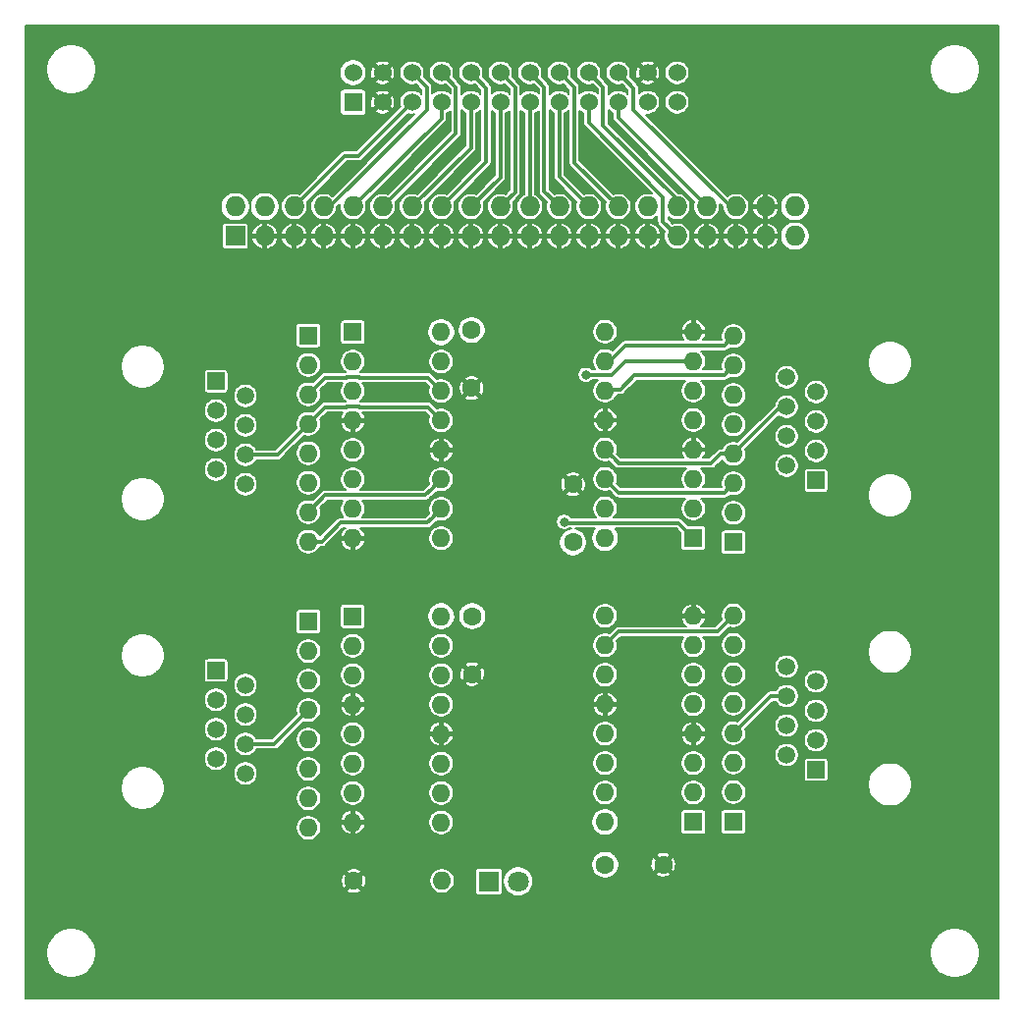
<source format=gbr>
G04 #@! TF.GenerationSoftware,KiCad,Pcbnew,(5.1.10)-1*
G04 #@! TF.CreationDate,2021-08-30T08:40:31-04:00*
G04 #@! TF.ProjectId,Diff_Expansion,44696666-5f45-4787-9061-6e73696f6e2e,v21*
G04 #@! TF.SameCoordinates,Original*
G04 #@! TF.FileFunction,Copper,L2,Bot*
G04 #@! TF.FilePolarity,Positive*
%FSLAX46Y46*%
G04 Gerber Fmt 4.6, Leading zero omitted, Abs format (unit mm)*
G04 Created by KiCad (PCBNEW (5.1.10)-1) date 2021-08-30 08:40:31*
%MOMM*%
%LPD*%
G01*
G04 APERTURE LIST*
G04 #@! TA.AperFunction,ComponentPad*
%ADD10C,1.530000*%
G04 #@! TD*
G04 #@! TA.AperFunction,ComponentPad*
%ADD11R,1.530000X1.530000*%
G04 #@! TD*
G04 #@! TA.AperFunction,ComponentPad*
%ADD12O,1.600000X1.600000*%
G04 #@! TD*
G04 #@! TA.AperFunction,ComponentPad*
%ADD13R,1.600000X1.600000*%
G04 #@! TD*
G04 #@! TA.AperFunction,ComponentPad*
%ADD14C,1.500000*%
G04 #@! TD*
G04 #@! TA.AperFunction,ComponentPad*
%ADD15R,1.500000X1.500000*%
G04 #@! TD*
G04 #@! TA.AperFunction,ComponentPad*
%ADD16C,1.600000*%
G04 #@! TD*
G04 #@! TA.AperFunction,ComponentPad*
%ADD17C,1.800000*%
G04 #@! TD*
G04 #@! TA.AperFunction,ComponentPad*
%ADD18R,1.800000X1.800000*%
G04 #@! TD*
G04 #@! TA.AperFunction,ComponentPad*
%ADD19O,1.727200X1.727200*%
G04 #@! TD*
G04 #@! TA.AperFunction,ComponentPad*
%ADD20R,1.727200X1.727200*%
G04 #@! TD*
G04 #@! TA.AperFunction,ViaPad*
%ADD21C,0.800000*%
G04 #@! TD*
G04 #@! TA.AperFunction,Conductor*
%ADD22C,0.350000*%
G04 #@! TD*
G04 #@! TA.AperFunction,Conductor*
%ADD23C,0.200000*%
G04 #@! TD*
G04 #@! TA.AperFunction,Conductor*
%ADD24C,0.100000*%
G04 #@! TD*
G04 APERTURE END LIST*
D10*
X124971000Y-65047800D03*
X124971000Y-67587800D03*
X122431000Y-65047800D03*
X122431000Y-67587800D03*
X119891000Y-65047800D03*
X119891000Y-67587800D03*
X117351000Y-65047800D03*
X117351000Y-67587800D03*
X114811000Y-65047800D03*
X114811000Y-67587800D03*
X112271000Y-65047800D03*
X112271000Y-67587800D03*
X109731000Y-65047800D03*
X109731000Y-67587800D03*
X107191000Y-65047800D03*
X107191000Y-67587800D03*
X104651000Y-65047800D03*
X104651000Y-67587800D03*
X102111000Y-65047800D03*
X102111000Y-67587800D03*
X99571000Y-65047800D03*
X99571000Y-67587800D03*
X97031000Y-65047800D03*
D11*
X97031000Y-67587800D03*
D12*
X118759000Y-105167800D03*
X126379000Y-87387800D03*
X118759000Y-102627800D03*
X126379000Y-89927800D03*
X118759000Y-100087800D03*
X126379000Y-92467800D03*
X118759000Y-97547800D03*
X126379000Y-95007800D03*
X118759000Y-95007800D03*
X126379000Y-97547800D03*
X118759000Y-92467800D03*
X126379000Y-100087800D03*
X118759000Y-89927800D03*
X126379000Y-102627800D03*
X118759000Y-87387800D03*
D13*
X126379000Y-105167800D03*
D12*
X118759000Y-129661800D03*
X126379000Y-111881800D03*
X118759000Y-127121800D03*
X126379000Y-114421800D03*
X118759000Y-124581800D03*
X126379000Y-116961800D03*
X118759000Y-122041800D03*
X126379000Y-119501800D03*
X118759000Y-119501800D03*
X126379000Y-122041800D03*
X118759000Y-116961800D03*
X126379000Y-124581800D03*
X118759000Y-114421800D03*
X126379000Y-127121800D03*
X118759000Y-111881800D03*
D13*
X126379000Y-129661800D03*
D12*
X104629000Y-111911800D03*
X97009000Y-129691800D03*
X104629000Y-114451800D03*
X97009000Y-127151800D03*
X104629000Y-116991800D03*
X97009000Y-124611800D03*
X104629000Y-119531800D03*
X97009000Y-122071800D03*
X104629000Y-122071800D03*
X97009000Y-119531800D03*
X104629000Y-124611800D03*
X97009000Y-116991800D03*
X104629000Y-127151800D03*
X97009000Y-114451800D03*
X104629000Y-129691800D03*
D13*
X97009000Y-111911800D03*
D12*
X104629000Y-87417800D03*
X97009000Y-105197800D03*
X104629000Y-89957800D03*
X97009000Y-102657800D03*
X104629000Y-92497800D03*
X97009000Y-100117800D03*
X104629000Y-95037800D03*
X97009000Y-97577800D03*
X104629000Y-97577800D03*
X97009000Y-95037800D03*
X104629000Y-100117800D03*
X97009000Y-92497800D03*
X104629000Y-102657800D03*
X97009000Y-89957800D03*
X104629000Y-105197800D03*
D13*
X97009000Y-87417800D03*
D12*
X129839000Y-111851800D03*
X129839000Y-114391800D03*
X129839000Y-116931800D03*
X129839000Y-119471800D03*
X129839000Y-122011800D03*
X129839000Y-124551800D03*
X129839000Y-127091800D03*
D13*
X129839000Y-129631800D03*
D12*
X129839000Y-87767800D03*
X129839000Y-90307800D03*
X129839000Y-92847800D03*
X129839000Y-95387800D03*
X129839000Y-97927800D03*
X129839000Y-100467800D03*
X129839000Y-103007800D03*
D13*
X129839000Y-105547800D03*
D12*
X93189000Y-130151800D03*
X93189000Y-127611800D03*
X93189000Y-125071800D03*
X93189000Y-122531800D03*
X93189000Y-119991800D03*
X93189000Y-117451800D03*
X93189000Y-114911800D03*
D13*
X93189000Y-112371800D03*
D12*
X93189000Y-105467800D03*
X93189000Y-102927800D03*
X93189000Y-100387800D03*
X93189000Y-97847800D03*
X93189000Y-95307800D03*
X93189000Y-92767800D03*
X93189000Y-90227800D03*
D13*
X93189000Y-87687800D03*
D14*
X134429000Y-116261800D03*
X136969000Y-117531800D03*
X134429000Y-118801800D03*
X136969000Y-120071800D03*
X134429000Y-121341800D03*
X136969000Y-122611800D03*
X134429000Y-123881800D03*
D15*
X136969000Y-125151800D03*
D14*
X134429000Y-91317800D03*
X136969000Y-92587800D03*
X134429000Y-93857800D03*
X136969000Y-95127800D03*
X134429000Y-96397800D03*
X136969000Y-97667800D03*
X134429000Y-98937800D03*
D15*
X136969000Y-100207800D03*
D14*
X87759000Y-125476800D03*
X85219000Y-124206800D03*
X87759000Y-122936800D03*
X85219000Y-121666800D03*
X87759000Y-120396800D03*
X85219000Y-119126800D03*
X87759000Y-117856800D03*
D15*
X85219000Y-116586800D03*
D14*
X87759000Y-100532800D03*
X85219000Y-99262800D03*
X87759000Y-97992800D03*
X85219000Y-96722800D03*
X87759000Y-95452800D03*
X85219000Y-94182800D03*
X87759000Y-92912800D03*
D15*
X85219000Y-91642800D03*
D16*
X123779000Y-133351800D03*
X118779000Y-133351800D03*
X115999000Y-100547800D03*
X115999000Y-105547800D03*
X107309000Y-116901800D03*
X107309000Y-111901800D03*
X107259000Y-92237800D03*
X107259000Y-87237800D03*
D12*
X104695000Y-134731800D03*
D16*
X97075000Y-134731800D03*
D17*
X111275000Y-134781800D03*
D18*
X108735000Y-134781800D03*
D19*
X135141000Y-76589800D03*
X135141000Y-79129800D03*
X132601000Y-76589800D03*
X132601000Y-79129800D03*
X130061000Y-76589800D03*
X130061000Y-79129800D03*
X127521000Y-76589800D03*
X127521000Y-79129800D03*
X124981000Y-76589800D03*
X124981000Y-79129800D03*
X122441000Y-76589800D03*
X122441000Y-79129800D03*
X119901000Y-76589800D03*
X119901000Y-79129800D03*
X117361000Y-76589800D03*
X117361000Y-79129800D03*
X114821000Y-76589800D03*
X114821000Y-79129800D03*
X112281000Y-76589800D03*
X112281000Y-79129800D03*
X109741000Y-76589800D03*
X109741000Y-79129800D03*
X107201000Y-76589800D03*
X107201000Y-79129800D03*
X104661000Y-76589800D03*
X104661000Y-79129800D03*
X102121000Y-76589800D03*
X102121000Y-79129800D03*
X99581000Y-76589800D03*
X99581000Y-79129800D03*
X97041000Y-76589800D03*
X97041000Y-79129800D03*
X94501000Y-76589800D03*
X94501000Y-79129800D03*
X91961000Y-76589800D03*
X91961000Y-79129800D03*
X89421000Y-76589800D03*
X89421000Y-79129800D03*
X86881000Y-76589800D03*
D20*
X86881000Y-79129800D03*
D21*
X117501000Y-71117800D03*
X106001000Y-71317800D03*
X104401000Y-70617800D03*
X125001000Y-70117800D03*
X94501000Y-70917800D03*
X117099000Y-91097800D03*
X115245000Y-103773800D03*
D22*
X129573000Y-76589800D02*
X130061000Y-76589800D01*
X121201000Y-68217800D02*
X129573000Y-76589800D01*
X121201000Y-66357800D02*
X121201000Y-68217800D01*
X119891000Y-65047800D02*
X121201000Y-66357800D01*
X111001000Y-75329800D02*
X111001000Y-66317800D01*
X111001000Y-66317800D02*
X109731000Y-65047800D01*
X109741000Y-76589800D02*
X111001000Y-75329800D01*
X119891000Y-68959800D02*
X127521000Y-76589800D01*
X119891000Y-67587800D02*
X119891000Y-68959800D01*
X109731000Y-74059800D02*
X107201000Y-76589800D01*
X109731000Y-67587800D02*
X109731000Y-74059800D01*
X118601000Y-69617800D02*
X118601000Y-66297800D01*
X124981000Y-75997800D02*
X118601000Y-69617800D01*
X118601000Y-66297800D02*
X117351000Y-65047800D01*
X124981000Y-76589800D02*
X124981000Y-75997800D01*
X108501000Y-66357800D02*
X107191000Y-65047800D01*
X108501000Y-72749800D02*
X108501000Y-66357800D01*
X104661000Y-76589800D02*
X108501000Y-72749800D01*
X107191000Y-71519800D02*
X102121000Y-76589800D01*
X107191000Y-67587800D02*
X107191000Y-71519800D01*
X105901000Y-66297800D02*
X104651000Y-65047800D01*
X105901000Y-70269800D02*
X105901000Y-66297800D01*
X99581000Y-76589800D02*
X105901000Y-70269800D01*
X117104001Y-91102801D02*
X117099000Y-91097800D01*
X119323001Y-91102801D02*
X117104001Y-91102801D01*
X126379000Y-89927800D02*
X120498002Y-89927800D01*
X120498002Y-89927800D02*
X119323001Y-91102801D01*
X114811000Y-74039800D02*
X117361000Y-76589800D01*
X114811000Y-67587800D02*
X114811000Y-74039800D01*
X104651000Y-68979800D02*
X97041000Y-76589800D01*
X104651000Y-67587800D02*
X104651000Y-68979800D01*
X113501000Y-66277800D02*
X112271000Y-65047800D01*
X113501000Y-75269800D02*
X113501000Y-66277800D01*
X114821000Y-76589800D02*
X113501000Y-75269800D01*
X103401000Y-68217800D02*
X95029000Y-76589800D01*
X103401000Y-66337800D02*
X103401000Y-68217800D01*
X95029000Y-76589800D02*
X94501000Y-76589800D01*
X102111000Y-65047800D02*
X103401000Y-66337800D01*
X115353001Y-103881801D02*
X115245000Y-103773800D01*
X126379000Y-105167800D02*
X125093001Y-103881801D01*
X125093001Y-103881801D02*
X115353001Y-103881801D01*
X112271000Y-76579800D02*
X112281000Y-76589800D01*
X112271000Y-67587800D02*
X112271000Y-76579800D01*
X96333000Y-72217800D02*
X91961000Y-76589800D01*
X97481000Y-72217800D02*
X96333000Y-72217800D01*
X102111000Y-67587800D02*
X97481000Y-72217800D01*
X123742399Y-75759199D02*
X123742399Y-77891199D01*
X123742399Y-77891199D02*
X124981000Y-79129800D01*
X117351000Y-69367800D02*
X123742399Y-75759199D01*
X117351000Y-67587800D02*
X117351000Y-69367800D01*
X116101000Y-66337800D02*
X114811000Y-65047800D01*
X116101000Y-72789800D02*
X116101000Y-66337800D01*
X119901000Y-76589800D02*
X116101000Y-72789800D01*
X103829001Y-100917799D02*
X104629000Y-100117800D01*
X103264001Y-101482799D02*
X103829001Y-100917799D01*
X94634001Y-101482799D02*
X103264001Y-101482799D01*
X93189000Y-102927800D02*
X94634001Y-101482799D01*
X103453999Y-103832801D02*
X103829001Y-103457799D01*
X103829001Y-103457799D02*
X104629000Y-102657800D01*
X94320370Y-105467800D02*
X95955369Y-103832801D01*
X95955369Y-103832801D02*
X103453999Y-103832801D01*
X93189000Y-105467800D02*
X94320370Y-105467800D01*
X90504000Y-97992800D02*
X93189000Y-95307800D01*
X87759000Y-97992800D02*
X90504000Y-97992800D01*
X97578002Y-93867800D02*
X103459000Y-93867800D01*
X103459000Y-93867800D02*
X104629000Y-95037800D01*
X94629000Y-93867800D02*
X96439998Y-93867800D01*
X93189000Y-95307800D02*
X94629000Y-93867800D01*
X96439998Y-93867800D02*
X96444999Y-93862799D01*
X96444999Y-93862799D02*
X97573001Y-93862799D01*
X97573001Y-93862799D02*
X97578002Y-93867800D01*
X103459000Y-91327800D02*
X104629000Y-92497800D01*
X97578002Y-91327800D02*
X103459000Y-91327800D01*
X94629000Y-91327800D02*
X96439998Y-91327800D01*
X96444999Y-91322799D02*
X97573001Y-91322799D01*
X93189000Y-92767800D02*
X94629000Y-91327800D01*
X96439998Y-91327800D02*
X96444999Y-91322799D01*
X97573001Y-91322799D02*
X97578002Y-91327800D01*
X90244000Y-122936800D02*
X93189000Y-119991800D01*
X87759000Y-122936800D02*
X90244000Y-122936800D01*
X120071000Y-92343800D02*
X118883000Y-92343800D01*
X121307001Y-91107799D02*
X120071000Y-92343800D01*
X118883000Y-92343800D02*
X118759000Y-92467800D01*
X129839000Y-90307800D02*
X129039001Y-91107799D01*
X129039001Y-91107799D02*
X121307001Y-91107799D01*
X120545001Y-88567799D02*
X129039001Y-88567799D01*
X118759000Y-89927800D02*
X119185000Y-89927800D01*
X129039001Y-88567799D02*
X129839000Y-87767800D01*
X119185000Y-89927800D02*
X120545001Y-88567799D01*
X133909000Y-93857800D02*
X134429000Y-93857800D01*
X129839000Y-97927800D02*
X133909000Y-93857800D01*
X119934001Y-98722801D02*
X119558999Y-98347799D01*
X127912629Y-98722801D02*
X119934001Y-98722801D01*
X119558999Y-98347799D02*
X118759000Y-97547800D01*
X128707630Y-97927800D02*
X127912629Y-98722801D01*
X129839000Y-97927800D02*
X128707630Y-97927800D01*
X129039001Y-101267799D02*
X129839000Y-100467800D01*
X119938999Y-101267799D02*
X129039001Y-101267799D01*
X118759000Y-100087800D02*
X119938999Y-101267799D01*
X129039001Y-112651799D02*
X129839000Y-111851800D01*
X128444001Y-113246799D02*
X129039001Y-112651799D01*
X119934001Y-113246799D02*
X128444001Y-113246799D01*
X118759000Y-114421800D02*
X119934001Y-113246799D01*
X133049000Y-118801800D02*
X134429000Y-118801800D01*
X129839000Y-122011800D02*
X133049000Y-118801800D01*
D23*
X152666000Y-144876800D02*
X68788000Y-144876800D01*
X68788000Y-140758043D01*
X70581000Y-140758043D01*
X70581000Y-141181557D01*
X70663623Y-141596932D01*
X70825695Y-141988207D01*
X71060986Y-142340345D01*
X71360455Y-142639814D01*
X71712593Y-142875105D01*
X72103868Y-143037177D01*
X72519243Y-143119800D01*
X72942757Y-143119800D01*
X73358132Y-143037177D01*
X73749407Y-142875105D01*
X74101545Y-142639814D01*
X74401014Y-142340345D01*
X74636305Y-141988207D01*
X74798377Y-141596932D01*
X74881000Y-141181557D01*
X74881000Y-140758043D01*
X146781000Y-140758043D01*
X146781000Y-141181557D01*
X146863623Y-141596932D01*
X147025695Y-141988207D01*
X147260986Y-142340345D01*
X147560455Y-142639814D01*
X147912593Y-142875105D01*
X148303868Y-143037177D01*
X148719243Y-143119800D01*
X149142757Y-143119800D01*
X149558132Y-143037177D01*
X149949407Y-142875105D01*
X150301545Y-142639814D01*
X150601014Y-142340345D01*
X150836305Y-141988207D01*
X150998377Y-141596932D01*
X151081000Y-141181557D01*
X151081000Y-140758043D01*
X150998377Y-140342668D01*
X150836305Y-139951393D01*
X150601014Y-139599255D01*
X150301545Y-139299786D01*
X149949407Y-139064495D01*
X149558132Y-138902423D01*
X149142757Y-138819800D01*
X148719243Y-138819800D01*
X148303868Y-138902423D01*
X147912593Y-139064495D01*
X147560455Y-139299786D01*
X147260986Y-139599255D01*
X147025695Y-139951393D01*
X146863623Y-140342668D01*
X146781000Y-140758043D01*
X74881000Y-140758043D01*
X74798377Y-140342668D01*
X74636305Y-139951393D01*
X74401014Y-139599255D01*
X74101545Y-139299786D01*
X73749407Y-139064495D01*
X73358132Y-138902423D01*
X72942757Y-138819800D01*
X72519243Y-138819800D01*
X72103868Y-138902423D01*
X71712593Y-139064495D01*
X71360455Y-139299786D01*
X71060986Y-139599255D01*
X70825695Y-139951393D01*
X70663623Y-140342668D01*
X70581000Y-140758043D01*
X68788000Y-140758043D01*
X68788000Y-135543354D01*
X96440222Y-135543354D01*
X96530603Y-135693761D01*
X96728732Y-135781484D01*
X96940169Y-135828868D01*
X97156787Y-135834092D01*
X97370262Y-135796955D01*
X97572390Y-135718886D01*
X97619397Y-135693761D01*
X97709778Y-135543354D01*
X97075000Y-134908577D01*
X96440222Y-135543354D01*
X68788000Y-135543354D01*
X68788000Y-134813587D01*
X95972708Y-134813587D01*
X96009845Y-135027062D01*
X96087914Y-135229190D01*
X96113039Y-135276197D01*
X96263446Y-135366578D01*
X96898223Y-134731800D01*
X97251777Y-134731800D01*
X97886554Y-135366578D01*
X98036961Y-135276197D01*
X98124684Y-135078068D01*
X98172068Y-134866631D01*
X98177292Y-134650013D01*
X98172673Y-134623459D01*
X103595000Y-134623459D01*
X103595000Y-134840141D01*
X103637273Y-135052658D01*
X103720193Y-135252845D01*
X103840575Y-135433009D01*
X103993791Y-135586225D01*
X104173955Y-135706607D01*
X104374142Y-135789527D01*
X104586659Y-135831800D01*
X104803341Y-135831800D01*
X105015858Y-135789527D01*
X105216045Y-135706607D01*
X105396209Y-135586225D01*
X105549425Y-135433009D01*
X105669807Y-135252845D01*
X105752727Y-135052658D01*
X105795000Y-134840141D01*
X105795000Y-134623459D01*
X105752727Y-134410942D01*
X105669807Y-134210755D01*
X105549425Y-134030591D01*
X105400634Y-133881800D01*
X107533549Y-133881800D01*
X107533549Y-135681800D01*
X107539341Y-135740610D01*
X107556496Y-135797160D01*
X107584353Y-135849277D01*
X107621842Y-135894958D01*
X107667523Y-135932447D01*
X107719640Y-135960304D01*
X107776190Y-135977459D01*
X107835000Y-135983251D01*
X109635000Y-135983251D01*
X109693810Y-135977459D01*
X109750360Y-135960304D01*
X109802477Y-135932447D01*
X109848158Y-135894958D01*
X109885647Y-135849277D01*
X109913504Y-135797160D01*
X109930659Y-135740610D01*
X109936451Y-135681800D01*
X109936451Y-134653761D01*
X109975000Y-134653761D01*
X109975000Y-134909839D01*
X110024958Y-135160996D01*
X110122955Y-135397581D01*
X110265224Y-135610502D01*
X110446298Y-135791576D01*
X110659219Y-135933845D01*
X110895804Y-136031842D01*
X111146961Y-136081800D01*
X111403039Y-136081800D01*
X111654196Y-136031842D01*
X111890781Y-135933845D01*
X112103702Y-135791576D01*
X112284776Y-135610502D01*
X112427045Y-135397581D01*
X112525042Y-135160996D01*
X112575000Y-134909839D01*
X112575000Y-134653761D01*
X112525042Y-134402604D01*
X112427045Y-134166019D01*
X112284776Y-133953098D01*
X112103702Y-133772024D01*
X111890781Y-133629755D01*
X111654196Y-133531758D01*
X111403039Y-133481800D01*
X111146961Y-133481800D01*
X110895804Y-133531758D01*
X110659219Y-133629755D01*
X110446298Y-133772024D01*
X110265224Y-133953098D01*
X110122955Y-134166019D01*
X110024958Y-134402604D01*
X109975000Y-134653761D01*
X109936451Y-134653761D01*
X109936451Y-133881800D01*
X109930659Y-133822990D01*
X109913504Y-133766440D01*
X109885647Y-133714323D01*
X109848158Y-133668642D01*
X109802477Y-133631153D01*
X109750360Y-133603296D01*
X109693810Y-133586141D01*
X109635000Y-133580349D01*
X107835000Y-133580349D01*
X107776190Y-133586141D01*
X107719640Y-133603296D01*
X107667523Y-133631153D01*
X107621842Y-133668642D01*
X107584353Y-133714323D01*
X107556496Y-133766440D01*
X107539341Y-133822990D01*
X107533549Y-133881800D01*
X105400634Y-133881800D01*
X105396209Y-133877375D01*
X105216045Y-133756993D01*
X105015858Y-133674073D01*
X104803341Y-133631800D01*
X104586659Y-133631800D01*
X104374142Y-133674073D01*
X104173955Y-133756993D01*
X103993791Y-133877375D01*
X103840575Y-134030591D01*
X103720193Y-134210755D01*
X103637273Y-134410942D01*
X103595000Y-134623459D01*
X98172673Y-134623459D01*
X98140155Y-134436538D01*
X98062086Y-134234410D01*
X98036961Y-134187403D01*
X97886554Y-134097022D01*
X97251777Y-134731800D01*
X96898223Y-134731800D01*
X96263446Y-134097022D01*
X96113039Y-134187403D01*
X96025316Y-134385532D01*
X95977932Y-134596969D01*
X95972708Y-134813587D01*
X68788000Y-134813587D01*
X68788000Y-133920246D01*
X96440222Y-133920246D01*
X97075000Y-134555023D01*
X97709778Y-133920246D01*
X97619397Y-133769839D01*
X97421268Y-133682116D01*
X97209831Y-133634732D01*
X96993213Y-133629508D01*
X96779738Y-133666645D01*
X96577610Y-133744714D01*
X96530603Y-133769839D01*
X96440222Y-133920246D01*
X68788000Y-133920246D01*
X68788000Y-133233610D01*
X117579000Y-133233610D01*
X117579000Y-133469990D01*
X117625116Y-133701827D01*
X117715574Y-133920213D01*
X117846899Y-134116755D01*
X118014045Y-134283901D01*
X118210587Y-134415226D01*
X118428973Y-134505684D01*
X118660810Y-134551800D01*
X118897190Y-134551800D01*
X119129027Y-134505684D01*
X119347413Y-134415226D01*
X119543955Y-134283901D01*
X119664502Y-134163354D01*
X123144222Y-134163354D01*
X123234603Y-134313761D01*
X123432732Y-134401484D01*
X123644169Y-134448868D01*
X123860787Y-134454092D01*
X124074262Y-134416955D01*
X124276390Y-134338886D01*
X124323397Y-134313761D01*
X124413778Y-134163354D01*
X123779000Y-133528577D01*
X123144222Y-134163354D01*
X119664502Y-134163354D01*
X119711101Y-134116755D01*
X119842426Y-133920213D01*
X119932884Y-133701827D01*
X119979000Y-133469990D01*
X119979000Y-133433587D01*
X122676708Y-133433587D01*
X122713845Y-133647062D01*
X122791914Y-133849190D01*
X122817039Y-133896197D01*
X122967446Y-133986578D01*
X123602223Y-133351800D01*
X123955777Y-133351800D01*
X124590554Y-133986578D01*
X124740961Y-133896197D01*
X124828684Y-133698068D01*
X124876068Y-133486631D01*
X124881292Y-133270013D01*
X124844155Y-133056538D01*
X124766086Y-132854410D01*
X124740961Y-132807403D01*
X124590554Y-132717022D01*
X123955777Y-133351800D01*
X123602223Y-133351800D01*
X122967446Y-132717022D01*
X122817039Y-132807403D01*
X122729316Y-133005532D01*
X122681932Y-133216969D01*
X122676708Y-133433587D01*
X119979000Y-133433587D01*
X119979000Y-133233610D01*
X119932884Y-133001773D01*
X119842426Y-132783387D01*
X119711101Y-132586845D01*
X119664502Y-132540246D01*
X123144222Y-132540246D01*
X123779000Y-133175023D01*
X124413778Y-132540246D01*
X124323397Y-132389839D01*
X124125268Y-132302116D01*
X123913831Y-132254732D01*
X123697213Y-132249508D01*
X123483738Y-132286645D01*
X123281610Y-132364714D01*
X123234603Y-132389839D01*
X123144222Y-132540246D01*
X119664502Y-132540246D01*
X119543955Y-132419699D01*
X119347413Y-132288374D01*
X119129027Y-132197916D01*
X118897190Y-132151800D01*
X118660810Y-132151800D01*
X118428973Y-132197916D01*
X118210587Y-132288374D01*
X118014045Y-132419699D01*
X117846899Y-132586845D01*
X117715574Y-132783387D01*
X117625116Y-133001773D01*
X117579000Y-133233610D01*
X68788000Y-133233610D01*
X68788000Y-130043459D01*
X92089000Y-130043459D01*
X92089000Y-130260141D01*
X92131273Y-130472658D01*
X92214193Y-130672845D01*
X92334575Y-130853009D01*
X92487791Y-131006225D01*
X92667955Y-131126607D01*
X92868142Y-131209527D01*
X93080659Y-131251800D01*
X93297341Y-131251800D01*
X93509858Y-131209527D01*
X93710045Y-131126607D01*
X93890209Y-131006225D01*
X94043425Y-130853009D01*
X94163807Y-130672845D01*
X94246727Y-130472658D01*
X94289000Y-130260141D01*
X94289000Y-130043459D01*
X94277616Y-129986224D01*
X95949134Y-129986224D01*
X95964176Y-130035827D01*
X96051368Y-130233052D01*
X96175362Y-130409477D01*
X96331392Y-130558322D01*
X96513462Y-130673867D01*
X96714575Y-130751672D01*
X96884000Y-130709681D01*
X96884000Y-129816800D01*
X97134000Y-129816800D01*
X97134000Y-130709681D01*
X97303425Y-130751672D01*
X97504538Y-130673867D01*
X97686608Y-130558322D01*
X97842638Y-130409477D01*
X97966632Y-130233052D01*
X98053824Y-130035827D01*
X98068866Y-129986224D01*
X98026349Y-129816800D01*
X97134000Y-129816800D01*
X96884000Y-129816800D01*
X95991651Y-129816800D01*
X95949134Y-129986224D01*
X94277616Y-129986224D01*
X94246727Y-129830942D01*
X94163807Y-129630755D01*
X94132205Y-129583459D01*
X103529000Y-129583459D01*
X103529000Y-129800141D01*
X103571273Y-130012658D01*
X103654193Y-130212845D01*
X103774575Y-130393009D01*
X103927791Y-130546225D01*
X104107955Y-130666607D01*
X104308142Y-130749527D01*
X104520659Y-130791800D01*
X104737341Y-130791800D01*
X104949858Y-130749527D01*
X105150045Y-130666607D01*
X105330209Y-130546225D01*
X105483425Y-130393009D01*
X105603807Y-130212845D01*
X105686727Y-130012658D01*
X105729000Y-129800141D01*
X105729000Y-129583459D01*
X105721074Y-129543610D01*
X117559000Y-129543610D01*
X117559000Y-129779990D01*
X117605116Y-130011827D01*
X117695574Y-130230213D01*
X117826899Y-130426755D01*
X117994045Y-130593901D01*
X118190587Y-130725226D01*
X118408973Y-130815684D01*
X118640810Y-130861800D01*
X118877190Y-130861800D01*
X119109027Y-130815684D01*
X119327413Y-130725226D01*
X119523955Y-130593901D01*
X119691101Y-130426755D01*
X119822426Y-130230213D01*
X119912884Y-130011827D01*
X119959000Y-129779990D01*
X119959000Y-129543610D01*
X119912884Y-129311773D01*
X119822426Y-129093387D01*
X119691101Y-128896845D01*
X119656056Y-128861800D01*
X125277549Y-128861800D01*
X125277549Y-130461800D01*
X125283341Y-130520610D01*
X125300496Y-130577160D01*
X125328353Y-130629277D01*
X125365842Y-130674958D01*
X125411523Y-130712447D01*
X125463640Y-130740304D01*
X125520190Y-130757459D01*
X125579000Y-130763251D01*
X127179000Y-130763251D01*
X127237810Y-130757459D01*
X127294360Y-130740304D01*
X127346477Y-130712447D01*
X127392158Y-130674958D01*
X127429647Y-130629277D01*
X127457504Y-130577160D01*
X127474659Y-130520610D01*
X127480451Y-130461800D01*
X127480451Y-128861800D01*
X127477497Y-128831800D01*
X128737549Y-128831800D01*
X128737549Y-130431800D01*
X128743341Y-130490610D01*
X128760496Y-130547160D01*
X128788353Y-130599277D01*
X128825842Y-130644958D01*
X128871523Y-130682447D01*
X128923640Y-130710304D01*
X128980190Y-130727459D01*
X129039000Y-130733251D01*
X130639000Y-130733251D01*
X130697810Y-130727459D01*
X130754360Y-130710304D01*
X130806477Y-130682447D01*
X130852158Y-130644958D01*
X130889647Y-130599277D01*
X130917504Y-130547160D01*
X130934659Y-130490610D01*
X130940451Y-130431800D01*
X130940451Y-128831800D01*
X130934659Y-128772990D01*
X130917504Y-128716440D01*
X130889647Y-128664323D01*
X130852158Y-128618642D01*
X130806477Y-128581153D01*
X130754360Y-128553296D01*
X130697810Y-128536141D01*
X130639000Y-128530349D01*
X129039000Y-128530349D01*
X128980190Y-128536141D01*
X128923640Y-128553296D01*
X128871523Y-128581153D01*
X128825842Y-128618642D01*
X128788353Y-128664323D01*
X128760496Y-128716440D01*
X128743341Y-128772990D01*
X128737549Y-128831800D01*
X127477497Y-128831800D01*
X127474659Y-128802990D01*
X127457504Y-128746440D01*
X127429647Y-128694323D01*
X127392158Y-128648642D01*
X127346477Y-128611153D01*
X127294360Y-128583296D01*
X127237810Y-128566141D01*
X127179000Y-128560349D01*
X125579000Y-128560349D01*
X125520190Y-128566141D01*
X125463640Y-128583296D01*
X125411523Y-128611153D01*
X125365842Y-128648642D01*
X125328353Y-128694323D01*
X125300496Y-128746440D01*
X125283341Y-128802990D01*
X125277549Y-128861800D01*
X119656056Y-128861800D01*
X119523955Y-128729699D01*
X119327413Y-128598374D01*
X119109027Y-128507916D01*
X118877190Y-128461800D01*
X118640810Y-128461800D01*
X118408973Y-128507916D01*
X118190587Y-128598374D01*
X117994045Y-128729699D01*
X117826899Y-128896845D01*
X117695574Y-129093387D01*
X117605116Y-129311773D01*
X117559000Y-129543610D01*
X105721074Y-129543610D01*
X105686727Y-129370942D01*
X105603807Y-129170755D01*
X105483425Y-128990591D01*
X105330209Y-128837375D01*
X105150045Y-128716993D01*
X104949858Y-128634073D01*
X104737341Y-128591800D01*
X104520659Y-128591800D01*
X104308142Y-128634073D01*
X104107955Y-128716993D01*
X103927791Y-128837375D01*
X103774575Y-128990591D01*
X103654193Y-129170755D01*
X103571273Y-129370942D01*
X103529000Y-129583459D01*
X94132205Y-129583459D01*
X94043425Y-129450591D01*
X93990210Y-129397376D01*
X95949134Y-129397376D01*
X95991651Y-129566800D01*
X96884000Y-129566800D01*
X96884000Y-128673919D01*
X97134000Y-128673919D01*
X97134000Y-129566800D01*
X98026349Y-129566800D01*
X98068866Y-129397376D01*
X98053824Y-129347773D01*
X97966632Y-129150548D01*
X97842638Y-128974123D01*
X97686608Y-128825278D01*
X97504538Y-128709733D01*
X97303425Y-128631928D01*
X97134000Y-128673919D01*
X96884000Y-128673919D01*
X96714575Y-128631928D01*
X96513462Y-128709733D01*
X96331392Y-128825278D01*
X96175362Y-128974123D01*
X96051368Y-129150548D01*
X95964176Y-129347773D01*
X95949134Y-129397376D01*
X93990210Y-129397376D01*
X93890209Y-129297375D01*
X93710045Y-129176993D01*
X93509858Y-129094073D01*
X93297341Y-129051800D01*
X93080659Y-129051800D01*
X92868142Y-129094073D01*
X92667955Y-129176993D01*
X92487791Y-129297375D01*
X92334575Y-129450591D01*
X92214193Y-129630755D01*
X92131273Y-129830942D01*
X92089000Y-130043459D01*
X68788000Y-130043459D01*
X68788000Y-126559666D01*
X76969000Y-126559666D01*
X76969000Y-126933934D01*
X77042016Y-127301009D01*
X77185242Y-127646787D01*
X77393174Y-127957979D01*
X77657821Y-128222626D01*
X77969013Y-128430558D01*
X78314791Y-128573784D01*
X78681866Y-128646800D01*
X79056134Y-128646800D01*
X79423209Y-128573784D01*
X79768987Y-128430558D01*
X80080179Y-128222626D01*
X80344826Y-127957979D01*
X80552758Y-127646787D01*
X80612126Y-127503459D01*
X92089000Y-127503459D01*
X92089000Y-127720141D01*
X92131273Y-127932658D01*
X92214193Y-128132845D01*
X92334575Y-128313009D01*
X92487791Y-128466225D01*
X92667955Y-128586607D01*
X92868142Y-128669527D01*
X93080659Y-128711800D01*
X93297341Y-128711800D01*
X93509858Y-128669527D01*
X93710045Y-128586607D01*
X93890209Y-128466225D01*
X94043425Y-128313009D01*
X94163807Y-128132845D01*
X94246727Y-127932658D01*
X94289000Y-127720141D01*
X94289000Y-127503459D01*
X94246727Y-127290942D01*
X94163807Y-127090755D01*
X94132205Y-127043459D01*
X95909000Y-127043459D01*
X95909000Y-127260141D01*
X95951273Y-127472658D01*
X96034193Y-127672845D01*
X96154575Y-127853009D01*
X96307791Y-128006225D01*
X96487955Y-128126607D01*
X96688142Y-128209527D01*
X96900659Y-128251800D01*
X97117341Y-128251800D01*
X97329858Y-128209527D01*
X97530045Y-128126607D01*
X97710209Y-128006225D01*
X97863425Y-127853009D01*
X97983807Y-127672845D01*
X98066727Y-127472658D01*
X98109000Y-127260141D01*
X98109000Y-127043459D01*
X103529000Y-127043459D01*
X103529000Y-127260141D01*
X103571273Y-127472658D01*
X103654193Y-127672845D01*
X103774575Y-127853009D01*
X103927791Y-128006225D01*
X104107955Y-128126607D01*
X104308142Y-128209527D01*
X104520659Y-128251800D01*
X104737341Y-128251800D01*
X104949858Y-128209527D01*
X105150045Y-128126607D01*
X105330209Y-128006225D01*
X105483425Y-127853009D01*
X105603807Y-127672845D01*
X105686727Y-127472658D01*
X105729000Y-127260141D01*
X105729000Y-127043459D01*
X105723033Y-127013459D01*
X117659000Y-127013459D01*
X117659000Y-127230141D01*
X117701273Y-127442658D01*
X117784193Y-127642845D01*
X117904575Y-127823009D01*
X118057791Y-127976225D01*
X118237955Y-128096607D01*
X118438142Y-128179527D01*
X118650659Y-128221800D01*
X118867341Y-128221800D01*
X119079858Y-128179527D01*
X119280045Y-128096607D01*
X119460209Y-127976225D01*
X119613425Y-127823009D01*
X119733807Y-127642845D01*
X119816727Y-127442658D01*
X119859000Y-127230141D01*
X119859000Y-127013459D01*
X125279000Y-127013459D01*
X125279000Y-127230141D01*
X125321273Y-127442658D01*
X125404193Y-127642845D01*
X125524575Y-127823009D01*
X125677791Y-127976225D01*
X125857955Y-128096607D01*
X126058142Y-128179527D01*
X126270659Y-128221800D01*
X126487341Y-128221800D01*
X126699858Y-128179527D01*
X126900045Y-128096607D01*
X127080209Y-127976225D01*
X127233425Y-127823009D01*
X127353807Y-127642845D01*
X127436727Y-127442658D01*
X127479000Y-127230141D01*
X127479000Y-127013459D01*
X127473033Y-126983459D01*
X128739000Y-126983459D01*
X128739000Y-127200141D01*
X128781273Y-127412658D01*
X128864193Y-127612845D01*
X128984575Y-127793009D01*
X129137791Y-127946225D01*
X129317955Y-128066607D01*
X129518142Y-128149527D01*
X129730659Y-128191800D01*
X129947341Y-128191800D01*
X130159858Y-128149527D01*
X130360045Y-128066607D01*
X130540209Y-127946225D01*
X130693425Y-127793009D01*
X130813807Y-127612845D01*
X130896727Y-127412658D01*
X130939000Y-127200141D01*
X130939000Y-126983459D01*
X130896727Y-126770942D01*
X130813807Y-126570755D01*
X130693425Y-126390591D01*
X130540209Y-126237375D01*
X130536155Y-126234666D01*
X141419000Y-126234666D01*
X141419000Y-126608934D01*
X141492016Y-126976009D01*
X141635242Y-127321787D01*
X141843174Y-127632979D01*
X142107821Y-127897626D01*
X142419013Y-128105558D01*
X142764791Y-128248784D01*
X143131866Y-128321800D01*
X143506134Y-128321800D01*
X143873209Y-128248784D01*
X144218987Y-128105558D01*
X144530179Y-127897626D01*
X144794826Y-127632979D01*
X145002758Y-127321787D01*
X145145984Y-126976009D01*
X145219000Y-126608934D01*
X145219000Y-126234666D01*
X145145984Y-125867591D01*
X145002758Y-125521813D01*
X144794826Y-125210621D01*
X144530179Y-124945974D01*
X144218987Y-124738042D01*
X143873209Y-124594816D01*
X143506134Y-124521800D01*
X143131866Y-124521800D01*
X142764791Y-124594816D01*
X142419013Y-124738042D01*
X142107821Y-124945974D01*
X141843174Y-125210621D01*
X141635242Y-125521813D01*
X141492016Y-125867591D01*
X141419000Y-126234666D01*
X130536155Y-126234666D01*
X130360045Y-126116993D01*
X130159858Y-126034073D01*
X129947341Y-125991800D01*
X129730659Y-125991800D01*
X129518142Y-126034073D01*
X129317955Y-126116993D01*
X129137791Y-126237375D01*
X128984575Y-126390591D01*
X128864193Y-126570755D01*
X128781273Y-126770942D01*
X128739000Y-126983459D01*
X127473033Y-126983459D01*
X127436727Y-126800942D01*
X127353807Y-126600755D01*
X127233425Y-126420591D01*
X127080209Y-126267375D01*
X126900045Y-126146993D01*
X126699858Y-126064073D01*
X126487341Y-126021800D01*
X126270659Y-126021800D01*
X126058142Y-126064073D01*
X125857955Y-126146993D01*
X125677791Y-126267375D01*
X125524575Y-126420591D01*
X125404193Y-126600755D01*
X125321273Y-126800942D01*
X125279000Y-127013459D01*
X119859000Y-127013459D01*
X119816727Y-126800942D01*
X119733807Y-126600755D01*
X119613425Y-126420591D01*
X119460209Y-126267375D01*
X119280045Y-126146993D01*
X119079858Y-126064073D01*
X118867341Y-126021800D01*
X118650659Y-126021800D01*
X118438142Y-126064073D01*
X118237955Y-126146993D01*
X118057791Y-126267375D01*
X117904575Y-126420591D01*
X117784193Y-126600755D01*
X117701273Y-126800942D01*
X117659000Y-127013459D01*
X105723033Y-127013459D01*
X105686727Y-126830942D01*
X105603807Y-126630755D01*
X105483425Y-126450591D01*
X105330209Y-126297375D01*
X105150045Y-126176993D01*
X104949858Y-126094073D01*
X104737341Y-126051800D01*
X104520659Y-126051800D01*
X104308142Y-126094073D01*
X104107955Y-126176993D01*
X103927791Y-126297375D01*
X103774575Y-126450591D01*
X103654193Y-126630755D01*
X103571273Y-126830942D01*
X103529000Y-127043459D01*
X98109000Y-127043459D01*
X98066727Y-126830942D01*
X97983807Y-126630755D01*
X97863425Y-126450591D01*
X97710209Y-126297375D01*
X97530045Y-126176993D01*
X97329858Y-126094073D01*
X97117341Y-126051800D01*
X96900659Y-126051800D01*
X96688142Y-126094073D01*
X96487955Y-126176993D01*
X96307791Y-126297375D01*
X96154575Y-126450591D01*
X96034193Y-126630755D01*
X95951273Y-126830942D01*
X95909000Y-127043459D01*
X94132205Y-127043459D01*
X94043425Y-126910591D01*
X93890209Y-126757375D01*
X93710045Y-126636993D01*
X93509858Y-126554073D01*
X93297341Y-126511800D01*
X93080659Y-126511800D01*
X92868142Y-126554073D01*
X92667955Y-126636993D01*
X92487791Y-126757375D01*
X92334575Y-126910591D01*
X92214193Y-127090755D01*
X92131273Y-127290942D01*
X92089000Y-127503459D01*
X80612126Y-127503459D01*
X80695984Y-127301009D01*
X80769000Y-126933934D01*
X80769000Y-126559666D01*
X80695984Y-126192591D01*
X80552758Y-125846813D01*
X80344826Y-125535621D01*
X80182589Y-125373384D01*
X86709000Y-125373384D01*
X86709000Y-125580216D01*
X86749350Y-125783074D01*
X86828502Y-125974162D01*
X86943411Y-126146136D01*
X87089664Y-126292389D01*
X87261638Y-126407298D01*
X87452726Y-126486450D01*
X87655584Y-126526800D01*
X87862416Y-126526800D01*
X88065274Y-126486450D01*
X88256362Y-126407298D01*
X88428336Y-126292389D01*
X88574589Y-126146136D01*
X88689498Y-125974162D01*
X88768650Y-125783074D01*
X88809000Y-125580216D01*
X88809000Y-125373384D01*
X88768650Y-125170526D01*
X88689498Y-124979438D01*
X88678822Y-124963459D01*
X92089000Y-124963459D01*
X92089000Y-125180141D01*
X92131273Y-125392658D01*
X92214193Y-125592845D01*
X92334575Y-125773009D01*
X92487791Y-125926225D01*
X92667955Y-126046607D01*
X92868142Y-126129527D01*
X93080659Y-126171800D01*
X93297341Y-126171800D01*
X93509858Y-126129527D01*
X93710045Y-126046607D01*
X93890209Y-125926225D01*
X94043425Y-125773009D01*
X94163807Y-125592845D01*
X94246727Y-125392658D01*
X94289000Y-125180141D01*
X94289000Y-124963459D01*
X94246727Y-124750942D01*
X94163807Y-124550755D01*
X94132205Y-124503459D01*
X95909000Y-124503459D01*
X95909000Y-124720141D01*
X95951273Y-124932658D01*
X96034193Y-125132845D01*
X96154575Y-125313009D01*
X96307791Y-125466225D01*
X96487955Y-125586607D01*
X96688142Y-125669527D01*
X96900659Y-125711800D01*
X97117341Y-125711800D01*
X97329858Y-125669527D01*
X97530045Y-125586607D01*
X97710209Y-125466225D01*
X97863425Y-125313009D01*
X97983807Y-125132845D01*
X98066727Y-124932658D01*
X98109000Y-124720141D01*
X98109000Y-124503459D01*
X103529000Y-124503459D01*
X103529000Y-124720141D01*
X103571273Y-124932658D01*
X103654193Y-125132845D01*
X103774575Y-125313009D01*
X103927791Y-125466225D01*
X104107955Y-125586607D01*
X104308142Y-125669527D01*
X104520659Y-125711800D01*
X104737341Y-125711800D01*
X104949858Y-125669527D01*
X105150045Y-125586607D01*
X105330209Y-125466225D01*
X105483425Y-125313009D01*
X105603807Y-125132845D01*
X105686727Y-124932658D01*
X105729000Y-124720141D01*
X105729000Y-124503459D01*
X105723033Y-124473459D01*
X117659000Y-124473459D01*
X117659000Y-124690141D01*
X117701273Y-124902658D01*
X117784193Y-125102845D01*
X117904575Y-125283009D01*
X118057791Y-125436225D01*
X118237955Y-125556607D01*
X118438142Y-125639527D01*
X118650659Y-125681800D01*
X118867341Y-125681800D01*
X119079858Y-125639527D01*
X119280045Y-125556607D01*
X119460209Y-125436225D01*
X119613425Y-125283009D01*
X119733807Y-125102845D01*
X119816727Y-124902658D01*
X119859000Y-124690141D01*
X119859000Y-124473459D01*
X125279000Y-124473459D01*
X125279000Y-124690141D01*
X125321273Y-124902658D01*
X125404193Y-125102845D01*
X125524575Y-125283009D01*
X125677791Y-125436225D01*
X125857955Y-125556607D01*
X126058142Y-125639527D01*
X126270659Y-125681800D01*
X126487341Y-125681800D01*
X126699858Y-125639527D01*
X126900045Y-125556607D01*
X127080209Y-125436225D01*
X127233425Y-125283009D01*
X127353807Y-125102845D01*
X127436727Y-124902658D01*
X127479000Y-124690141D01*
X127479000Y-124473459D01*
X127473033Y-124443459D01*
X128739000Y-124443459D01*
X128739000Y-124660141D01*
X128781273Y-124872658D01*
X128864193Y-125072845D01*
X128984575Y-125253009D01*
X129137791Y-125406225D01*
X129317955Y-125526607D01*
X129518142Y-125609527D01*
X129730659Y-125651800D01*
X129947341Y-125651800D01*
X130159858Y-125609527D01*
X130360045Y-125526607D01*
X130540209Y-125406225D01*
X130693425Y-125253009D01*
X130813807Y-125072845D01*
X130896727Y-124872658D01*
X130939000Y-124660141D01*
X130939000Y-124443459D01*
X130896727Y-124230942D01*
X130813807Y-124030755D01*
X130693425Y-123850591D01*
X130621218Y-123778384D01*
X133379000Y-123778384D01*
X133379000Y-123985216D01*
X133419350Y-124188074D01*
X133498502Y-124379162D01*
X133613411Y-124551136D01*
X133759664Y-124697389D01*
X133931638Y-124812298D01*
X134122726Y-124891450D01*
X134325584Y-124931800D01*
X134532416Y-124931800D01*
X134735274Y-124891450D01*
X134926362Y-124812298D01*
X135098336Y-124697389D01*
X135244589Y-124551136D01*
X135344371Y-124401800D01*
X135917549Y-124401800D01*
X135917549Y-125901800D01*
X135923341Y-125960610D01*
X135940496Y-126017160D01*
X135968353Y-126069277D01*
X136005842Y-126114958D01*
X136051523Y-126152447D01*
X136103640Y-126180304D01*
X136160190Y-126197459D01*
X136219000Y-126203251D01*
X137719000Y-126203251D01*
X137777810Y-126197459D01*
X137834360Y-126180304D01*
X137886477Y-126152447D01*
X137932158Y-126114958D01*
X137969647Y-126069277D01*
X137997504Y-126017160D01*
X138014659Y-125960610D01*
X138020451Y-125901800D01*
X138020451Y-124401800D01*
X138014659Y-124342990D01*
X137997504Y-124286440D01*
X137969647Y-124234323D01*
X137932158Y-124188642D01*
X137886477Y-124151153D01*
X137834360Y-124123296D01*
X137777810Y-124106141D01*
X137719000Y-124100349D01*
X136219000Y-124100349D01*
X136160190Y-124106141D01*
X136103640Y-124123296D01*
X136051523Y-124151153D01*
X136005842Y-124188642D01*
X135968353Y-124234323D01*
X135940496Y-124286440D01*
X135923341Y-124342990D01*
X135917549Y-124401800D01*
X135344371Y-124401800D01*
X135359498Y-124379162D01*
X135438650Y-124188074D01*
X135479000Y-123985216D01*
X135479000Y-123778384D01*
X135438650Y-123575526D01*
X135359498Y-123384438D01*
X135244589Y-123212464D01*
X135098336Y-123066211D01*
X134926362Y-122951302D01*
X134735274Y-122872150D01*
X134532416Y-122831800D01*
X134325584Y-122831800D01*
X134122726Y-122872150D01*
X133931638Y-122951302D01*
X133759664Y-123066211D01*
X133613411Y-123212464D01*
X133498502Y-123384438D01*
X133419350Y-123575526D01*
X133379000Y-123778384D01*
X130621218Y-123778384D01*
X130540209Y-123697375D01*
X130360045Y-123576993D01*
X130159858Y-123494073D01*
X129947341Y-123451800D01*
X129730659Y-123451800D01*
X129518142Y-123494073D01*
X129317955Y-123576993D01*
X129137791Y-123697375D01*
X128984575Y-123850591D01*
X128864193Y-124030755D01*
X128781273Y-124230942D01*
X128739000Y-124443459D01*
X127473033Y-124443459D01*
X127436727Y-124260942D01*
X127353807Y-124060755D01*
X127233425Y-123880591D01*
X127080209Y-123727375D01*
X126900045Y-123606993D01*
X126699858Y-123524073D01*
X126487341Y-123481800D01*
X126270659Y-123481800D01*
X126058142Y-123524073D01*
X125857955Y-123606993D01*
X125677791Y-123727375D01*
X125524575Y-123880591D01*
X125404193Y-124060755D01*
X125321273Y-124260942D01*
X125279000Y-124473459D01*
X119859000Y-124473459D01*
X119816727Y-124260942D01*
X119733807Y-124060755D01*
X119613425Y-123880591D01*
X119460209Y-123727375D01*
X119280045Y-123606993D01*
X119079858Y-123524073D01*
X118867341Y-123481800D01*
X118650659Y-123481800D01*
X118438142Y-123524073D01*
X118237955Y-123606993D01*
X118057791Y-123727375D01*
X117904575Y-123880591D01*
X117784193Y-124060755D01*
X117701273Y-124260942D01*
X117659000Y-124473459D01*
X105723033Y-124473459D01*
X105686727Y-124290942D01*
X105603807Y-124090755D01*
X105483425Y-123910591D01*
X105330209Y-123757375D01*
X105150045Y-123636993D01*
X104949858Y-123554073D01*
X104737341Y-123511800D01*
X104520659Y-123511800D01*
X104308142Y-123554073D01*
X104107955Y-123636993D01*
X103927791Y-123757375D01*
X103774575Y-123910591D01*
X103654193Y-124090755D01*
X103571273Y-124290942D01*
X103529000Y-124503459D01*
X98109000Y-124503459D01*
X98066727Y-124290942D01*
X97983807Y-124090755D01*
X97863425Y-123910591D01*
X97710209Y-123757375D01*
X97530045Y-123636993D01*
X97329858Y-123554073D01*
X97117341Y-123511800D01*
X96900659Y-123511800D01*
X96688142Y-123554073D01*
X96487955Y-123636993D01*
X96307791Y-123757375D01*
X96154575Y-123910591D01*
X96034193Y-124090755D01*
X95951273Y-124290942D01*
X95909000Y-124503459D01*
X94132205Y-124503459D01*
X94043425Y-124370591D01*
X93890209Y-124217375D01*
X93710045Y-124096993D01*
X93509858Y-124014073D01*
X93297341Y-123971800D01*
X93080659Y-123971800D01*
X92868142Y-124014073D01*
X92667955Y-124096993D01*
X92487791Y-124217375D01*
X92334575Y-124370591D01*
X92214193Y-124550755D01*
X92131273Y-124750942D01*
X92089000Y-124963459D01*
X88678822Y-124963459D01*
X88574589Y-124807464D01*
X88428336Y-124661211D01*
X88256362Y-124546302D01*
X88065274Y-124467150D01*
X87862416Y-124426800D01*
X87655584Y-124426800D01*
X87452726Y-124467150D01*
X87261638Y-124546302D01*
X87089664Y-124661211D01*
X86943411Y-124807464D01*
X86828502Y-124979438D01*
X86749350Y-125170526D01*
X86709000Y-125373384D01*
X80182589Y-125373384D01*
X80080179Y-125270974D01*
X79768987Y-125063042D01*
X79423209Y-124919816D01*
X79056134Y-124846800D01*
X78681866Y-124846800D01*
X78314791Y-124919816D01*
X77969013Y-125063042D01*
X77657821Y-125270974D01*
X77393174Y-125535621D01*
X77185242Y-125846813D01*
X77042016Y-126192591D01*
X76969000Y-126559666D01*
X68788000Y-126559666D01*
X68788000Y-124103384D01*
X84169000Y-124103384D01*
X84169000Y-124310216D01*
X84209350Y-124513074D01*
X84288502Y-124704162D01*
X84403411Y-124876136D01*
X84549664Y-125022389D01*
X84721638Y-125137298D01*
X84912726Y-125216450D01*
X85115584Y-125256800D01*
X85322416Y-125256800D01*
X85525274Y-125216450D01*
X85716362Y-125137298D01*
X85888336Y-125022389D01*
X86034589Y-124876136D01*
X86149498Y-124704162D01*
X86228650Y-124513074D01*
X86269000Y-124310216D01*
X86269000Y-124103384D01*
X86228650Y-123900526D01*
X86149498Y-123709438D01*
X86034589Y-123537464D01*
X85888336Y-123391211D01*
X85716362Y-123276302D01*
X85525274Y-123197150D01*
X85322416Y-123156800D01*
X85115584Y-123156800D01*
X84912726Y-123197150D01*
X84721638Y-123276302D01*
X84549664Y-123391211D01*
X84403411Y-123537464D01*
X84288502Y-123709438D01*
X84209350Y-123900526D01*
X84169000Y-124103384D01*
X68788000Y-124103384D01*
X68788000Y-122833384D01*
X86709000Y-122833384D01*
X86709000Y-123040216D01*
X86749350Y-123243074D01*
X86828502Y-123434162D01*
X86943411Y-123606136D01*
X87089664Y-123752389D01*
X87261638Y-123867298D01*
X87452726Y-123946450D01*
X87655584Y-123986800D01*
X87862416Y-123986800D01*
X88065274Y-123946450D01*
X88256362Y-123867298D01*
X88428336Y-123752389D01*
X88574589Y-123606136D01*
X88689498Y-123434162D01*
X88698761Y-123411800D01*
X90220668Y-123411800D01*
X90244000Y-123414098D01*
X90267332Y-123411800D01*
X90337116Y-123404927D01*
X90426654Y-123377766D01*
X90509173Y-123333659D01*
X90581501Y-123274301D01*
X90596384Y-123256166D01*
X91429091Y-122423459D01*
X92089000Y-122423459D01*
X92089000Y-122640141D01*
X92131273Y-122852658D01*
X92214193Y-123052845D01*
X92334575Y-123233009D01*
X92487791Y-123386225D01*
X92667955Y-123506607D01*
X92868142Y-123589527D01*
X93080659Y-123631800D01*
X93297341Y-123631800D01*
X93509858Y-123589527D01*
X93710045Y-123506607D01*
X93890209Y-123386225D01*
X94043425Y-123233009D01*
X94163807Y-123052845D01*
X94246727Y-122852658D01*
X94289000Y-122640141D01*
X94289000Y-122423459D01*
X94246727Y-122210942D01*
X94163807Y-122010755D01*
X94132205Y-121963459D01*
X95909000Y-121963459D01*
X95909000Y-122180141D01*
X95951273Y-122392658D01*
X96034193Y-122592845D01*
X96154575Y-122773009D01*
X96307791Y-122926225D01*
X96487955Y-123046607D01*
X96688142Y-123129527D01*
X96900659Y-123171800D01*
X97117341Y-123171800D01*
X97329858Y-123129527D01*
X97530045Y-123046607D01*
X97710209Y-122926225D01*
X97863425Y-122773009D01*
X97983807Y-122592845D01*
X98066727Y-122392658D01*
X98071985Y-122366224D01*
X103569134Y-122366224D01*
X103584176Y-122415827D01*
X103671368Y-122613052D01*
X103795362Y-122789477D01*
X103951392Y-122938322D01*
X104133462Y-123053867D01*
X104334575Y-123131672D01*
X104504000Y-123089681D01*
X104504000Y-122196800D01*
X104754000Y-122196800D01*
X104754000Y-123089681D01*
X104923425Y-123131672D01*
X105124538Y-123053867D01*
X105306608Y-122938322D01*
X105462638Y-122789477D01*
X105586632Y-122613052D01*
X105673824Y-122415827D01*
X105688866Y-122366224D01*
X105646349Y-122196800D01*
X104754000Y-122196800D01*
X104504000Y-122196800D01*
X103611651Y-122196800D01*
X103569134Y-122366224D01*
X98071985Y-122366224D01*
X98109000Y-122180141D01*
X98109000Y-121963459D01*
X98071986Y-121777376D01*
X103569134Y-121777376D01*
X103611651Y-121946800D01*
X104504000Y-121946800D01*
X104504000Y-121053919D01*
X104754000Y-121053919D01*
X104754000Y-121946800D01*
X105646349Y-121946800D01*
X105649696Y-121933459D01*
X117659000Y-121933459D01*
X117659000Y-122150141D01*
X117701273Y-122362658D01*
X117784193Y-122562845D01*
X117904575Y-122743009D01*
X118057791Y-122896225D01*
X118237955Y-123016607D01*
X118438142Y-123099527D01*
X118650659Y-123141800D01*
X118867341Y-123141800D01*
X119079858Y-123099527D01*
X119280045Y-123016607D01*
X119460209Y-122896225D01*
X119613425Y-122743009D01*
X119733807Y-122562845D01*
X119816727Y-122362658D01*
X119821985Y-122336224D01*
X125319134Y-122336224D01*
X125334176Y-122385827D01*
X125421368Y-122583052D01*
X125545362Y-122759477D01*
X125701392Y-122908322D01*
X125883462Y-123023867D01*
X126084575Y-123101672D01*
X126254000Y-123059681D01*
X126254000Y-122166800D01*
X126504000Y-122166800D01*
X126504000Y-123059681D01*
X126673425Y-123101672D01*
X126874538Y-123023867D01*
X127056608Y-122908322D01*
X127212638Y-122759477D01*
X127336632Y-122583052D01*
X127423824Y-122385827D01*
X127438866Y-122336224D01*
X127396349Y-122166800D01*
X126504000Y-122166800D01*
X126254000Y-122166800D01*
X125361651Y-122166800D01*
X125319134Y-122336224D01*
X119821985Y-122336224D01*
X119859000Y-122150141D01*
X119859000Y-121933459D01*
X119821986Y-121747376D01*
X125319134Y-121747376D01*
X125361651Y-121916800D01*
X126254000Y-121916800D01*
X126254000Y-121023919D01*
X126504000Y-121023919D01*
X126504000Y-121916800D01*
X127396349Y-121916800D01*
X127399696Y-121903459D01*
X128739000Y-121903459D01*
X128739000Y-122120141D01*
X128781273Y-122332658D01*
X128864193Y-122532845D01*
X128984575Y-122713009D01*
X129137791Y-122866225D01*
X129317955Y-122986607D01*
X129518142Y-123069527D01*
X129730659Y-123111800D01*
X129947341Y-123111800D01*
X130159858Y-123069527D01*
X130360045Y-122986607D01*
X130540209Y-122866225D01*
X130693425Y-122713009D01*
X130813807Y-122532845D01*
X130823939Y-122508384D01*
X135919000Y-122508384D01*
X135919000Y-122715216D01*
X135959350Y-122918074D01*
X136038502Y-123109162D01*
X136153411Y-123281136D01*
X136299664Y-123427389D01*
X136471638Y-123542298D01*
X136662726Y-123621450D01*
X136865584Y-123661800D01*
X137072416Y-123661800D01*
X137275274Y-123621450D01*
X137466362Y-123542298D01*
X137638336Y-123427389D01*
X137784589Y-123281136D01*
X137899498Y-123109162D01*
X137978650Y-122918074D01*
X138019000Y-122715216D01*
X138019000Y-122508384D01*
X137978650Y-122305526D01*
X137899498Y-122114438D01*
X137784589Y-121942464D01*
X137638336Y-121796211D01*
X137466362Y-121681302D01*
X137275274Y-121602150D01*
X137072416Y-121561800D01*
X136865584Y-121561800D01*
X136662726Y-121602150D01*
X136471638Y-121681302D01*
X136299664Y-121796211D01*
X136153411Y-121942464D01*
X136038502Y-122114438D01*
X135959350Y-122305526D01*
X135919000Y-122508384D01*
X130823939Y-122508384D01*
X130896727Y-122332658D01*
X130939000Y-122120141D01*
X130939000Y-121903459D01*
X130896727Y-121690942D01*
X130877654Y-121644896D01*
X131284166Y-121238384D01*
X133379000Y-121238384D01*
X133379000Y-121445216D01*
X133419350Y-121648074D01*
X133498502Y-121839162D01*
X133613411Y-122011136D01*
X133759664Y-122157389D01*
X133931638Y-122272298D01*
X134122726Y-122351450D01*
X134325584Y-122391800D01*
X134532416Y-122391800D01*
X134735274Y-122351450D01*
X134926362Y-122272298D01*
X135098336Y-122157389D01*
X135244589Y-122011136D01*
X135359498Y-121839162D01*
X135438650Y-121648074D01*
X135479000Y-121445216D01*
X135479000Y-121238384D01*
X135438650Y-121035526D01*
X135359498Y-120844438D01*
X135244589Y-120672464D01*
X135098336Y-120526211D01*
X134926362Y-120411302D01*
X134735274Y-120332150D01*
X134532416Y-120291800D01*
X134325584Y-120291800D01*
X134122726Y-120332150D01*
X133931638Y-120411302D01*
X133759664Y-120526211D01*
X133613411Y-120672464D01*
X133498502Y-120844438D01*
X133419350Y-121035526D01*
X133379000Y-121238384D01*
X131284166Y-121238384D01*
X132554167Y-119968384D01*
X135919000Y-119968384D01*
X135919000Y-120175216D01*
X135959350Y-120378074D01*
X136038502Y-120569162D01*
X136153411Y-120741136D01*
X136299664Y-120887389D01*
X136471638Y-121002298D01*
X136662726Y-121081450D01*
X136865584Y-121121800D01*
X137072416Y-121121800D01*
X137275274Y-121081450D01*
X137466362Y-121002298D01*
X137638336Y-120887389D01*
X137784589Y-120741136D01*
X137899498Y-120569162D01*
X137978650Y-120378074D01*
X138019000Y-120175216D01*
X138019000Y-119968384D01*
X137978650Y-119765526D01*
X137899498Y-119574438D01*
X137784589Y-119402464D01*
X137638336Y-119256211D01*
X137466362Y-119141302D01*
X137275274Y-119062150D01*
X137072416Y-119021800D01*
X136865584Y-119021800D01*
X136662726Y-119062150D01*
X136471638Y-119141302D01*
X136299664Y-119256211D01*
X136153411Y-119402464D01*
X136038502Y-119574438D01*
X135959350Y-119765526D01*
X135919000Y-119968384D01*
X132554167Y-119968384D01*
X133245752Y-119276800D01*
X133489239Y-119276800D01*
X133498502Y-119299162D01*
X133613411Y-119471136D01*
X133759664Y-119617389D01*
X133931638Y-119732298D01*
X134122726Y-119811450D01*
X134325584Y-119851800D01*
X134532416Y-119851800D01*
X134735274Y-119811450D01*
X134926362Y-119732298D01*
X135098336Y-119617389D01*
X135244589Y-119471136D01*
X135359498Y-119299162D01*
X135438650Y-119108074D01*
X135479000Y-118905216D01*
X135479000Y-118698384D01*
X135438650Y-118495526D01*
X135359498Y-118304438D01*
X135244589Y-118132464D01*
X135098336Y-117986211D01*
X134926362Y-117871302D01*
X134735274Y-117792150D01*
X134532416Y-117751800D01*
X134325584Y-117751800D01*
X134122726Y-117792150D01*
X133931638Y-117871302D01*
X133759664Y-117986211D01*
X133613411Y-118132464D01*
X133498502Y-118304438D01*
X133489239Y-118326800D01*
X133072332Y-118326800D01*
X133049000Y-118324502D01*
X133025668Y-118326800D01*
X132955884Y-118333673D01*
X132866346Y-118360834D01*
X132783827Y-118404941D01*
X132711499Y-118464299D01*
X132696625Y-118482423D01*
X130205904Y-120973146D01*
X130159858Y-120954073D01*
X129947341Y-120911800D01*
X129730659Y-120911800D01*
X129518142Y-120954073D01*
X129317955Y-121036993D01*
X129137791Y-121157375D01*
X128984575Y-121310591D01*
X128864193Y-121490755D01*
X128781273Y-121690942D01*
X128739000Y-121903459D01*
X127399696Y-121903459D01*
X127438866Y-121747376D01*
X127423824Y-121697773D01*
X127336632Y-121500548D01*
X127212638Y-121324123D01*
X127056608Y-121175278D01*
X126874538Y-121059733D01*
X126673425Y-120981928D01*
X126504000Y-121023919D01*
X126254000Y-121023919D01*
X126084575Y-120981928D01*
X125883462Y-121059733D01*
X125701392Y-121175278D01*
X125545362Y-121324123D01*
X125421368Y-121500548D01*
X125334176Y-121697773D01*
X125319134Y-121747376D01*
X119821986Y-121747376D01*
X119816727Y-121720942D01*
X119733807Y-121520755D01*
X119613425Y-121340591D01*
X119460209Y-121187375D01*
X119280045Y-121066993D01*
X119079858Y-120984073D01*
X118867341Y-120941800D01*
X118650659Y-120941800D01*
X118438142Y-120984073D01*
X118237955Y-121066993D01*
X118057791Y-121187375D01*
X117904575Y-121340591D01*
X117784193Y-121520755D01*
X117701273Y-121720942D01*
X117659000Y-121933459D01*
X105649696Y-121933459D01*
X105688866Y-121777376D01*
X105673824Y-121727773D01*
X105586632Y-121530548D01*
X105462638Y-121354123D01*
X105306608Y-121205278D01*
X105124538Y-121089733D01*
X104923425Y-121011928D01*
X104754000Y-121053919D01*
X104504000Y-121053919D01*
X104334575Y-121011928D01*
X104133462Y-121089733D01*
X103951392Y-121205278D01*
X103795362Y-121354123D01*
X103671368Y-121530548D01*
X103584176Y-121727773D01*
X103569134Y-121777376D01*
X98071986Y-121777376D01*
X98066727Y-121750942D01*
X97983807Y-121550755D01*
X97863425Y-121370591D01*
X97710209Y-121217375D01*
X97530045Y-121096993D01*
X97329858Y-121014073D01*
X97117341Y-120971800D01*
X96900659Y-120971800D01*
X96688142Y-121014073D01*
X96487955Y-121096993D01*
X96307791Y-121217375D01*
X96154575Y-121370591D01*
X96034193Y-121550755D01*
X95951273Y-121750942D01*
X95909000Y-121963459D01*
X94132205Y-121963459D01*
X94043425Y-121830591D01*
X93890209Y-121677375D01*
X93710045Y-121556993D01*
X93509858Y-121474073D01*
X93297341Y-121431800D01*
X93080659Y-121431800D01*
X92868142Y-121474073D01*
X92667955Y-121556993D01*
X92487791Y-121677375D01*
X92334575Y-121830591D01*
X92214193Y-122010755D01*
X92131273Y-122210942D01*
X92089000Y-122423459D01*
X91429091Y-122423459D01*
X92822096Y-121030454D01*
X92868142Y-121049527D01*
X93080659Y-121091800D01*
X93297341Y-121091800D01*
X93509858Y-121049527D01*
X93710045Y-120966607D01*
X93890209Y-120846225D01*
X94043425Y-120693009D01*
X94163807Y-120512845D01*
X94246727Y-120312658D01*
X94289000Y-120100141D01*
X94289000Y-119883459D01*
X94277616Y-119826224D01*
X95949134Y-119826224D01*
X95964176Y-119875827D01*
X96051368Y-120073052D01*
X96175362Y-120249477D01*
X96331392Y-120398322D01*
X96513462Y-120513867D01*
X96714575Y-120591672D01*
X96884000Y-120549681D01*
X96884000Y-119656800D01*
X97134000Y-119656800D01*
X97134000Y-120549681D01*
X97303425Y-120591672D01*
X97504538Y-120513867D01*
X97686608Y-120398322D01*
X97842638Y-120249477D01*
X97966632Y-120073052D01*
X98053824Y-119875827D01*
X98068866Y-119826224D01*
X98026349Y-119656800D01*
X97134000Y-119656800D01*
X96884000Y-119656800D01*
X95991651Y-119656800D01*
X95949134Y-119826224D01*
X94277616Y-119826224D01*
X94246727Y-119670942D01*
X94163807Y-119470755D01*
X94132205Y-119423459D01*
X103529000Y-119423459D01*
X103529000Y-119640141D01*
X103571273Y-119852658D01*
X103654193Y-120052845D01*
X103774575Y-120233009D01*
X103927791Y-120386225D01*
X104107955Y-120506607D01*
X104308142Y-120589527D01*
X104520659Y-120631800D01*
X104737341Y-120631800D01*
X104949858Y-120589527D01*
X105150045Y-120506607D01*
X105330209Y-120386225D01*
X105483425Y-120233009D01*
X105603807Y-120052845D01*
X105686727Y-119852658D01*
X105697952Y-119796224D01*
X117699134Y-119796224D01*
X117714176Y-119845827D01*
X117801368Y-120043052D01*
X117925362Y-120219477D01*
X118081392Y-120368322D01*
X118263462Y-120483867D01*
X118464575Y-120561672D01*
X118634000Y-120519681D01*
X118634000Y-119626800D01*
X118884000Y-119626800D01*
X118884000Y-120519681D01*
X119053425Y-120561672D01*
X119254538Y-120483867D01*
X119436608Y-120368322D01*
X119592638Y-120219477D01*
X119716632Y-120043052D01*
X119803824Y-119845827D01*
X119818866Y-119796224D01*
X119776349Y-119626800D01*
X118884000Y-119626800D01*
X118634000Y-119626800D01*
X117741651Y-119626800D01*
X117699134Y-119796224D01*
X105697952Y-119796224D01*
X105729000Y-119640141D01*
X105729000Y-119423459D01*
X105723033Y-119393459D01*
X125279000Y-119393459D01*
X125279000Y-119610141D01*
X125321273Y-119822658D01*
X125404193Y-120022845D01*
X125524575Y-120203009D01*
X125677791Y-120356225D01*
X125857955Y-120476607D01*
X126058142Y-120559527D01*
X126270659Y-120601800D01*
X126487341Y-120601800D01*
X126699858Y-120559527D01*
X126900045Y-120476607D01*
X127080209Y-120356225D01*
X127233425Y-120203009D01*
X127353807Y-120022845D01*
X127436727Y-119822658D01*
X127479000Y-119610141D01*
X127479000Y-119393459D01*
X127473033Y-119363459D01*
X128739000Y-119363459D01*
X128739000Y-119580141D01*
X128781273Y-119792658D01*
X128864193Y-119992845D01*
X128984575Y-120173009D01*
X129137791Y-120326225D01*
X129317955Y-120446607D01*
X129518142Y-120529527D01*
X129730659Y-120571800D01*
X129947341Y-120571800D01*
X130159858Y-120529527D01*
X130360045Y-120446607D01*
X130540209Y-120326225D01*
X130693425Y-120173009D01*
X130813807Y-119992845D01*
X130896727Y-119792658D01*
X130939000Y-119580141D01*
X130939000Y-119363459D01*
X130896727Y-119150942D01*
X130813807Y-118950755D01*
X130693425Y-118770591D01*
X130540209Y-118617375D01*
X130360045Y-118496993D01*
X130159858Y-118414073D01*
X129947341Y-118371800D01*
X129730659Y-118371800D01*
X129518142Y-118414073D01*
X129317955Y-118496993D01*
X129137791Y-118617375D01*
X128984575Y-118770591D01*
X128864193Y-118950755D01*
X128781273Y-119150942D01*
X128739000Y-119363459D01*
X127473033Y-119363459D01*
X127436727Y-119180942D01*
X127353807Y-118980755D01*
X127233425Y-118800591D01*
X127080209Y-118647375D01*
X126900045Y-118526993D01*
X126699858Y-118444073D01*
X126487341Y-118401800D01*
X126270659Y-118401800D01*
X126058142Y-118444073D01*
X125857955Y-118526993D01*
X125677791Y-118647375D01*
X125524575Y-118800591D01*
X125404193Y-118980755D01*
X125321273Y-119180942D01*
X125279000Y-119393459D01*
X105723033Y-119393459D01*
X105686727Y-119210942D01*
X105685250Y-119207376D01*
X117699134Y-119207376D01*
X117741651Y-119376800D01*
X118634000Y-119376800D01*
X118634000Y-118483919D01*
X118884000Y-118483919D01*
X118884000Y-119376800D01*
X119776349Y-119376800D01*
X119818866Y-119207376D01*
X119803824Y-119157773D01*
X119716632Y-118960548D01*
X119592638Y-118784123D01*
X119436608Y-118635278D01*
X119254538Y-118519733D01*
X119053425Y-118441928D01*
X118884000Y-118483919D01*
X118634000Y-118483919D01*
X118464575Y-118441928D01*
X118263462Y-118519733D01*
X118081392Y-118635278D01*
X117925362Y-118784123D01*
X117801368Y-118960548D01*
X117714176Y-119157773D01*
X117699134Y-119207376D01*
X105685250Y-119207376D01*
X105603807Y-119010755D01*
X105483425Y-118830591D01*
X105330209Y-118677375D01*
X105150045Y-118556993D01*
X104949858Y-118474073D01*
X104737341Y-118431800D01*
X104520659Y-118431800D01*
X104308142Y-118474073D01*
X104107955Y-118556993D01*
X103927791Y-118677375D01*
X103774575Y-118830591D01*
X103654193Y-119010755D01*
X103571273Y-119210942D01*
X103529000Y-119423459D01*
X94132205Y-119423459D01*
X94043425Y-119290591D01*
X93990210Y-119237376D01*
X95949134Y-119237376D01*
X95991651Y-119406800D01*
X96884000Y-119406800D01*
X96884000Y-118513919D01*
X97134000Y-118513919D01*
X97134000Y-119406800D01*
X98026349Y-119406800D01*
X98068866Y-119237376D01*
X98053824Y-119187773D01*
X97966632Y-118990548D01*
X97842638Y-118814123D01*
X97686608Y-118665278D01*
X97504538Y-118549733D01*
X97303425Y-118471928D01*
X97134000Y-118513919D01*
X96884000Y-118513919D01*
X96714575Y-118471928D01*
X96513462Y-118549733D01*
X96331392Y-118665278D01*
X96175362Y-118814123D01*
X96051368Y-118990548D01*
X95964176Y-119187773D01*
X95949134Y-119237376D01*
X93990210Y-119237376D01*
X93890209Y-119137375D01*
X93710045Y-119016993D01*
X93509858Y-118934073D01*
X93297341Y-118891800D01*
X93080659Y-118891800D01*
X92868142Y-118934073D01*
X92667955Y-119016993D01*
X92487791Y-119137375D01*
X92334575Y-119290591D01*
X92214193Y-119470755D01*
X92131273Y-119670942D01*
X92089000Y-119883459D01*
X92089000Y-120100141D01*
X92131273Y-120312658D01*
X92150346Y-120358704D01*
X90047250Y-122461800D01*
X88698761Y-122461800D01*
X88689498Y-122439438D01*
X88574589Y-122267464D01*
X88428336Y-122121211D01*
X88256362Y-122006302D01*
X88065274Y-121927150D01*
X87862416Y-121886800D01*
X87655584Y-121886800D01*
X87452726Y-121927150D01*
X87261638Y-122006302D01*
X87089664Y-122121211D01*
X86943411Y-122267464D01*
X86828502Y-122439438D01*
X86749350Y-122630526D01*
X86709000Y-122833384D01*
X68788000Y-122833384D01*
X68788000Y-121563384D01*
X84169000Y-121563384D01*
X84169000Y-121770216D01*
X84209350Y-121973074D01*
X84288502Y-122164162D01*
X84403411Y-122336136D01*
X84549664Y-122482389D01*
X84721638Y-122597298D01*
X84912726Y-122676450D01*
X85115584Y-122716800D01*
X85322416Y-122716800D01*
X85525274Y-122676450D01*
X85716362Y-122597298D01*
X85888336Y-122482389D01*
X86034589Y-122336136D01*
X86149498Y-122164162D01*
X86228650Y-121973074D01*
X86269000Y-121770216D01*
X86269000Y-121563384D01*
X86228650Y-121360526D01*
X86149498Y-121169438D01*
X86034589Y-120997464D01*
X85888336Y-120851211D01*
X85716362Y-120736302D01*
X85525274Y-120657150D01*
X85322416Y-120616800D01*
X85115584Y-120616800D01*
X84912726Y-120657150D01*
X84721638Y-120736302D01*
X84549664Y-120851211D01*
X84403411Y-120997464D01*
X84288502Y-121169438D01*
X84209350Y-121360526D01*
X84169000Y-121563384D01*
X68788000Y-121563384D01*
X68788000Y-120293384D01*
X86709000Y-120293384D01*
X86709000Y-120500216D01*
X86749350Y-120703074D01*
X86828502Y-120894162D01*
X86943411Y-121066136D01*
X87089664Y-121212389D01*
X87261638Y-121327298D01*
X87452726Y-121406450D01*
X87655584Y-121446800D01*
X87862416Y-121446800D01*
X88065274Y-121406450D01*
X88256362Y-121327298D01*
X88428336Y-121212389D01*
X88574589Y-121066136D01*
X88689498Y-120894162D01*
X88768650Y-120703074D01*
X88809000Y-120500216D01*
X88809000Y-120293384D01*
X88768650Y-120090526D01*
X88689498Y-119899438D01*
X88574589Y-119727464D01*
X88428336Y-119581211D01*
X88256362Y-119466302D01*
X88065274Y-119387150D01*
X87862416Y-119346800D01*
X87655584Y-119346800D01*
X87452726Y-119387150D01*
X87261638Y-119466302D01*
X87089664Y-119581211D01*
X86943411Y-119727464D01*
X86828502Y-119899438D01*
X86749350Y-120090526D01*
X86709000Y-120293384D01*
X68788000Y-120293384D01*
X68788000Y-119023384D01*
X84169000Y-119023384D01*
X84169000Y-119230216D01*
X84209350Y-119433074D01*
X84288502Y-119624162D01*
X84403411Y-119796136D01*
X84549664Y-119942389D01*
X84721638Y-120057298D01*
X84912726Y-120136450D01*
X85115584Y-120176800D01*
X85322416Y-120176800D01*
X85525274Y-120136450D01*
X85716362Y-120057298D01*
X85888336Y-119942389D01*
X86034589Y-119796136D01*
X86149498Y-119624162D01*
X86228650Y-119433074D01*
X86269000Y-119230216D01*
X86269000Y-119023384D01*
X86228650Y-118820526D01*
X86149498Y-118629438D01*
X86034589Y-118457464D01*
X85888336Y-118311211D01*
X85716362Y-118196302D01*
X85525274Y-118117150D01*
X85322416Y-118076800D01*
X85115584Y-118076800D01*
X84912726Y-118117150D01*
X84721638Y-118196302D01*
X84549664Y-118311211D01*
X84403411Y-118457464D01*
X84288502Y-118629438D01*
X84209350Y-118820526D01*
X84169000Y-119023384D01*
X68788000Y-119023384D01*
X68788000Y-117753384D01*
X86709000Y-117753384D01*
X86709000Y-117960216D01*
X86749350Y-118163074D01*
X86828502Y-118354162D01*
X86943411Y-118526136D01*
X87089664Y-118672389D01*
X87261638Y-118787298D01*
X87452726Y-118866450D01*
X87655584Y-118906800D01*
X87862416Y-118906800D01*
X88065274Y-118866450D01*
X88256362Y-118787298D01*
X88428336Y-118672389D01*
X88574589Y-118526136D01*
X88689498Y-118354162D01*
X88768650Y-118163074D01*
X88809000Y-117960216D01*
X88809000Y-117753384D01*
X88768650Y-117550526D01*
X88689498Y-117359438D01*
X88678822Y-117343459D01*
X92089000Y-117343459D01*
X92089000Y-117560141D01*
X92131273Y-117772658D01*
X92214193Y-117972845D01*
X92334575Y-118153009D01*
X92487791Y-118306225D01*
X92667955Y-118426607D01*
X92868142Y-118509527D01*
X93080659Y-118551800D01*
X93297341Y-118551800D01*
X93509858Y-118509527D01*
X93710045Y-118426607D01*
X93890209Y-118306225D01*
X94043425Y-118153009D01*
X94163807Y-117972845D01*
X94246727Y-117772658D01*
X94289000Y-117560141D01*
X94289000Y-117343459D01*
X94246727Y-117130942D01*
X94163807Y-116930755D01*
X94132205Y-116883459D01*
X95909000Y-116883459D01*
X95909000Y-117100141D01*
X95951273Y-117312658D01*
X96034193Y-117512845D01*
X96154575Y-117693009D01*
X96307791Y-117846225D01*
X96487955Y-117966607D01*
X96688142Y-118049527D01*
X96900659Y-118091800D01*
X97117341Y-118091800D01*
X97329858Y-118049527D01*
X97530045Y-117966607D01*
X97710209Y-117846225D01*
X97863425Y-117693009D01*
X97983807Y-117512845D01*
X98066727Y-117312658D01*
X98109000Y-117100141D01*
X98109000Y-116883459D01*
X103529000Y-116883459D01*
X103529000Y-117100141D01*
X103571273Y-117312658D01*
X103654193Y-117512845D01*
X103774575Y-117693009D01*
X103927791Y-117846225D01*
X104107955Y-117966607D01*
X104308142Y-118049527D01*
X104520659Y-118091800D01*
X104737341Y-118091800D01*
X104949858Y-118049527D01*
X105150045Y-117966607D01*
X105330209Y-117846225D01*
X105463080Y-117713354D01*
X106674222Y-117713354D01*
X106764603Y-117863761D01*
X106962732Y-117951484D01*
X107174169Y-117998868D01*
X107390787Y-118004092D01*
X107604262Y-117966955D01*
X107806390Y-117888886D01*
X107853397Y-117863761D01*
X107943778Y-117713354D01*
X107309000Y-117078577D01*
X106674222Y-117713354D01*
X105463080Y-117713354D01*
X105483425Y-117693009D01*
X105603807Y-117512845D01*
X105686727Y-117312658D01*
X105729000Y-117100141D01*
X105729000Y-116983587D01*
X106206708Y-116983587D01*
X106243845Y-117197062D01*
X106321914Y-117399190D01*
X106347039Y-117446197D01*
X106497446Y-117536578D01*
X107132223Y-116901800D01*
X107485777Y-116901800D01*
X108120554Y-117536578D01*
X108270961Y-117446197D01*
X108358684Y-117248068D01*
X108406068Y-117036631D01*
X108410485Y-116853459D01*
X117659000Y-116853459D01*
X117659000Y-117070141D01*
X117701273Y-117282658D01*
X117784193Y-117482845D01*
X117904575Y-117663009D01*
X118057791Y-117816225D01*
X118237955Y-117936607D01*
X118438142Y-118019527D01*
X118650659Y-118061800D01*
X118867341Y-118061800D01*
X119079858Y-118019527D01*
X119280045Y-117936607D01*
X119460209Y-117816225D01*
X119613425Y-117663009D01*
X119733807Y-117482845D01*
X119816727Y-117282658D01*
X119859000Y-117070141D01*
X119859000Y-116853459D01*
X125279000Y-116853459D01*
X125279000Y-117070141D01*
X125321273Y-117282658D01*
X125404193Y-117482845D01*
X125524575Y-117663009D01*
X125677791Y-117816225D01*
X125857955Y-117936607D01*
X126058142Y-118019527D01*
X126270659Y-118061800D01*
X126487341Y-118061800D01*
X126699858Y-118019527D01*
X126900045Y-117936607D01*
X127080209Y-117816225D01*
X127233425Y-117663009D01*
X127353807Y-117482845D01*
X127436727Y-117282658D01*
X127479000Y-117070141D01*
X127479000Y-116853459D01*
X127473033Y-116823459D01*
X128739000Y-116823459D01*
X128739000Y-117040141D01*
X128781273Y-117252658D01*
X128864193Y-117452845D01*
X128984575Y-117633009D01*
X129137791Y-117786225D01*
X129317955Y-117906607D01*
X129518142Y-117989527D01*
X129730659Y-118031800D01*
X129947341Y-118031800D01*
X130159858Y-117989527D01*
X130360045Y-117906607D01*
X130540209Y-117786225D01*
X130693425Y-117633009D01*
X130813807Y-117452845D01*
X130823939Y-117428384D01*
X135919000Y-117428384D01*
X135919000Y-117635216D01*
X135959350Y-117838074D01*
X136038502Y-118029162D01*
X136153411Y-118201136D01*
X136299664Y-118347389D01*
X136471638Y-118462298D01*
X136662726Y-118541450D01*
X136865584Y-118581800D01*
X137072416Y-118581800D01*
X137275274Y-118541450D01*
X137466362Y-118462298D01*
X137638336Y-118347389D01*
X137784589Y-118201136D01*
X137899498Y-118029162D01*
X137978650Y-117838074D01*
X138019000Y-117635216D01*
X138019000Y-117428384D01*
X137978650Y-117225526D01*
X137899498Y-117034438D01*
X137784589Y-116862464D01*
X137638336Y-116716211D01*
X137466362Y-116601302D01*
X137275274Y-116522150D01*
X137072416Y-116481800D01*
X136865584Y-116481800D01*
X136662726Y-116522150D01*
X136471638Y-116601302D01*
X136299664Y-116716211D01*
X136153411Y-116862464D01*
X136038502Y-117034438D01*
X135959350Y-117225526D01*
X135919000Y-117428384D01*
X130823939Y-117428384D01*
X130896727Y-117252658D01*
X130939000Y-117040141D01*
X130939000Y-116823459D01*
X130896727Y-116610942D01*
X130813807Y-116410755D01*
X130693425Y-116230591D01*
X130621218Y-116158384D01*
X133379000Y-116158384D01*
X133379000Y-116365216D01*
X133419350Y-116568074D01*
X133498502Y-116759162D01*
X133613411Y-116931136D01*
X133759664Y-117077389D01*
X133931638Y-117192298D01*
X134122726Y-117271450D01*
X134325584Y-117311800D01*
X134532416Y-117311800D01*
X134735274Y-117271450D01*
X134926362Y-117192298D01*
X135098336Y-117077389D01*
X135244589Y-116931136D01*
X135359498Y-116759162D01*
X135438650Y-116568074D01*
X135479000Y-116365216D01*
X135479000Y-116158384D01*
X135438650Y-115955526D01*
X135359498Y-115764438D01*
X135244589Y-115592464D01*
X135098336Y-115446211D01*
X134926362Y-115331302D01*
X134735274Y-115252150D01*
X134532416Y-115211800D01*
X134325584Y-115211800D01*
X134122726Y-115252150D01*
X133931638Y-115331302D01*
X133759664Y-115446211D01*
X133613411Y-115592464D01*
X133498502Y-115764438D01*
X133419350Y-115955526D01*
X133379000Y-116158384D01*
X130621218Y-116158384D01*
X130540209Y-116077375D01*
X130360045Y-115956993D01*
X130159858Y-115874073D01*
X129947341Y-115831800D01*
X129730659Y-115831800D01*
X129518142Y-115874073D01*
X129317955Y-115956993D01*
X129137791Y-116077375D01*
X128984575Y-116230591D01*
X128864193Y-116410755D01*
X128781273Y-116610942D01*
X128739000Y-116823459D01*
X127473033Y-116823459D01*
X127436727Y-116640942D01*
X127353807Y-116440755D01*
X127233425Y-116260591D01*
X127080209Y-116107375D01*
X126900045Y-115986993D01*
X126699858Y-115904073D01*
X126487341Y-115861800D01*
X126270659Y-115861800D01*
X126058142Y-115904073D01*
X125857955Y-115986993D01*
X125677791Y-116107375D01*
X125524575Y-116260591D01*
X125404193Y-116440755D01*
X125321273Y-116640942D01*
X125279000Y-116853459D01*
X119859000Y-116853459D01*
X119816727Y-116640942D01*
X119733807Y-116440755D01*
X119613425Y-116260591D01*
X119460209Y-116107375D01*
X119280045Y-115986993D01*
X119079858Y-115904073D01*
X118867341Y-115861800D01*
X118650659Y-115861800D01*
X118438142Y-115904073D01*
X118237955Y-115986993D01*
X118057791Y-116107375D01*
X117904575Y-116260591D01*
X117784193Y-116440755D01*
X117701273Y-116640942D01*
X117659000Y-116853459D01*
X108410485Y-116853459D01*
X108411292Y-116820013D01*
X108374155Y-116606538D01*
X108296086Y-116404410D01*
X108270961Y-116357403D01*
X108120554Y-116267022D01*
X107485777Y-116901800D01*
X107132223Y-116901800D01*
X106497446Y-116267022D01*
X106347039Y-116357403D01*
X106259316Y-116555532D01*
X106211932Y-116766969D01*
X106206708Y-116983587D01*
X105729000Y-116983587D01*
X105729000Y-116883459D01*
X105686727Y-116670942D01*
X105603807Y-116470755D01*
X105483425Y-116290591D01*
X105330209Y-116137375D01*
X105259676Y-116090246D01*
X106674222Y-116090246D01*
X107309000Y-116725023D01*
X107943778Y-116090246D01*
X107853397Y-115939839D01*
X107655268Y-115852116D01*
X107443831Y-115804732D01*
X107227213Y-115799508D01*
X107013738Y-115836645D01*
X106811610Y-115914714D01*
X106764603Y-115939839D01*
X106674222Y-116090246D01*
X105259676Y-116090246D01*
X105150045Y-116016993D01*
X104949858Y-115934073D01*
X104737341Y-115891800D01*
X104520659Y-115891800D01*
X104308142Y-115934073D01*
X104107955Y-116016993D01*
X103927791Y-116137375D01*
X103774575Y-116290591D01*
X103654193Y-116470755D01*
X103571273Y-116670942D01*
X103529000Y-116883459D01*
X98109000Y-116883459D01*
X98066727Y-116670942D01*
X97983807Y-116470755D01*
X97863425Y-116290591D01*
X97710209Y-116137375D01*
X97530045Y-116016993D01*
X97329858Y-115934073D01*
X97117341Y-115891800D01*
X96900659Y-115891800D01*
X96688142Y-115934073D01*
X96487955Y-116016993D01*
X96307791Y-116137375D01*
X96154575Y-116290591D01*
X96034193Y-116470755D01*
X95951273Y-116670942D01*
X95909000Y-116883459D01*
X94132205Y-116883459D01*
X94043425Y-116750591D01*
X93890209Y-116597375D01*
X93710045Y-116476993D01*
X93509858Y-116394073D01*
X93297341Y-116351800D01*
X93080659Y-116351800D01*
X92868142Y-116394073D01*
X92667955Y-116476993D01*
X92487791Y-116597375D01*
X92334575Y-116750591D01*
X92214193Y-116930755D01*
X92131273Y-117130942D01*
X92089000Y-117343459D01*
X88678822Y-117343459D01*
X88574589Y-117187464D01*
X88428336Y-117041211D01*
X88256362Y-116926302D01*
X88065274Y-116847150D01*
X87862416Y-116806800D01*
X87655584Y-116806800D01*
X87452726Y-116847150D01*
X87261638Y-116926302D01*
X87089664Y-117041211D01*
X86943411Y-117187464D01*
X86828502Y-117359438D01*
X86749350Y-117550526D01*
X86709000Y-117753384D01*
X68788000Y-117753384D01*
X68788000Y-115129666D01*
X76969000Y-115129666D01*
X76969000Y-115503934D01*
X77042016Y-115871009D01*
X77185242Y-116216787D01*
X77393174Y-116527979D01*
X77657821Y-116792626D01*
X77969013Y-117000558D01*
X78314791Y-117143784D01*
X78681866Y-117216800D01*
X79056134Y-117216800D01*
X79423209Y-117143784D01*
X79768987Y-117000558D01*
X80080179Y-116792626D01*
X80344826Y-116527979D01*
X80552758Y-116216787D01*
X80695984Y-115871009D01*
X80702788Y-115836800D01*
X84167549Y-115836800D01*
X84167549Y-117336800D01*
X84173341Y-117395610D01*
X84190496Y-117452160D01*
X84218353Y-117504277D01*
X84255842Y-117549958D01*
X84301523Y-117587447D01*
X84353640Y-117615304D01*
X84410190Y-117632459D01*
X84469000Y-117638251D01*
X85969000Y-117638251D01*
X86027810Y-117632459D01*
X86084360Y-117615304D01*
X86136477Y-117587447D01*
X86182158Y-117549958D01*
X86219647Y-117504277D01*
X86247504Y-117452160D01*
X86264659Y-117395610D01*
X86270451Y-117336800D01*
X86270451Y-115836800D01*
X86264659Y-115777990D01*
X86247504Y-115721440D01*
X86219647Y-115669323D01*
X86182158Y-115623642D01*
X86136477Y-115586153D01*
X86084360Y-115558296D01*
X86027810Y-115541141D01*
X85969000Y-115535349D01*
X84469000Y-115535349D01*
X84410190Y-115541141D01*
X84353640Y-115558296D01*
X84301523Y-115586153D01*
X84255842Y-115623642D01*
X84218353Y-115669323D01*
X84190496Y-115721440D01*
X84173341Y-115777990D01*
X84167549Y-115836800D01*
X80702788Y-115836800D01*
X80769000Y-115503934D01*
X80769000Y-115129666D01*
X80704114Y-114803459D01*
X92089000Y-114803459D01*
X92089000Y-115020141D01*
X92131273Y-115232658D01*
X92214193Y-115432845D01*
X92334575Y-115613009D01*
X92487791Y-115766225D01*
X92667955Y-115886607D01*
X92868142Y-115969527D01*
X93080659Y-116011800D01*
X93297341Y-116011800D01*
X93509858Y-115969527D01*
X93710045Y-115886607D01*
X93890209Y-115766225D01*
X94043425Y-115613009D01*
X94163807Y-115432845D01*
X94246727Y-115232658D01*
X94289000Y-115020141D01*
X94289000Y-114803459D01*
X94246727Y-114590942D01*
X94163807Y-114390755D01*
X94132205Y-114343459D01*
X95909000Y-114343459D01*
X95909000Y-114560141D01*
X95951273Y-114772658D01*
X96034193Y-114972845D01*
X96154575Y-115153009D01*
X96307791Y-115306225D01*
X96487955Y-115426607D01*
X96688142Y-115509527D01*
X96900659Y-115551800D01*
X97117341Y-115551800D01*
X97329858Y-115509527D01*
X97530045Y-115426607D01*
X97710209Y-115306225D01*
X97863425Y-115153009D01*
X97983807Y-114972845D01*
X98066727Y-114772658D01*
X98109000Y-114560141D01*
X98109000Y-114343459D01*
X103529000Y-114343459D01*
X103529000Y-114560141D01*
X103571273Y-114772658D01*
X103654193Y-114972845D01*
X103774575Y-115153009D01*
X103927791Y-115306225D01*
X104107955Y-115426607D01*
X104308142Y-115509527D01*
X104520659Y-115551800D01*
X104737341Y-115551800D01*
X104949858Y-115509527D01*
X105150045Y-115426607D01*
X105330209Y-115306225D01*
X105483425Y-115153009D01*
X105603807Y-114972845D01*
X105686727Y-114772658D01*
X105729000Y-114560141D01*
X105729000Y-114343459D01*
X105723033Y-114313459D01*
X117659000Y-114313459D01*
X117659000Y-114530141D01*
X117701273Y-114742658D01*
X117784193Y-114942845D01*
X117904575Y-115123009D01*
X118057791Y-115276225D01*
X118237955Y-115396607D01*
X118438142Y-115479527D01*
X118650659Y-115521800D01*
X118867341Y-115521800D01*
X119079858Y-115479527D01*
X119280045Y-115396607D01*
X119460209Y-115276225D01*
X119613425Y-115123009D01*
X119733807Y-114942845D01*
X119816727Y-114742658D01*
X119859000Y-114530141D01*
X119859000Y-114313459D01*
X119816727Y-114100942D01*
X119797654Y-114054896D01*
X120130752Y-113721799D01*
X125523768Y-113721799D01*
X125404193Y-113900755D01*
X125321273Y-114100942D01*
X125279000Y-114313459D01*
X125279000Y-114530141D01*
X125321273Y-114742658D01*
X125404193Y-114942845D01*
X125524575Y-115123009D01*
X125677791Y-115276225D01*
X125857955Y-115396607D01*
X126058142Y-115479527D01*
X126270659Y-115521800D01*
X126487341Y-115521800D01*
X126699858Y-115479527D01*
X126900045Y-115396607D01*
X127080209Y-115276225D01*
X127233425Y-115123009D01*
X127353807Y-114942845D01*
X127436727Y-114742658D01*
X127479000Y-114530141D01*
X127479000Y-114313459D01*
X127473033Y-114283459D01*
X128739000Y-114283459D01*
X128739000Y-114500141D01*
X128781273Y-114712658D01*
X128864193Y-114912845D01*
X128984575Y-115093009D01*
X129137791Y-115246225D01*
X129317955Y-115366607D01*
X129518142Y-115449527D01*
X129730659Y-115491800D01*
X129947341Y-115491800D01*
X130159858Y-115449527D01*
X130360045Y-115366607D01*
X130540209Y-115246225D01*
X130693425Y-115093009D01*
X130813807Y-114912845D01*
X130858616Y-114804666D01*
X141419000Y-114804666D01*
X141419000Y-115178934D01*
X141492016Y-115546009D01*
X141635242Y-115891787D01*
X141843174Y-116202979D01*
X142107821Y-116467626D01*
X142419013Y-116675558D01*
X142764791Y-116818784D01*
X143131866Y-116891800D01*
X143506134Y-116891800D01*
X143873209Y-116818784D01*
X144218987Y-116675558D01*
X144530179Y-116467626D01*
X144794826Y-116202979D01*
X145002758Y-115891787D01*
X145145984Y-115546009D01*
X145219000Y-115178934D01*
X145219000Y-114804666D01*
X145145984Y-114437591D01*
X145002758Y-114091813D01*
X144794826Y-113780621D01*
X144530179Y-113515974D01*
X144218987Y-113308042D01*
X143873209Y-113164816D01*
X143506134Y-113091800D01*
X143131866Y-113091800D01*
X142764791Y-113164816D01*
X142419013Y-113308042D01*
X142107821Y-113515974D01*
X141843174Y-113780621D01*
X141635242Y-114091813D01*
X141492016Y-114437591D01*
X141419000Y-114804666D01*
X130858616Y-114804666D01*
X130896727Y-114712658D01*
X130939000Y-114500141D01*
X130939000Y-114283459D01*
X130896727Y-114070942D01*
X130813807Y-113870755D01*
X130693425Y-113690591D01*
X130540209Y-113537375D01*
X130360045Y-113416993D01*
X130159858Y-113334073D01*
X129947341Y-113291800D01*
X129730659Y-113291800D01*
X129518142Y-113334073D01*
X129317955Y-113416993D01*
X129137791Y-113537375D01*
X128984575Y-113690591D01*
X128864193Y-113870755D01*
X128781273Y-114070942D01*
X128739000Y-114283459D01*
X127473033Y-114283459D01*
X127436727Y-114100942D01*
X127353807Y-113900755D01*
X127234232Y-113721799D01*
X128420669Y-113721799D01*
X128444001Y-113724097D01*
X128467333Y-113721799D01*
X128479599Y-113720591D01*
X128537117Y-113714926D01*
X128626655Y-113687765D01*
X128709174Y-113643658D01*
X128781502Y-113584300D01*
X128796385Y-113566165D01*
X129391374Y-112971177D01*
X129391378Y-112971172D01*
X129472096Y-112890454D01*
X129518142Y-112909527D01*
X129730659Y-112951800D01*
X129947341Y-112951800D01*
X130159858Y-112909527D01*
X130360045Y-112826607D01*
X130540209Y-112706225D01*
X130693425Y-112553009D01*
X130813807Y-112372845D01*
X130896727Y-112172658D01*
X130939000Y-111960141D01*
X130939000Y-111743459D01*
X130896727Y-111530942D01*
X130813807Y-111330755D01*
X130693425Y-111150591D01*
X130540209Y-110997375D01*
X130360045Y-110876993D01*
X130159858Y-110794073D01*
X129947341Y-110751800D01*
X129730659Y-110751800D01*
X129518142Y-110794073D01*
X129317955Y-110876993D01*
X129137791Y-110997375D01*
X128984575Y-111150591D01*
X128864193Y-111330755D01*
X128781273Y-111530942D01*
X128739000Y-111743459D01*
X128739000Y-111960141D01*
X128781273Y-112172658D01*
X128800346Y-112218704D01*
X128719628Y-112299422D01*
X128719623Y-112299426D01*
X128247251Y-112771799D01*
X127019614Y-112771799D01*
X127056608Y-112748322D01*
X127212638Y-112599477D01*
X127336632Y-112423052D01*
X127423824Y-112225827D01*
X127438866Y-112176224D01*
X127396349Y-112006800D01*
X126504000Y-112006800D01*
X126504000Y-112026800D01*
X126254000Y-112026800D01*
X126254000Y-112006800D01*
X125361651Y-112006800D01*
X125319134Y-112176224D01*
X125334176Y-112225827D01*
X125421368Y-112423052D01*
X125545362Y-112599477D01*
X125701392Y-112748322D01*
X125738386Y-112771799D01*
X119957332Y-112771799D01*
X119934000Y-112769501D01*
X119840884Y-112778672D01*
X119813723Y-112786911D01*
X119751347Y-112805833D01*
X119668828Y-112849940D01*
X119596500Y-112909298D01*
X119581621Y-112927428D01*
X119125904Y-113383146D01*
X119079858Y-113364073D01*
X118867341Y-113321800D01*
X118650659Y-113321800D01*
X118438142Y-113364073D01*
X118237955Y-113446993D01*
X118057791Y-113567375D01*
X117904575Y-113720591D01*
X117784193Y-113900755D01*
X117701273Y-114100942D01*
X117659000Y-114313459D01*
X105723033Y-114313459D01*
X105686727Y-114130942D01*
X105603807Y-113930755D01*
X105483425Y-113750591D01*
X105330209Y-113597375D01*
X105150045Y-113476993D01*
X104949858Y-113394073D01*
X104737341Y-113351800D01*
X104520659Y-113351800D01*
X104308142Y-113394073D01*
X104107955Y-113476993D01*
X103927791Y-113597375D01*
X103774575Y-113750591D01*
X103654193Y-113930755D01*
X103571273Y-114130942D01*
X103529000Y-114343459D01*
X98109000Y-114343459D01*
X98066727Y-114130942D01*
X97983807Y-113930755D01*
X97863425Y-113750591D01*
X97710209Y-113597375D01*
X97530045Y-113476993D01*
X97329858Y-113394073D01*
X97117341Y-113351800D01*
X96900659Y-113351800D01*
X96688142Y-113394073D01*
X96487955Y-113476993D01*
X96307791Y-113597375D01*
X96154575Y-113750591D01*
X96034193Y-113930755D01*
X95951273Y-114130942D01*
X95909000Y-114343459D01*
X94132205Y-114343459D01*
X94043425Y-114210591D01*
X93890209Y-114057375D01*
X93710045Y-113936993D01*
X93509858Y-113854073D01*
X93297341Y-113811800D01*
X93080659Y-113811800D01*
X92868142Y-113854073D01*
X92667955Y-113936993D01*
X92487791Y-114057375D01*
X92334575Y-114210591D01*
X92214193Y-114390755D01*
X92131273Y-114590942D01*
X92089000Y-114803459D01*
X80704114Y-114803459D01*
X80695984Y-114762591D01*
X80552758Y-114416813D01*
X80344826Y-114105621D01*
X80080179Y-113840974D01*
X79768987Y-113633042D01*
X79423209Y-113489816D01*
X79056134Y-113416800D01*
X78681866Y-113416800D01*
X78314791Y-113489816D01*
X77969013Y-113633042D01*
X77657821Y-113840974D01*
X77393174Y-114105621D01*
X77185242Y-114416813D01*
X77042016Y-114762591D01*
X76969000Y-115129666D01*
X68788000Y-115129666D01*
X68788000Y-111571800D01*
X92087549Y-111571800D01*
X92087549Y-113171800D01*
X92093341Y-113230610D01*
X92110496Y-113287160D01*
X92138353Y-113339277D01*
X92175842Y-113384958D01*
X92221523Y-113422447D01*
X92273640Y-113450304D01*
X92330190Y-113467459D01*
X92389000Y-113473251D01*
X93989000Y-113473251D01*
X94047810Y-113467459D01*
X94104360Y-113450304D01*
X94156477Y-113422447D01*
X94202158Y-113384958D01*
X94239647Y-113339277D01*
X94267504Y-113287160D01*
X94284659Y-113230610D01*
X94290451Y-113171800D01*
X94290451Y-111571800D01*
X94284659Y-111512990D01*
X94267504Y-111456440D01*
X94239647Y-111404323D01*
X94202158Y-111358642D01*
X94156477Y-111321153D01*
X94104360Y-111293296D01*
X94047810Y-111276141D01*
X93989000Y-111270349D01*
X92389000Y-111270349D01*
X92330190Y-111276141D01*
X92273640Y-111293296D01*
X92221523Y-111321153D01*
X92175842Y-111358642D01*
X92138353Y-111404323D01*
X92110496Y-111456440D01*
X92093341Y-111512990D01*
X92087549Y-111571800D01*
X68788000Y-111571800D01*
X68788000Y-111111800D01*
X95907549Y-111111800D01*
X95907549Y-112711800D01*
X95913341Y-112770610D01*
X95930496Y-112827160D01*
X95958353Y-112879277D01*
X95995842Y-112924958D01*
X96041523Y-112962447D01*
X96093640Y-112990304D01*
X96150190Y-113007459D01*
X96209000Y-113013251D01*
X97809000Y-113013251D01*
X97867810Y-113007459D01*
X97924360Y-112990304D01*
X97976477Y-112962447D01*
X98022158Y-112924958D01*
X98059647Y-112879277D01*
X98087504Y-112827160D01*
X98104659Y-112770610D01*
X98110451Y-112711800D01*
X98110451Y-111793610D01*
X103429000Y-111793610D01*
X103429000Y-112029990D01*
X103475116Y-112261827D01*
X103565574Y-112480213D01*
X103696899Y-112676755D01*
X103864045Y-112843901D01*
X104060587Y-112975226D01*
X104278973Y-113065684D01*
X104510810Y-113111800D01*
X104747190Y-113111800D01*
X104979027Y-113065684D01*
X105197413Y-112975226D01*
X105393955Y-112843901D01*
X105561101Y-112676755D01*
X105692426Y-112480213D01*
X105782884Y-112261827D01*
X105829000Y-112029990D01*
X105829000Y-111793610D01*
X105827011Y-111783610D01*
X106109000Y-111783610D01*
X106109000Y-112019990D01*
X106155116Y-112251827D01*
X106245574Y-112470213D01*
X106376899Y-112666755D01*
X106544045Y-112833901D01*
X106740587Y-112965226D01*
X106958973Y-113055684D01*
X107190810Y-113101800D01*
X107427190Y-113101800D01*
X107659027Y-113055684D01*
X107877413Y-112965226D01*
X108073955Y-112833901D01*
X108241101Y-112666755D01*
X108372426Y-112470213D01*
X108462884Y-112251827D01*
X108509000Y-112019990D01*
X108509000Y-111783610D01*
X108506981Y-111773459D01*
X117659000Y-111773459D01*
X117659000Y-111990141D01*
X117701273Y-112202658D01*
X117784193Y-112402845D01*
X117904575Y-112583009D01*
X118057791Y-112736225D01*
X118237955Y-112856607D01*
X118438142Y-112939527D01*
X118650659Y-112981800D01*
X118867341Y-112981800D01*
X119079858Y-112939527D01*
X119280045Y-112856607D01*
X119460209Y-112736225D01*
X119613425Y-112583009D01*
X119733807Y-112402845D01*
X119816727Y-112202658D01*
X119859000Y-111990141D01*
X119859000Y-111773459D01*
X119821986Y-111587376D01*
X125319134Y-111587376D01*
X125361651Y-111756800D01*
X126254000Y-111756800D01*
X126254000Y-110863919D01*
X126504000Y-110863919D01*
X126504000Y-111756800D01*
X127396349Y-111756800D01*
X127438866Y-111587376D01*
X127423824Y-111537773D01*
X127336632Y-111340548D01*
X127212638Y-111164123D01*
X127056608Y-111015278D01*
X126874538Y-110899733D01*
X126673425Y-110821928D01*
X126504000Y-110863919D01*
X126254000Y-110863919D01*
X126084575Y-110821928D01*
X125883462Y-110899733D01*
X125701392Y-111015278D01*
X125545362Y-111164123D01*
X125421368Y-111340548D01*
X125334176Y-111537773D01*
X125319134Y-111587376D01*
X119821986Y-111587376D01*
X119816727Y-111560942D01*
X119733807Y-111360755D01*
X119613425Y-111180591D01*
X119460209Y-111027375D01*
X119280045Y-110906993D01*
X119079858Y-110824073D01*
X118867341Y-110781800D01*
X118650659Y-110781800D01*
X118438142Y-110824073D01*
X118237955Y-110906993D01*
X118057791Y-111027375D01*
X117904575Y-111180591D01*
X117784193Y-111360755D01*
X117701273Y-111560942D01*
X117659000Y-111773459D01*
X108506981Y-111773459D01*
X108462884Y-111551773D01*
X108372426Y-111333387D01*
X108241101Y-111136845D01*
X108073955Y-110969699D01*
X107877413Y-110838374D01*
X107659027Y-110747916D01*
X107427190Y-110701800D01*
X107190810Y-110701800D01*
X106958973Y-110747916D01*
X106740587Y-110838374D01*
X106544045Y-110969699D01*
X106376899Y-111136845D01*
X106245574Y-111333387D01*
X106155116Y-111551773D01*
X106109000Y-111783610D01*
X105827011Y-111783610D01*
X105782884Y-111561773D01*
X105692426Y-111343387D01*
X105561101Y-111146845D01*
X105393955Y-110979699D01*
X105197413Y-110848374D01*
X104979027Y-110757916D01*
X104747190Y-110711800D01*
X104510810Y-110711800D01*
X104278973Y-110757916D01*
X104060587Y-110848374D01*
X103864045Y-110979699D01*
X103696899Y-111146845D01*
X103565574Y-111343387D01*
X103475116Y-111561773D01*
X103429000Y-111793610D01*
X98110451Y-111793610D01*
X98110451Y-111111800D01*
X98104659Y-111052990D01*
X98087504Y-110996440D01*
X98059647Y-110944323D01*
X98022158Y-110898642D01*
X97976477Y-110861153D01*
X97924360Y-110833296D01*
X97867810Y-110816141D01*
X97809000Y-110810349D01*
X96209000Y-110810349D01*
X96150190Y-110816141D01*
X96093640Y-110833296D01*
X96041523Y-110861153D01*
X95995842Y-110898642D01*
X95958353Y-110944323D01*
X95930496Y-110996440D01*
X95913341Y-111052990D01*
X95907549Y-111111800D01*
X68788000Y-111111800D01*
X68788000Y-101615666D01*
X76969000Y-101615666D01*
X76969000Y-101989934D01*
X77042016Y-102357009D01*
X77185242Y-102702787D01*
X77393174Y-103013979D01*
X77657821Y-103278626D01*
X77969013Y-103486558D01*
X78314791Y-103629784D01*
X78681866Y-103702800D01*
X79056134Y-103702800D01*
X79423209Y-103629784D01*
X79768987Y-103486558D01*
X80080179Y-103278626D01*
X80344826Y-103013979D01*
X80474800Y-102819459D01*
X92089000Y-102819459D01*
X92089000Y-103036141D01*
X92131273Y-103248658D01*
X92214193Y-103448845D01*
X92334575Y-103629009D01*
X92487791Y-103782225D01*
X92667955Y-103902607D01*
X92868142Y-103985527D01*
X93080659Y-104027800D01*
X93297341Y-104027800D01*
X93509858Y-103985527D01*
X93710045Y-103902607D01*
X93890209Y-103782225D01*
X94043425Y-103629009D01*
X94163807Y-103448845D01*
X94246727Y-103248658D01*
X94289000Y-103036141D01*
X94289000Y-102819459D01*
X94246727Y-102606942D01*
X94227654Y-102560896D01*
X94830752Y-101957799D01*
X96153768Y-101957799D01*
X96034193Y-102136755D01*
X95951273Y-102336942D01*
X95909000Y-102549459D01*
X95909000Y-102766141D01*
X95951273Y-102978658D01*
X96034193Y-103178845D01*
X96153768Y-103357801D01*
X95978701Y-103357801D01*
X95955369Y-103355503D01*
X95862253Y-103364674D01*
X95772715Y-103391835D01*
X95690196Y-103435942D01*
X95617868Y-103495300D01*
X95602994Y-103513424D01*
X94165523Y-104950897D01*
X94163807Y-104946755D01*
X94043425Y-104766591D01*
X93890209Y-104613375D01*
X93710045Y-104492993D01*
X93509858Y-104410073D01*
X93297341Y-104367800D01*
X93080659Y-104367800D01*
X92868142Y-104410073D01*
X92667955Y-104492993D01*
X92487791Y-104613375D01*
X92334575Y-104766591D01*
X92214193Y-104946755D01*
X92131273Y-105146942D01*
X92089000Y-105359459D01*
X92089000Y-105576141D01*
X92131273Y-105788658D01*
X92214193Y-105988845D01*
X92334575Y-106169009D01*
X92487791Y-106322225D01*
X92667955Y-106442607D01*
X92868142Y-106525527D01*
X93080659Y-106567800D01*
X93297341Y-106567800D01*
X93509858Y-106525527D01*
X93710045Y-106442607D01*
X93890209Y-106322225D01*
X94043425Y-106169009D01*
X94163807Y-105988845D01*
X94182879Y-105942800D01*
X94297038Y-105942800D01*
X94320370Y-105945098D01*
X94343702Y-105942800D01*
X94413486Y-105935927D01*
X94503024Y-105908766D01*
X94585543Y-105864659D01*
X94657871Y-105805301D01*
X94672754Y-105787166D01*
X94967696Y-105492224D01*
X95949134Y-105492224D01*
X95964176Y-105541827D01*
X96051368Y-105739052D01*
X96175362Y-105915477D01*
X96331392Y-106064322D01*
X96513462Y-106179867D01*
X96714575Y-106257672D01*
X96884000Y-106215681D01*
X96884000Y-105322800D01*
X97134000Y-105322800D01*
X97134000Y-106215681D01*
X97303425Y-106257672D01*
X97504538Y-106179867D01*
X97686608Y-106064322D01*
X97842638Y-105915477D01*
X97966632Y-105739052D01*
X98053824Y-105541827D01*
X98068866Y-105492224D01*
X98026349Y-105322800D01*
X97134000Y-105322800D01*
X96884000Y-105322800D01*
X95991651Y-105322800D01*
X95949134Y-105492224D01*
X94967696Y-105492224D01*
X95370461Y-105089459D01*
X103529000Y-105089459D01*
X103529000Y-105306141D01*
X103571273Y-105518658D01*
X103654193Y-105718845D01*
X103774575Y-105899009D01*
X103927791Y-106052225D01*
X104107955Y-106172607D01*
X104308142Y-106255527D01*
X104520659Y-106297800D01*
X104737341Y-106297800D01*
X104949858Y-106255527D01*
X105150045Y-106172607D01*
X105330209Y-106052225D01*
X105483425Y-105899009D01*
X105603807Y-105718845D01*
X105686727Y-105518658D01*
X105729000Y-105306141D01*
X105729000Y-105089459D01*
X105686727Y-104876942D01*
X105603807Y-104676755D01*
X105483425Y-104496591D01*
X105330209Y-104343375D01*
X105150045Y-104222993D01*
X104949858Y-104140073D01*
X104737341Y-104097800D01*
X104520659Y-104097800D01*
X104308142Y-104140073D01*
X104107955Y-104222993D01*
X103927791Y-104343375D01*
X103774575Y-104496591D01*
X103654193Y-104676755D01*
X103571273Y-104876942D01*
X103529000Y-105089459D01*
X95370461Y-105089459D01*
X96152121Y-104307801D01*
X96368386Y-104307801D01*
X96331392Y-104331278D01*
X96175362Y-104480123D01*
X96051368Y-104656548D01*
X95964176Y-104853773D01*
X95949134Y-104903376D01*
X95991651Y-105072800D01*
X96884000Y-105072800D01*
X96884000Y-105052800D01*
X97134000Y-105052800D01*
X97134000Y-105072800D01*
X98026349Y-105072800D01*
X98068866Y-104903376D01*
X98053824Y-104853773D01*
X97966632Y-104656548D01*
X97842638Y-104480123D01*
X97686608Y-104331278D01*
X97649614Y-104307801D01*
X103430667Y-104307801D01*
X103453999Y-104310099D01*
X103477331Y-104307801D01*
X103547115Y-104300928D01*
X103636653Y-104273767D01*
X103719172Y-104229660D01*
X103791500Y-104170302D01*
X103806383Y-104152167D01*
X104181374Y-103777177D01*
X104181378Y-103777172D01*
X104262096Y-103696454D01*
X104308142Y-103715527D01*
X104520659Y-103757800D01*
X104737341Y-103757800D01*
X104949858Y-103715527D01*
X104975620Y-103704856D01*
X114545000Y-103704856D01*
X114545000Y-103842744D01*
X114571901Y-103977982D01*
X114624668Y-104105374D01*
X114701274Y-104220024D01*
X114798776Y-104317526D01*
X114913426Y-104394132D01*
X115040818Y-104446899D01*
X115176056Y-104473800D01*
X115313944Y-104473800D01*
X115449182Y-104446899D01*
X115576574Y-104394132D01*
X115632444Y-104356801D01*
X115835560Y-104356801D01*
X115648973Y-104393916D01*
X115430587Y-104484374D01*
X115234045Y-104615699D01*
X115066899Y-104782845D01*
X114935574Y-104979387D01*
X114845116Y-105197773D01*
X114799000Y-105429610D01*
X114799000Y-105665990D01*
X114845116Y-105897827D01*
X114935574Y-106116213D01*
X115066899Y-106312755D01*
X115234045Y-106479901D01*
X115430587Y-106611226D01*
X115648973Y-106701684D01*
X115880810Y-106747800D01*
X116117190Y-106747800D01*
X116349027Y-106701684D01*
X116567413Y-106611226D01*
X116763955Y-106479901D01*
X116931101Y-106312755D01*
X117062426Y-106116213D01*
X117152884Y-105897827D01*
X117199000Y-105665990D01*
X117199000Y-105429610D01*
X117152884Y-105197773D01*
X117062426Y-104979387D01*
X116931101Y-104782845D01*
X116763955Y-104615699D01*
X116567413Y-104484374D01*
X116349027Y-104393916D01*
X116162440Y-104356801D01*
X117872943Y-104356801D01*
X117826899Y-104402845D01*
X117695574Y-104599387D01*
X117605116Y-104817773D01*
X117559000Y-105049610D01*
X117559000Y-105285990D01*
X117605116Y-105517827D01*
X117695574Y-105736213D01*
X117826899Y-105932755D01*
X117994045Y-106099901D01*
X118190587Y-106231226D01*
X118408973Y-106321684D01*
X118640810Y-106367800D01*
X118877190Y-106367800D01*
X119109027Y-106321684D01*
X119327413Y-106231226D01*
X119523955Y-106099901D01*
X119691101Y-105932755D01*
X119822426Y-105736213D01*
X119912884Y-105517827D01*
X119959000Y-105285990D01*
X119959000Y-105049610D01*
X119912884Y-104817773D01*
X119822426Y-104599387D01*
X119691101Y-104402845D01*
X119645057Y-104356801D01*
X124896251Y-104356801D01*
X125277549Y-104738099D01*
X125277549Y-105967800D01*
X125283341Y-106026610D01*
X125300496Y-106083160D01*
X125328353Y-106135277D01*
X125365842Y-106180958D01*
X125411523Y-106218447D01*
X125463640Y-106246304D01*
X125520190Y-106263459D01*
X125579000Y-106269251D01*
X127179000Y-106269251D01*
X127237810Y-106263459D01*
X127294360Y-106246304D01*
X127346477Y-106218447D01*
X127392158Y-106180958D01*
X127429647Y-106135277D01*
X127457504Y-106083160D01*
X127474659Y-106026610D01*
X127480451Y-105967800D01*
X127480451Y-104747800D01*
X128737549Y-104747800D01*
X128737549Y-106347800D01*
X128743341Y-106406610D01*
X128760496Y-106463160D01*
X128788353Y-106515277D01*
X128825842Y-106560958D01*
X128871523Y-106598447D01*
X128923640Y-106626304D01*
X128980190Y-106643459D01*
X129039000Y-106649251D01*
X130639000Y-106649251D01*
X130697810Y-106643459D01*
X130754360Y-106626304D01*
X130806477Y-106598447D01*
X130852158Y-106560958D01*
X130889647Y-106515277D01*
X130917504Y-106463160D01*
X130934659Y-106406610D01*
X130940451Y-106347800D01*
X130940451Y-104747800D01*
X130934659Y-104688990D01*
X130917504Y-104632440D01*
X130889647Y-104580323D01*
X130852158Y-104534642D01*
X130806477Y-104497153D01*
X130754360Y-104469296D01*
X130697810Y-104452141D01*
X130639000Y-104446349D01*
X129039000Y-104446349D01*
X128980190Y-104452141D01*
X128923640Y-104469296D01*
X128871523Y-104497153D01*
X128825842Y-104534642D01*
X128788353Y-104580323D01*
X128760496Y-104632440D01*
X128743341Y-104688990D01*
X128737549Y-104747800D01*
X127480451Y-104747800D01*
X127480451Y-104367800D01*
X127474659Y-104308990D01*
X127457504Y-104252440D01*
X127429647Y-104200323D01*
X127392158Y-104154642D01*
X127346477Y-104117153D01*
X127294360Y-104089296D01*
X127237810Y-104072141D01*
X127179000Y-104066349D01*
X125949299Y-104066349D01*
X125445385Y-103562435D01*
X125430502Y-103544300D01*
X125358174Y-103484942D01*
X125275655Y-103440835D01*
X125186117Y-103413674D01*
X125116333Y-103406801D01*
X125093001Y-103404503D01*
X125069669Y-103406801D01*
X119535633Y-103406801D01*
X119613425Y-103329009D01*
X119733807Y-103148845D01*
X119816727Y-102948658D01*
X119859000Y-102736141D01*
X119859000Y-102519459D01*
X119816727Y-102306942D01*
X119733807Y-102106755D01*
X119613425Y-101926591D01*
X119460209Y-101773375D01*
X119280045Y-101652993D01*
X119079858Y-101570073D01*
X118867341Y-101527800D01*
X118650659Y-101527800D01*
X118438142Y-101570073D01*
X118237955Y-101652993D01*
X118057791Y-101773375D01*
X117904575Y-101926591D01*
X117784193Y-102106755D01*
X117701273Y-102306942D01*
X117659000Y-102519459D01*
X117659000Y-102736141D01*
X117701273Y-102948658D01*
X117784193Y-103148845D01*
X117904575Y-103329009D01*
X117982367Y-103406801D01*
X115841662Y-103406801D01*
X115788726Y-103327576D01*
X115691224Y-103230074D01*
X115576574Y-103153468D01*
X115449182Y-103100701D01*
X115313944Y-103073800D01*
X115176056Y-103073800D01*
X115040818Y-103100701D01*
X114913426Y-103153468D01*
X114798776Y-103230074D01*
X114701274Y-103327576D01*
X114624668Y-103442226D01*
X114571901Y-103569618D01*
X114545000Y-103704856D01*
X104975620Y-103704856D01*
X105150045Y-103632607D01*
X105330209Y-103512225D01*
X105483425Y-103359009D01*
X105603807Y-103178845D01*
X105686727Y-102978658D01*
X105729000Y-102766141D01*
X105729000Y-102549459D01*
X105686727Y-102336942D01*
X105603807Y-102136755D01*
X105483425Y-101956591D01*
X105330209Y-101803375D01*
X105150045Y-101682993D01*
X104949858Y-101600073D01*
X104737341Y-101557800D01*
X104520659Y-101557800D01*
X104308142Y-101600073D01*
X104107955Y-101682993D01*
X103927791Y-101803375D01*
X103774575Y-101956591D01*
X103654193Y-102136755D01*
X103571273Y-102336942D01*
X103529000Y-102549459D01*
X103529000Y-102766141D01*
X103571273Y-102978658D01*
X103590346Y-103024704D01*
X103509628Y-103105422D01*
X103509623Y-103105426D01*
X103257249Y-103357801D01*
X97864232Y-103357801D01*
X97983807Y-103178845D01*
X98066727Y-102978658D01*
X98109000Y-102766141D01*
X98109000Y-102549459D01*
X98066727Y-102336942D01*
X97983807Y-102136755D01*
X97864232Y-101957799D01*
X103240669Y-101957799D01*
X103264001Y-101960097D01*
X103287333Y-101957799D01*
X103299599Y-101956591D01*
X103357117Y-101950926D01*
X103359929Y-101950073D01*
X103446655Y-101923765D01*
X103529174Y-101879658D01*
X103601502Y-101820300D01*
X103616384Y-101802166D01*
X104059197Y-101359354D01*
X115364222Y-101359354D01*
X115454603Y-101509761D01*
X115652732Y-101597484D01*
X115864169Y-101644868D01*
X116080787Y-101650092D01*
X116294262Y-101612955D01*
X116496390Y-101534886D01*
X116543397Y-101509761D01*
X116633778Y-101359354D01*
X115999000Y-100724577D01*
X115364222Y-101359354D01*
X104059197Y-101359354D01*
X104181375Y-101237177D01*
X104181384Y-101237166D01*
X104262096Y-101156454D01*
X104308142Y-101175527D01*
X104520659Y-101217800D01*
X104737341Y-101217800D01*
X104949858Y-101175527D01*
X105150045Y-101092607D01*
X105330209Y-100972225D01*
X105483425Y-100819009D01*
X105603807Y-100638845D01*
X105607641Y-100629587D01*
X114896708Y-100629587D01*
X114933845Y-100843062D01*
X115011914Y-101045190D01*
X115037039Y-101092197D01*
X115187446Y-101182578D01*
X115822223Y-100547800D01*
X116175777Y-100547800D01*
X116810554Y-101182578D01*
X116960961Y-101092197D01*
X117048684Y-100894068D01*
X117096068Y-100682631D01*
X117101292Y-100466013D01*
X117064155Y-100252538D01*
X116986086Y-100050410D01*
X116960961Y-100003403D01*
X116810554Y-99913022D01*
X116175777Y-100547800D01*
X115822223Y-100547800D01*
X115187446Y-99913022D01*
X115037039Y-100003403D01*
X114949316Y-100201532D01*
X114901932Y-100412969D01*
X114896708Y-100629587D01*
X105607641Y-100629587D01*
X105686727Y-100438658D01*
X105729000Y-100226141D01*
X105729000Y-100009459D01*
X105686727Y-99796942D01*
X105661586Y-99736246D01*
X115364222Y-99736246D01*
X115999000Y-100371023D01*
X116633778Y-99736246D01*
X116543397Y-99585839D01*
X116345268Y-99498116D01*
X116133831Y-99450732D01*
X115917213Y-99445508D01*
X115703738Y-99482645D01*
X115501610Y-99560714D01*
X115454603Y-99585839D01*
X115364222Y-99736246D01*
X105661586Y-99736246D01*
X105603807Y-99596755D01*
X105483425Y-99416591D01*
X105330209Y-99263375D01*
X105150045Y-99142993D01*
X104949858Y-99060073D01*
X104737341Y-99017800D01*
X104520659Y-99017800D01*
X104308142Y-99060073D01*
X104107955Y-99142993D01*
X103927791Y-99263375D01*
X103774575Y-99416591D01*
X103654193Y-99596755D01*
X103571273Y-99796942D01*
X103529000Y-100009459D01*
X103529000Y-100226141D01*
X103571273Y-100438658D01*
X103590346Y-100484704D01*
X103509634Y-100565416D01*
X103509623Y-100565425D01*
X103067250Y-101007799D01*
X97656969Y-101007799D01*
X97710209Y-100972225D01*
X97863425Y-100819009D01*
X97983807Y-100638845D01*
X98066727Y-100438658D01*
X98109000Y-100226141D01*
X98109000Y-100009459D01*
X98066727Y-99796942D01*
X97983807Y-99596755D01*
X97863425Y-99416591D01*
X97710209Y-99263375D01*
X97530045Y-99142993D01*
X97329858Y-99060073D01*
X97117341Y-99017800D01*
X96900659Y-99017800D01*
X96688142Y-99060073D01*
X96487955Y-99142993D01*
X96307791Y-99263375D01*
X96154575Y-99416591D01*
X96034193Y-99596755D01*
X95951273Y-99796942D01*
X95909000Y-100009459D01*
X95909000Y-100226141D01*
X95951273Y-100438658D01*
X96034193Y-100638845D01*
X96154575Y-100819009D01*
X96307791Y-100972225D01*
X96361031Y-101007799D01*
X94657333Y-101007799D01*
X94634000Y-101005501D01*
X94540884Y-101014672D01*
X94513723Y-101022911D01*
X94451347Y-101041833D01*
X94368828Y-101085940D01*
X94296500Y-101145298D01*
X94281621Y-101163428D01*
X93555904Y-101889146D01*
X93509858Y-101870073D01*
X93297341Y-101827800D01*
X93080659Y-101827800D01*
X92868142Y-101870073D01*
X92667955Y-101952993D01*
X92487791Y-102073375D01*
X92334575Y-102226591D01*
X92214193Y-102406755D01*
X92131273Y-102606942D01*
X92089000Y-102819459D01*
X80474800Y-102819459D01*
X80552758Y-102702787D01*
X80695984Y-102357009D01*
X80769000Y-101989934D01*
X80769000Y-101615666D01*
X80695984Y-101248591D01*
X80552758Y-100902813D01*
X80344826Y-100591621D01*
X80182589Y-100429384D01*
X86709000Y-100429384D01*
X86709000Y-100636216D01*
X86749350Y-100839074D01*
X86828502Y-101030162D01*
X86943411Y-101202136D01*
X87089664Y-101348389D01*
X87261638Y-101463298D01*
X87452726Y-101542450D01*
X87655584Y-101582800D01*
X87862416Y-101582800D01*
X88065274Y-101542450D01*
X88256362Y-101463298D01*
X88428336Y-101348389D01*
X88574589Y-101202136D01*
X88689498Y-101030162D01*
X88768650Y-100839074D01*
X88809000Y-100636216D01*
X88809000Y-100429384D01*
X88779179Y-100279459D01*
X92089000Y-100279459D01*
X92089000Y-100496141D01*
X92131273Y-100708658D01*
X92214193Y-100908845D01*
X92334575Y-101089009D01*
X92487791Y-101242225D01*
X92667955Y-101362607D01*
X92868142Y-101445527D01*
X93080659Y-101487800D01*
X93297341Y-101487800D01*
X93509858Y-101445527D01*
X93710045Y-101362607D01*
X93890209Y-101242225D01*
X94043425Y-101089009D01*
X94163807Y-100908845D01*
X94246727Y-100708658D01*
X94289000Y-100496141D01*
X94289000Y-100279459D01*
X94246727Y-100066942D01*
X94163807Y-99866755D01*
X94043425Y-99686591D01*
X93890209Y-99533375D01*
X93710045Y-99412993D01*
X93509858Y-99330073D01*
X93297341Y-99287800D01*
X93080659Y-99287800D01*
X92868142Y-99330073D01*
X92667955Y-99412993D01*
X92487791Y-99533375D01*
X92334575Y-99686591D01*
X92214193Y-99866755D01*
X92131273Y-100066942D01*
X92089000Y-100279459D01*
X88779179Y-100279459D01*
X88768650Y-100226526D01*
X88689498Y-100035438D01*
X88574589Y-99863464D01*
X88428336Y-99717211D01*
X88256362Y-99602302D01*
X88065274Y-99523150D01*
X87862416Y-99482800D01*
X87655584Y-99482800D01*
X87452726Y-99523150D01*
X87261638Y-99602302D01*
X87089664Y-99717211D01*
X86943411Y-99863464D01*
X86828502Y-100035438D01*
X86749350Y-100226526D01*
X86709000Y-100429384D01*
X80182589Y-100429384D01*
X80080179Y-100326974D01*
X79768987Y-100119042D01*
X79423209Y-99975816D01*
X79056134Y-99902800D01*
X78681866Y-99902800D01*
X78314791Y-99975816D01*
X77969013Y-100119042D01*
X77657821Y-100326974D01*
X77393174Y-100591621D01*
X77185242Y-100902813D01*
X77042016Y-101248591D01*
X76969000Y-101615666D01*
X68788000Y-101615666D01*
X68788000Y-99159384D01*
X84169000Y-99159384D01*
X84169000Y-99366216D01*
X84209350Y-99569074D01*
X84288502Y-99760162D01*
X84403411Y-99932136D01*
X84549664Y-100078389D01*
X84721638Y-100193298D01*
X84912726Y-100272450D01*
X85115584Y-100312800D01*
X85322416Y-100312800D01*
X85525274Y-100272450D01*
X85716362Y-100193298D01*
X85888336Y-100078389D01*
X86034589Y-99932136D01*
X86149498Y-99760162D01*
X86228650Y-99569074D01*
X86269000Y-99366216D01*
X86269000Y-99159384D01*
X86228650Y-98956526D01*
X86149498Y-98765438D01*
X86034589Y-98593464D01*
X85888336Y-98447211D01*
X85716362Y-98332302D01*
X85525274Y-98253150D01*
X85322416Y-98212800D01*
X85115584Y-98212800D01*
X84912726Y-98253150D01*
X84721638Y-98332302D01*
X84549664Y-98447211D01*
X84403411Y-98593464D01*
X84288502Y-98765438D01*
X84209350Y-98956526D01*
X84169000Y-99159384D01*
X68788000Y-99159384D01*
X68788000Y-97889384D01*
X86709000Y-97889384D01*
X86709000Y-98096216D01*
X86749350Y-98299074D01*
X86828502Y-98490162D01*
X86943411Y-98662136D01*
X87089664Y-98808389D01*
X87261638Y-98923298D01*
X87452726Y-99002450D01*
X87655584Y-99042800D01*
X87862416Y-99042800D01*
X88065274Y-99002450D01*
X88256362Y-98923298D01*
X88428336Y-98808389D01*
X88574589Y-98662136D01*
X88689498Y-98490162D01*
X88698761Y-98467800D01*
X90480668Y-98467800D01*
X90504000Y-98470098D01*
X90527332Y-98467800D01*
X90597116Y-98460927D01*
X90686654Y-98433766D01*
X90769173Y-98389659D01*
X90841501Y-98330301D01*
X90856384Y-98312166D01*
X91429091Y-97739459D01*
X92089000Y-97739459D01*
X92089000Y-97956141D01*
X92131273Y-98168658D01*
X92214193Y-98368845D01*
X92334575Y-98549009D01*
X92487791Y-98702225D01*
X92667955Y-98822607D01*
X92868142Y-98905527D01*
X93080659Y-98947800D01*
X93297341Y-98947800D01*
X93509858Y-98905527D01*
X93710045Y-98822607D01*
X93890209Y-98702225D01*
X94043425Y-98549009D01*
X94163807Y-98368845D01*
X94246727Y-98168658D01*
X94289000Y-97956141D01*
X94289000Y-97739459D01*
X94246727Y-97526942D01*
X94222917Y-97469459D01*
X95909000Y-97469459D01*
X95909000Y-97686141D01*
X95951273Y-97898658D01*
X96034193Y-98098845D01*
X96154575Y-98279009D01*
X96307791Y-98432225D01*
X96487955Y-98552607D01*
X96688142Y-98635527D01*
X96900659Y-98677800D01*
X97117341Y-98677800D01*
X97329858Y-98635527D01*
X97530045Y-98552607D01*
X97710209Y-98432225D01*
X97863425Y-98279009D01*
X97983807Y-98098845D01*
X98066727Y-97898658D01*
X98071985Y-97872224D01*
X103569134Y-97872224D01*
X103584176Y-97921827D01*
X103671368Y-98119052D01*
X103795362Y-98295477D01*
X103951392Y-98444322D01*
X104133462Y-98559867D01*
X104334575Y-98637672D01*
X104504000Y-98595681D01*
X104504000Y-97702800D01*
X104754000Y-97702800D01*
X104754000Y-98595681D01*
X104923425Y-98637672D01*
X105124538Y-98559867D01*
X105306608Y-98444322D01*
X105462638Y-98295477D01*
X105586632Y-98119052D01*
X105673824Y-97921827D01*
X105688866Y-97872224D01*
X105646349Y-97702800D01*
X104754000Y-97702800D01*
X104504000Y-97702800D01*
X103611651Y-97702800D01*
X103569134Y-97872224D01*
X98071985Y-97872224D01*
X98109000Y-97686141D01*
X98109000Y-97469459D01*
X98071986Y-97283376D01*
X103569134Y-97283376D01*
X103611651Y-97452800D01*
X104504000Y-97452800D01*
X104504000Y-96559919D01*
X104754000Y-96559919D01*
X104754000Y-97452800D01*
X105646349Y-97452800D01*
X105649696Y-97439459D01*
X117659000Y-97439459D01*
X117659000Y-97656141D01*
X117701273Y-97868658D01*
X117784193Y-98068845D01*
X117904575Y-98249009D01*
X118057791Y-98402225D01*
X118237955Y-98522607D01*
X118438142Y-98605527D01*
X118650659Y-98647800D01*
X118867341Y-98647800D01*
X119079858Y-98605527D01*
X119125904Y-98586454D01*
X119239621Y-98700172D01*
X119239626Y-98700176D01*
X119581621Y-99042172D01*
X119596500Y-99060302D01*
X119668828Y-99119660D01*
X119751347Y-99163767D01*
X119813723Y-99182689D01*
X119840884Y-99190928D01*
X119934001Y-99200099D01*
X119957333Y-99197801D01*
X125731031Y-99197801D01*
X125677791Y-99233375D01*
X125524575Y-99386591D01*
X125404193Y-99566755D01*
X125321273Y-99766942D01*
X125279000Y-99979459D01*
X125279000Y-100196141D01*
X125321273Y-100408658D01*
X125404193Y-100608845D01*
X125524575Y-100789009D01*
X125528365Y-100792799D01*
X120135751Y-100792799D01*
X119797654Y-100454703D01*
X119816727Y-100408658D01*
X119859000Y-100196141D01*
X119859000Y-99979459D01*
X119816727Y-99766942D01*
X119733807Y-99566755D01*
X119613425Y-99386591D01*
X119460209Y-99233375D01*
X119280045Y-99112993D01*
X119079858Y-99030073D01*
X118867341Y-98987800D01*
X118650659Y-98987800D01*
X118438142Y-99030073D01*
X118237955Y-99112993D01*
X118057791Y-99233375D01*
X117904575Y-99386591D01*
X117784193Y-99566755D01*
X117701273Y-99766942D01*
X117659000Y-99979459D01*
X117659000Y-100196141D01*
X117701273Y-100408658D01*
X117784193Y-100608845D01*
X117904575Y-100789009D01*
X118057791Y-100942225D01*
X118237955Y-101062607D01*
X118438142Y-101145527D01*
X118650659Y-101187800D01*
X118867341Y-101187800D01*
X119079858Y-101145527D01*
X119125903Y-101126454D01*
X119586624Y-101587176D01*
X119601498Y-101605300D01*
X119619620Y-101620172D01*
X119619621Y-101620173D01*
X119673826Y-101664658D01*
X119756345Y-101708765D01*
X119845883Y-101735926D01*
X119938999Y-101745097D01*
X119962331Y-101742799D01*
X125723551Y-101742799D01*
X125677791Y-101773375D01*
X125524575Y-101926591D01*
X125404193Y-102106755D01*
X125321273Y-102306942D01*
X125279000Y-102519459D01*
X125279000Y-102736141D01*
X125321273Y-102948658D01*
X125404193Y-103148845D01*
X125524575Y-103329009D01*
X125677791Y-103482225D01*
X125857955Y-103602607D01*
X126058142Y-103685527D01*
X126270659Y-103727800D01*
X126487341Y-103727800D01*
X126699858Y-103685527D01*
X126900045Y-103602607D01*
X127080209Y-103482225D01*
X127233425Y-103329009D01*
X127353807Y-103148845D01*
X127436727Y-102948658D01*
X127446513Y-102899459D01*
X128739000Y-102899459D01*
X128739000Y-103116141D01*
X128781273Y-103328658D01*
X128864193Y-103528845D01*
X128984575Y-103709009D01*
X129137791Y-103862225D01*
X129317955Y-103982607D01*
X129518142Y-104065527D01*
X129730659Y-104107800D01*
X129947341Y-104107800D01*
X130159858Y-104065527D01*
X130360045Y-103982607D01*
X130540209Y-103862225D01*
X130693425Y-103709009D01*
X130813807Y-103528845D01*
X130896727Y-103328658D01*
X130939000Y-103116141D01*
X130939000Y-102899459D01*
X130896727Y-102686942D01*
X130813807Y-102486755D01*
X130693425Y-102306591D01*
X130540209Y-102153375D01*
X130360045Y-102032993D01*
X130159858Y-101950073D01*
X129947341Y-101907800D01*
X129730659Y-101907800D01*
X129518142Y-101950073D01*
X129317955Y-102032993D01*
X129137791Y-102153375D01*
X128984575Y-102306591D01*
X128864193Y-102486755D01*
X128781273Y-102686942D01*
X128739000Y-102899459D01*
X127446513Y-102899459D01*
X127479000Y-102736141D01*
X127479000Y-102519459D01*
X127436727Y-102306942D01*
X127353807Y-102106755D01*
X127233425Y-101926591D01*
X127080209Y-101773375D01*
X127034449Y-101742799D01*
X129015669Y-101742799D01*
X129039001Y-101745097D01*
X129062333Y-101742799D01*
X129132117Y-101735926D01*
X129221655Y-101708765D01*
X129304174Y-101664658D01*
X129376502Y-101605300D01*
X129391385Y-101587165D01*
X129472096Y-101506454D01*
X129518142Y-101525527D01*
X129730659Y-101567800D01*
X129947341Y-101567800D01*
X130159858Y-101525527D01*
X130360045Y-101442607D01*
X130540209Y-101322225D01*
X130571768Y-101290666D01*
X141419000Y-101290666D01*
X141419000Y-101664934D01*
X141492016Y-102032009D01*
X141635242Y-102377787D01*
X141843174Y-102688979D01*
X142107821Y-102953626D01*
X142419013Y-103161558D01*
X142764791Y-103304784D01*
X143131866Y-103377800D01*
X143506134Y-103377800D01*
X143873209Y-103304784D01*
X144218987Y-103161558D01*
X144530179Y-102953626D01*
X144794826Y-102688979D01*
X145002758Y-102377787D01*
X145145984Y-102032009D01*
X145219000Y-101664934D01*
X145219000Y-101290666D01*
X145145984Y-100923591D01*
X145002758Y-100577813D01*
X144794826Y-100266621D01*
X144530179Y-100001974D01*
X144218987Y-99794042D01*
X143873209Y-99650816D01*
X143506134Y-99577800D01*
X143131866Y-99577800D01*
X142764791Y-99650816D01*
X142419013Y-99794042D01*
X142107821Y-100001974D01*
X141843174Y-100266621D01*
X141635242Y-100577813D01*
X141492016Y-100923591D01*
X141419000Y-101290666D01*
X130571768Y-101290666D01*
X130693425Y-101169009D01*
X130813807Y-100988845D01*
X130896727Y-100788658D01*
X130939000Y-100576141D01*
X130939000Y-100359459D01*
X130896727Y-100146942D01*
X130813807Y-99946755D01*
X130693425Y-99766591D01*
X130540209Y-99613375D01*
X130360045Y-99492993D01*
X130159858Y-99410073D01*
X129947341Y-99367800D01*
X129730659Y-99367800D01*
X129518142Y-99410073D01*
X129317955Y-99492993D01*
X129137791Y-99613375D01*
X128984575Y-99766591D01*
X128864193Y-99946755D01*
X128781273Y-100146942D01*
X128739000Y-100359459D01*
X128739000Y-100576141D01*
X128781273Y-100788658D01*
X128782988Y-100792799D01*
X127229635Y-100792799D01*
X127233425Y-100789009D01*
X127353807Y-100608845D01*
X127436727Y-100408658D01*
X127479000Y-100196141D01*
X127479000Y-99979459D01*
X127436727Y-99766942D01*
X127353807Y-99566755D01*
X127233425Y-99386591D01*
X127080209Y-99233375D01*
X127026969Y-99197801D01*
X127889297Y-99197801D01*
X127912629Y-99200099D01*
X127935961Y-99197801D01*
X128005745Y-99190928D01*
X128095283Y-99163767D01*
X128177802Y-99119660D01*
X128250130Y-99060302D01*
X128265013Y-99042167D01*
X128862477Y-98444703D01*
X128864193Y-98448845D01*
X128984575Y-98629009D01*
X129137791Y-98782225D01*
X129317955Y-98902607D01*
X129518142Y-98985527D01*
X129730659Y-99027800D01*
X129947341Y-99027800D01*
X130159858Y-98985527D01*
X130360045Y-98902607D01*
X130462147Y-98834384D01*
X133379000Y-98834384D01*
X133379000Y-99041216D01*
X133419350Y-99244074D01*
X133498502Y-99435162D01*
X133613411Y-99607136D01*
X133759664Y-99753389D01*
X133931638Y-99868298D01*
X134122726Y-99947450D01*
X134325584Y-99987800D01*
X134532416Y-99987800D01*
X134735274Y-99947450D01*
X134926362Y-99868298D01*
X135098336Y-99753389D01*
X135244589Y-99607136D01*
X135344371Y-99457800D01*
X135917549Y-99457800D01*
X135917549Y-100957800D01*
X135923341Y-101016610D01*
X135940496Y-101073160D01*
X135968353Y-101125277D01*
X136005842Y-101170958D01*
X136051523Y-101208447D01*
X136103640Y-101236304D01*
X136160190Y-101253459D01*
X136219000Y-101259251D01*
X137719000Y-101259251D01*
X137777810Y-101253459D01*
X137834360Y-101236304D01*
X137886477Y-101208447D01*
X137932158Y-101170958D01*
X137969647Y-101125277D01*
X137997504Y-101073160D01*
X138014659Y-101016610D01*
X138020451Y-100957800D01*
X138020451Y-99457800D01*
X138014659Y-99398990D01*
X137997504Y-99342440D01*
X137969647Y-99290323D01*
X137932158Y-99244642D01*
X137886477Y-99207153D01*
X137834360Y-99179296D01*
X137777810Y-99162141D01*
X137719000Y-99156349D01*
X136219000Y-99156349D01*
X136160190Y-99162141D01*
X136103640Y-99179296D01*
X136051523Y-99207153D01*
X136005842Y-99244642D01*
X135968353Y-99290323D01*
X135940496Y-99342440D01*
X135923341Y-99398990D01*
X135917549Y-99457800D01*
X135344371Y-99457800D01*
X135359498Y-99435162D01*
X135438650Y-99244074D01*
X135479000Y-99041216D01*
X135479000Y-98834384D01*
X135438650Y-98631526D01*
X135359498Y-98440438D01*
X135244589Y-98268464D01*
X135098336Y-98122211D01*
X134926362Y-98007302D01*
X134735274Y-97928150D01*
X134532416Y-97887800D01*
X134325584Y-97887800D01*
X134122726Y-97928150D01*
X133931638Y-98007302D01*
X133759664Y-98122211D01*
X133613411Y-98268464D01*
X133498502Y-98440438D01*
X133419350Y-98631526D01*
X133379000Y-98834384D01*
X130462147Y-98834384D01*
X130540209Y-98782225D01*
X130693425Y-98629009D01*
X130813807Y-98448845D01*
X130896727Y-98248658D01*
X130939000Y-98036141D01*
X130939000Y-97819459D01*
X130896727Y-97606942D01*
X130879099Y-97564384D01*
X135919000Y-97564384D01*
X135919000Y-97771216D01*
X135959350Y-97974074D01*
X136038502Y-98165162D01*
X136153411Y-98337136D01*
X136299664Y-98483389D01*
X136471638Y-98598298D01*
X136662726Y-98677450D01*
X136865584Y-98717800D01*
X137072416Y-98717800D01*
X137275274Y-98677450D01*
X137466362Y-98598298D01*
X137638336Y-98483389D01*
X137784589Y-98337136D01*
X137899498Y-98165162D01*
X137978650Y-97974074D01*
X138019000Y-97771216D01*
X138019000Y-97564384D01*
X137978650Y-97361526D01*
X137899498Y-97170438D01*
X137784589Y-96998464D01*
X137638336Y-96852211D01*
X137466362Y-96737302D01*
X137275274Y-96658150D01*
X137072416Y-96617800D01*
X136865584Y-96617800D01*
X136662726Y-96658150D01*
X136471638Y-96737302D01*
X136299664Y-96852211D01*
X136153411Y-96998464D01*
X136038502Y-97170438D01*
X135959350Y-97361526D01*
X135919000Y-97564384D01*
X130879099Y-97564384D01*
X130877654Y-97560896D01*
X132144166Y-96294384D01*
X133379000Y-96294384D01*
X133379000Y-96501216D01*
X133419350Y-96704074D01*
X133498502Y-96895162D01*
X133613411Y-97067136D01*
X133759664Y-97213389D01*
X133931638Y-97328298D01*
X134122726Y-97407450D01*
X134325584Y-97447800D01*
X134532416Y-97447800D01*
X134735274Y-97407450D01*
X134926362Y-97328298D01*
X135098336Y-97213389D01*
X135244589Y-97067136D01*
X135359498Y-96895162D01*
X135438650Y-96704074D01*
X135479000Y-96501216D01*
X135479000Y-96294384D01*
X135438650Y-96091526D01*
X135359498Y-95900438D01*
X135244589Y-95728464D01*
X135098336Y-95582211D01*
X134926362Y-95467302D01*
X134735274Y-95388150D01*
X134532416Y-95347800D01*
X134325584Y-95347800D01*
X134122726Y-95388150D01*
X133931638Y-95467302D01*
X133759664Y-95582211D01*
X133613411Y-95728464D01*
X133498502Y-95900438D01*
X133419350Y-96091526D01*
X133379000Y-96294384D01*
X132144166Y-96294384D01*
X133414166Y-95024384D01*
X135919000Y-95024384D01*
X135919000Y-95231216D01*
X135959350Y-95434074D01*
X136038502Y-95625162D01*
X136153411Y-95797136D01*
X136299664Y-95943389D01*
X136471638Y-96058298D01*
X136662726Y-96137450D01*
X136865584Y-96177800D01*
X137072416Y-96177800D01*
X137275274Y-96137450D01*
X137466362Y-96058298D01*
X137638336Y-95943389D01*
X137784589Y-95797136D01*
X137899498Y-95625162D01*
X137978650Y-95434074D01*
X138019000Y-95231216D01*
X138019000Y-95024384D01*
X137978650Y-94821526D01*
X137899498Y-94630438D01*
X137784589Y-94458464D01*
X137638336Y-94312211D01*
X137466362Y-94197302D01*
X137275274Y-94118150D01*
X137072416Y-94077800D01*
X136865584Y-94077800D01*
X136662726Y-94118150D01*
X136471638Y-94197302D01*
X136299664Y-94312211D01*
X136153411Y-94458464D01*
X136038502Y-94630438D01*
X135959350Y-94821526D01*
X135919000Y-95024384D01*
X133414166Y-95024384D01*
X133762960Y-94675591D01*
X133931638Y-94788298D01*
X134122726Y-94867450D01*
X134325584Y-94907800D01*
X134532416Y-94907800D01*
X134735274Y-94867450D01*
X134926362Y-94788298D01*
X135098336Y-94673389D01*
X135244589Y-94527136D01*
X135359498Y-94355162D01*
X135438650Y-94164074D01*
X135479000Y-93961216D01*
X135479000Y-93754384D01*
X135438650Y-93551526D01*
X135359498Y-93360438D01*
X135244589Y-93188464D01*
X135098336Y-93042211D01*
X134926362Y-92927302D01*
X134735274Y-92848150D01*
X134532416Y-92807800D01*
X134325584Y-92807800D01*
X134122726Y-92848150D01*
X133931638Y-92927302D01*
X133759664Y-93042211D01*
X133613411Y-93188464D01*
X133498502Y-93360438D01*
X133419350Y-93551526D01*
X133388518Y-93706531D01*
X130205904Y-96889146D01*
X130159858Y-96870073D01*
X129947341Y-96827800D01*
X129730659Y-96827800D01*
X129518142Y-96870073D01*
X129317955Y-96952993D01*
X129137791Y-97073375D01*
X128984575Y-97226591D01*
X128864193Y-97406755D01*
X128845121Y-97452800D01*
X128730961Y-97452800D01*
X128707629Y-97450502D01*
X128614513Y-97459673D01*
X128587352Y-97467912D01*
X128524976Y-97486834D01*
X128442457Y-97530941D01*
X128370129Y-97590299D01*
X128355250Y-97608429D01*
X127715879Y-98247801D01*
X127225061Y-98247801D01*
X127336632Y-98089052D01*
X127423824Y-97891827D01*
X127438866Y-97842224D01*
X127396349Y-97672800D01*
X126504000Y-97672800D01*
X126504000Y-97692800D01*
X126254000Y-97692800D01*
X126254000Y-97672800D01*
X125361651Y-97672800D01*
X125319134Y-97842224D01*
X125334176Y-97891827D01*
X125421368Y-98089052D01*
X125532939Y-98247801D01*
X120130752Y-98247801D01*
X119911376Y-98028426D01*
X119911372Y-98028421D01*
X119797654Y-97914704D01*
X119816727Y-97868658D01*
X119859000Y-97656141D01*
X119859000Y-97439459D01*
X119821986Y-97253376D01*
X125319134Y-97253376D01*
X125361651Y-97422800D01*
X126254000Y-97422800D01*
X126254000Y-96529919D01*
X126504000Y-96529919D01*
X126504000Y-97422800D01*
X127396349Y-97422800D01*
X127438866Y-97253376D01*
X127423824Y-97203773D01*
X127336632Y-97006548D01*
X127212638Y-96830123D01*
X127056608Y-96681278D01*
X126874538Y-96565733D01*
X126673425Y-96487928D01*
X126504000Y-96529919D01*
X126254000Y-96529919D01*
X126084575Y-96487928D01*
X125883462Y-96565733D01*
X125701392Y-96681278D01*
X125545362Y-96830123D01*
X125421368Y-97006548D01*
X125334176Y-97203773D01*
X125319134Y-97253376D01*
X119821986Y-97253376D01*
X119816727Y-97226942D01*
X119733807Y-97026755D01*
X119613425Y-96846591D01*
X119460209Y-96693375D01*
X119280045Y-96572993D01*
X119079858Y-96490073D01*
X118867341Y-96447800D01*
X118650659Y-96447800D01*
X118438142Y-96490073D01*
X118237955Y-96572993D01*
X118057791Y-96693375D01*
X117904575Y-96846591D01*
X117784193Y-97026755D01*
X117701273Y-97226942D01*
X117659000Y-97439459D01*
X105649696Y-97439459D01*
X105688866Y-97283376D01*
X105673824Y-97233773D01*
X105586632Y-97036548D01*
X105462638Y-96860123D01*
X105306608Y-96711278D01*
X105124538Y-96595733D01*
X104923425Y-96517928D01*
X104754000Y-96559919D01*
X104504000Y-96559919D01*
X104334575Y-96517928D01*
X104133462Y-96595733D01*
X103951392Y-96711278D01*
X103795362Y-96860123D01*
X103671368Y-97036548D01*
X103584176Y-97233773D01*
X103569134Y-97283376D01*
X98071986Y-97283376D01*
X98066727Y-97256942D01*
X97983807Y-97056755D01*
X97863425Y-96876591D01*
X97710209Y-96723375D01*
X97530045Y-96602993D01*
X97329858Y-96520073D01*
X97117341Y-96477800D01*
X96900659Y-96477800D01*
X96688142Y-96520073D01*
X96487955Y-96602993D01*
X96307791Y-96723375D01*
X96154575Y-96876591D01*
X96034193Y-97056755D01*
X95951273Y-97256942D01*
X95909000Y-97469459D01*
X94222917Y-97469459D01*
X94163807Y-97326755D01*
X94043425Y-97146591D01*
X93890209Y-96993375D01*
X93710045Y-96872993D01*
X93509858Y-96790073D01*
X93297341Y-96747800D01*
X93080659Y-96747800D01*
X92868142Y-96790073D01*
X92667955Y-96872993D01*
X92487791Y-96993375D01*
X92334575Y-97146591D01*
X92214193Y-97326755D01*
X92131273Y-97526942D01*
X92089000Y-97739459D01*
X91429091Y-97739459D01*
X92822096Y-96346454D01*
X92868142Y-96365527D01*
X93080659Y-96407800D01*
X93297341Y-96407800D01*
X93509858Y-96365527D01*
X93710045Y-96282607D01*
X93890209Y-96162225D01*
X94043425Y-96009009D01*
X94163807Y-95828845D01*
X94246727Y-95628658D01*
X94289000Y-95416141D01*
X94289000Y-95332224D01*
X95949134Y-95332224D01*
X95964176Y-95381827D01*
X96051368Y-95579052D01*
X96175362Y-95755477D01*
X96331392Y-95904322D01*
X96513462Y-96019867D01*
X96714575Y-96097672D01*
X96884000Y-96055681D01*
X96884000Y-95162800D01*
X97134000Y-95162800D01*
X97134000Y-96055681D01*
X97303425Y-96097672D01*
X97504538Y-96019867D01*
X97686608Y-95904322D01*
X97842638Y-95755477D01*
X97966632Y-95579052D01*
X98053824Y-95381827D01*
X98068866Y-95332224D01*
X98026349Y-95162800D01*
X97134000Y-95162800D01*
X96884000Y-95162800D01*
X95991651Y-95162800D01*
X95949134Y-95332224D01*
X94289000Y-95332224D01*
X94289000Y-95199459D01*
X94246727Y-94986942D01*
X94227654Y-94940897D01*
X94825752Y-94342800D01*
X96159424Y-94342800D01*
X96051368Y-94496548D01*
X95964176Y-94693773D01*
X95949134Y-94743376D01*
X95991651Y-94912800D01*
X96884000Y-94912800D01*
X96884000Y-94892800D01*
X97134000Y-94892800D01*
X97134000Y-94912800D01*
X98026349Y-94912800D01*
X98068866Y-94743376D01*
X98053824Y-94693773D01*
X97966632Y-94496548D01*
X97858576Y-94342800D01*
X103262250Y-94342800D01*
X103590346Y-94670896D01*
X103571273Y-94716942D01*
X103529000Y-94929459D01*
X103529000Y-95146141D01*
X103571273Y-95358658D01*
X103654193Y-95558845D01*
X103774575Y-95739009D01*
X103927791Y-95892225D01*
X104107955Y-96012607D01*
X104308142Y-96095527D01*
X104520659Y-96137800D01*
X104737341Y-96137800D01*
X104949858Y-96095527D01*
X105150045Y-96012607D01*
X105330209Y-95892225D01*
X105483425Y-95739009D01*
X105603807Y-95558845D01*
X105686727Y-95358658D01*
X105697952Y-95302224D01*
X117699134Y-95302224D01*
X117714176Y-95351827D01*
X117801368Y-95549052D01*
X117925362Y-95725477D01*
X118081392Y-95874322D01*
X118263462Y-95989867D01*
X118464575Y-96067672D01*
X118634000Y-96025681D01*
X118634000Y-95132800D01*
X118884000Y-95132800D01*
X118884000Y-96025681D01*
X119053425Y-96067672D01*
X119254538Y-95989867D01*
X119436608Y-95874322D01*
X119592638Y-95725477D01*
X119716632Y-95549052D01*
X119803824Y-95351827D01*
X119818866Y-95302224D01*
X119776349Y-95132800D01*
X118884000Y-95132800D01*
X118634000Y-95132800D01*
X117741651Y-95132800D01*
X117699134Y-95302224D01*
X105697952Y-95302224D01*
X105729000Y-95146141D01*
X105729000Y-94929459D01*
X105723033Y-94899459D01*
X125279000Y-94899459D01*
X125279000Y-95116141D01*
X125321273Y-95328658D01*
X125404193Y-95528845D01*
X125524575Y-95709009D01*
X125677791Y-95862225D01*
X125857955Y-95982607D01*
X126058142Y-96065527D01*
X126270659Y-96107800D01*
X126487341Y-96107800D01*
X126699858Y-96065527D01*
X126900045Y-95982607D01*
X127080209Y-95862225D01*
X127233425Y-95709009D01*
X127353807Y-95528845D01*
X127436727Y-95328658D01*
X127446513Y-95279459D01*
X128739000Y-95279459D01*
X128739000Y-95496141D01*
X128781273Y-95708658D01*
X128864193Y-95908845D01*
X128984575Y-96089009D01*
X129137791Y-96242225D01*
X129317955Y-96362607D01*
X129518142Y-96445527D01*
X129730659Y-96487800D01*
X129947341Y-96487800D01*
X130159858Y-96445527D01*
X130360045Y-96362607D01*
X130540209Y-96242225D01*
X130693425Y-96089009D01*
X130813807Y-95908845D01*
X130896727Y-95708658D01*
X130939000Y-95496141D01*
X130939000Y-95279459D01*
X130896727Y-95066942D01*
X130813807Y-94866755D01*
X130693425Y-94686591D01*
X130540209Y-94533375D01*
X130360045Y-94412993D01*
X130159858Y-94330073D01*
X129947341Y-94287800D01*
X129730659Y-94287800D01*
X129518142Y-94330073D01*
X129317955Y-94412993D01*
X129137791Y-94533375D01*
X128984575Y-94686591D01*
X128864193Y-94866755D01*
X128781273Y-95066942D01*
X128739000Y-95279459D01*
X127446513Y-95279459D01*
X127479000Y-95116141D01*
X127479000Y-94899459D01*
X127436727Y-94686942D01*
X127353807Y-94486755D01*
X127233425Y-94306591D01*
X127080209Y-94153375D01*
X126900045Y-94032993D01*
X126699858Y-93950073D01*
X126487341Y-93907800D01*
X126270659Y-93907800D01*
X126058142Y-93950073D01*
X125857955Y-94032993D01*
X125677791Y-94153375D01*
X125524575Y-94306591D01*
X125404193Y-94486755D01*
X125321273Y-94686942D01*
X125279000Y-94899459D01*
X105723033Y-94899459D01*
X105686727Y-94716942D01*
X105685250Y-94713376D01*
X117699134Y-94713376D01*
X117741651Y-94882800D01*
X118634000Y-94882800D01*
X118634000Y-93989919D01*
X118884000Y-93989919D01*
X118884000Y-94882800D01*
X119776349Y-94882800D01*
X119818866Y-94713376D01*
X119803824Y-94663773D01*
X119716632Y-94466548D01*
X119592638Y-94290123D01*
X119436608Y-94141278D01*
X119254538Y-94025733D01*
X119053425Y-93947928D01*
X118884000Y-93989919D01*
X118634000Y-93989919D01*
X118464575Y-93947928D01*
X118263462Y-94025733D01*
X118081392Y-94141278D01*
X117925362Y-94290123D01*
X117801368Y-94466548D01*
X117714176Y-94663773D01*
X117699134Y-94713376D01*
X105685250Y-94713376D01*
X105603807Y-94516755D01*
X105483425Y-94336591D01*
X105330209Y-94183375D01*
X105150045Y-94062993D01*
X104949858Y-93980073D01*
X104737341Y-93937800D01*
X104520659Y-93937800D01*
X104308142Y-93980073D01*
X104262096Y-93999146D01*
X103811384Y-93548434D01*
X103796501Y-93530299D01*
X103724173Y-93470941D01*
X103641654Y-93426834D01*
X103552116Y-93399673D01*
X103482332Y-93392800D01*
X103459000Y-93390502D01*
X103435668Y-93392800D01*
X97649484Y-93392800D01*
X97710209Y-93352225D01*
X97863425Y-93199009D01*
X97983807Y-93018845D01*
X98066727Y-92818658D01*
X98109000Y-92606141D01*
X98109000Y-92389459D01*
X98066727Y-92176942D01*
X97983807Y-91976755D01*
X97867574Y-91802800D01*
X103262250Y-91802800D01*
X103590346Y-92130896D01*
X103571273Y-92176942D01*
X103529000Y-92389459D01*
X103529000Y-92606141D01*
X103571273Y-92818658D01*
X103654193Y-93018845D01*
X103774575Y-93199009D01*
X103927791Y-93352225D01*
X104107955Y-93472607D01*
X104308142Y-93555527D01*
X104520659Y-93597800D01*
X104737341Y-93597800D01*
X104949858Y-93555527D01*
X105150045Y-93472607D01*
X105330209Y-93352225D01*
X105483425Y-93199009D01*
X105583421Y-93049354D01*
X106624222Y-93049354D01*
X106714603Y-93199761D01*
X106912732Y-93287484D01*
X107124169Y-93334868D01*
X107340787Y-93340092D01*
X107554262Y-93302955D01*
X107756390Y-93224886D01*
X107803397Y-93199761D01*
X107893778Y-93049354D01*
X107259000Y-92414577D01*
X106624222Y-93049354D01*
X105583421Y-93049354D01*
X105603807Y-93018845D01*
X105686727Y-92818658D01*
X105729000Y-92606141D01*
X105729000Y-92389459D01*
X105715102Y-92319587D01*
X106156708Y-92319587D01*
X106193845Y-92533062D01*
X106271914Y-92735190D01*
X106297039Y-92782197D01*
X106447446Y-92872578D01*
X107082223Y-92237800D01*
X107435777Y-92237800D01*
X108070554Y-92872578D01*
X108220961Y-92782197D01*
X108308684Y-92584068D01*
X108356068Y-92372631D01*
X108361292Y-92156013D01*
X108324155Y-91942538D01*
X108246086Y-91740410D01*
X108220961Y-91693403D01*
X108070554Y-91603022D01*
X107435777Y-92237800D01*
X107082223Y-92237800D01*
X106447446Y-91603022D01*
X106297039Y-91693403D01*
X106209316Y-91891532D01*
X106161932Y-92102969D01*
X106156708Y-92319587D01*
X105715102Y-92319587D01*
X105686727Y-92176942D01*
X105603807Y-91976755D01*
X105483425Y-91796591D01*
X105330209Y-91643375D01*
X105150045Y-91522993D01*
X104949858Y-91440073D01*
X104880347Y-91426246D01*
X106624222Y-91426246D01*
X107259000Y-92061023D01*
X107893778Y-91426246D01*
X107803397Y-91275839D01*
X107605268Y-91188116D01*
X107393831Y-91140732D01*
X107177213Y-91135508D01*
X106963738Y-91172645D01*
X106761610Y-91250714D01*
X106714603Y-91275839D01*
X106624222Y-91426246D01*
X104880347Y-91426246D01*
X104737341Y-91397800D01*
X104520659Y-91397800D01*
X104308142Y-91440073D01*
X104262096Y-91459146D01*
X103811384Y-91008434D01*
X103796501Y-90990299D01*
X103724173Y-90930941D01*
X103641654Y-90886834D01*
X103552116Y-90859673D01*
X103482332Y-90852800D01*
X103459000Y-90850502D01*
X103435668Y-90852800D01*
X97649484Y-90852800D01*
X97710209Y-90812225D01*
X97863425Y-90659009D01*
X97983807Y-90478845D01*
X98066727Y-90278658D01*
X98109000Y-90066141D01*
X98109000Y-89849459D01*
X103529000Y-89849459D01*
X103529000Y-90066141D01*
X103571273Y-90278658D01*
X103654193Y-90478845D01*
X103774575Y-90659009D01*
X103927791Y-90812225D01*
X104107955Y-90932607D01*
X104308142Y-91015527D01*
X104520659Y-91057800D01*
X104737341Y-91057800D01*
X104882849Y-91028856D01*
X116399000Y-91028856D01*
X116399000Y-91166744D01*
X116425901Y-91301982D01*
X116478668Y-91429374D01*
X116555274Y-91544024D01*
X116652776Y-91641526D01*
X116767426Y-91718132D01*
X116894818Y-91770899D01*
X117030056Y-91797800D01*
X117167944Y-91797800D01*
X117303182Y-91770899D01*
X117430574Y-91718132D01*
X117545224Y-91641526D01*
X117608949Y-91577801D01*
X118111031Y-91577801D01*
X118057791Y-91613375D01*
X117904575Y-91766591D01*
X117784193Y-91946755D01*
X117701273Y-92146942D01*
X117659000Y-92359459D01*
X117659000Y-92576141D01*
X117701273Y-92788658D01*
X117784193Y-92988845D01*
X117904575Y-93169009D01*
X118057791Y-93322225D01*
X118237955Y-93442607D01*
X118438142Y-93525527D01*
X118650659Y-93567800D01*
X118867341Y-93567800D01*
X119079858Y-93525527D01*
X119280045Y-93442607D01*
X119460209Y-93322225D01*
X119613425Y-93169009D01*
X119733807Y-92988845D01*
X119804242Y-92818800D01*
X120047668Y-92818800D01*
X120071000Y-92821098D01*
X120094332Y-92818800D01*
X120164116Y-92811927D01*
X120253654Y-92784766D01*
X120336173Y-92740659D01*
X120408501Y-92681301D01*
X120423384Y-92663166D01*
X121503752Y-91582799D01*
X125723551Y-91582799D01*
X125677791Y-91613375D01*
X125524575Y-91766591D01*
X125404193Y-91946755D01*
X125321273Y-92146942D01*
X125279000Y-92359459D01*
X125279000Y-92576141D01*
X125321273Y-92788658D01*
X125404193Y-92988845D01*
X125524575Y-93169009D01*
X125677791Y-93322225D01*
X125857955Y-93442607D01*
X126058142Y-93525527D01*
X126270659Y-93567800D01*
X126487341Y-93567800D01*
X126699858Y-93525527D01*
X126900045Y-93442607D01*
X127080209Y-93322225D01*
X127233425Y-93169009D01*
X127353807Y-92988845D01*
X127436727Y-92788658D01*
X127446513Y-92739459D01*
X128739000Y-92739459D01*
X128739000Y-92956141D01*
X128781273Y-93168658D01*
X128864193Y-93368845D01*
X128984575Y-93549009D01*
X129137791Y-93702225D01*
X129317955Y-93822607D01*
X129518142Y-93905527D01*
X129730659Y-93947800D01*
X129947341Y-93947800D01*
X130159858Y-93905527D01*
X130360045Y-93822607D01*
X130540209Y-93702225D01*
X130693425Y-93549009D01*
X130813807Y-93368845D01*
X130896727Y-93168658D01*
X130939000Y-92956141D01*
X130939000Y-92739459D01*
X130896727Y-92526942D01*
X130879099Y-92484384D01*
X135919000Y-92484384D01*
X135919000Y-92691216D01*
X135959350Y-92894074D01*
X136038502Y-93085162D01*
X136153411Y-93257136D01*
X136299664Y-93403389D01*
X136471638Y-93518298D01*
X136662726Y-93597450D01*
X136865584Y-93637800D01*
X137072416Y-93637800D01*
X137275274Y-93597450D01*
X137466362Y-93518298D01*
X137638336Y-93403389D01*
X137784589Y-93257136D01*
X137899498Y-93085162D01*
X137978650Y-92894074D01*
X138019000Y-92691216D01*
X138019000Y-92484384D01*
X137978650Y-92281526D01*
X137899498Y-92090438D01*
X137784589Y-91918464D01*
X137638336Y-91772211D01*
X137466362Y-91657302D01*
X137275274Y-91578150D01*
X137072416Y-91537800D01*
X136865584Y-91537800D01*
X136662726Y-91578150D01*
X136471638Y-91657302D01*
X136299664Y-91772211D01*
X136153411Y-91918464D01*
X136038502Y-92090438D01*
X135959350Y-92281526D01*
X135919000Y-92484384D01*
X130879099Y-92484384D01*
X130813807Y-92326755D01*
X130693425Y-92146591D01*
X130540209Y-91993375D01*
X130360045Y-91872993D01*
X130159858Y-91790073D01*
X129947341Y-91747800D01*
X129730659Y-91747800D01*
X129518142Y-91790073D01*
X129317955Y-91872993D01*
X129137791Y-91993375D01*
X128984575Y-92146591D01*
X128864193Y-92326755D01*
X128781273Y-92526942D01*
X128739000Y-92739459D01*
X127446513Y-92739459D01*
X127479000Y-92576141D01*
X127479000Y-92359459D01*
X127436727Y-92146942D01*
X127353807Y-91946755D01*
X127233425Y-91766591D01*
X127080209Y-91613375D01*
X127034449Y-91582799D01*
X129015669Y-91582799D01*
X129039001Y-91585097D01*
X129062333Y-91582799D01*
X129113080Y-91577801D01*
X129132117Y-91575926D01*
X129148593Y-91570928D01*
X129221655Y-91548765D01*
X129304174Y-91504658D01*
X129376502Y-91445300D01*
X129391385Y-91427165D01*
X129472096Y-91346454D01*
X129518142Y-91365527D01*
X129730659Y-91407800D01*
X129947341Y-91407800D01*
X130159858Y-91365527D01*
X130360045Y-91282607D01*
X130462147Y-91214384D01*
X133379000Y-91214384D01*
X133379000Y-91421216D01*
X133419350Y-91624074D01*
X133498502Y-91815162D01*
X133613411Y-91987136D01*
X133759664Y-92133389D01*
X133931638Y-92248298D01*
X134122726Y-92327450D01*
X134325584Y-92367800D01*
X134532416Y-92367800D01*
X134735274Y-92327450D01*
X134926362Y-92248298D01*
X135098336Y-92133389D01*
X135244589Y-91987136D01*
X135359498Y-91815162D01*
X135438650Y-91624074D01*
X135479000Y-91421216D01*
X135479000Y-91214384D01*
X135438650Y-91011526D01*
X135359498Y-90820438D01*
X135244589Y-90648464D01*
X135098336Y-90502211D01*
X134926362Y-90387302D01*
X134735274Y-90308150D01*
X134532416Y-90267800D01*
X134325584Y-90267800D01*
X134122726Y-90308150D01*
X133931638Y-90387302D01*
X133759664Y-90502211D01*
X133613411Y-90648464D01*
X133498502Y-90820438D01*
X133419350Y-91011526D01*
X133379000Y-91214384D01*
X130462147Y-91214384D01*
X130540209Y-91162225D01*
X130693425Y-91009009D01*
X130813807Y-90828845D01*
X130896727Y-90628658D01*
X130939000Y-90416141D01*
X130939000Y-90199459D01*
X130896727Y-89986942D01*
X130844422Y-89860666D01*
X141419000Y-89860666D01*
X141419000Y-90234934D01*
X141492016Y-90602009D01*
X141635242Y-90947787D01*
X141843174Y-91258979D01*
X142107821Y-91523626D01*
X142419013Y-91731558D01*
X142764791Y-91874784D01*
X143131866Y-91947800D01*
X143506134Y-91947800D01*
X143873209Y-91874784D01*
X144218987Y-91731558D01*
X144530179Y-91523626D01*
X144794826Y-91258979D01*
X145002758Y-90947787D01*
X145145984Y-90602009D01*
X145219000Y-90234934D01*
X145219000Y-89860666D01*
X145145984Y-89493591D01*
X145002758Y-89147813D01*
X144794826Y-88836621D01*
X144530179Y-88571974D01*
X144218987Y-88364042D01*
X143873209Y-88220816D01*
X143506134Y-88147800D01*
X143131866Y-88147800D01*
X142764791Y-88220816D01*
X142419013Y-88364042D01*
X142107821Y-88571974D01*
X141843174Y-88836621D01*
X141635242Y-89147813D01*
X141492016Y-89493591D01*
X141419000Y-89860666D01*
X130844422Y-89860666D01*
X130813807Y-89786755D01*
X130693425Y-89606591D01*
X130540209Y-89453375D01*
X130360045Y-89332993D01*
X130159858Y-89250073D01*
X129947341Y-89207800D01*
X129730659Y-89207800D01*
X129518142Y-89250073D01*
X129317955Y-89332993D01*
X129137791Y-89453375D01*
X128984575Y-89606591D01*
X128864193Y-89786755D01*
X128781273Y-89986942D01*
X128739000Y-90199459D01*
X128739000Y-90416141D01*
X128781273Y-90628658D01*
X128782988Y-90632799D01*
X127229635Y-90632799D01*
X127233425Y-90629009D01*
X127353807Y-90448845D01*
X127436727Y-90248658D01*
X127479000Y-90036141D01*
X127479000Y-89819459D01*
X127436727Y-89606942D01*
X127353807Y-89406755D01*
X127233425Y-89226591D01*
X127080209Y-89073375D01*
X127034449Y-89042799D01*
X129015669Y-89042799D01*
X129039001Y-89045097D01*
X129062333Y-89042799D01*
X129132117Y-89035926D01*
X129221655Y-89008765D01*
X129304174Y-88964658D01*
X129376502Y-88905300D01*
X129391385Y-88887165D01*
X129472096Y-88806454D01*
X129518142Y-88825527D01*
X129730659Y-88867800D01*
X129947341Y-88867800D01*
X130159858Y-88825527D01*
X130360045Y-88742607D01*
X130540209Y-88622225D01*
X130693425Y-88469009D01*
X130813807Y-88288845D01*
X130896727Y-88088658D01*
X130939000Y-87876141D01*
X130939000Y-87659459D01*
X130896727Y-87446942D01*
X130813807Y-87246755D01*
X130693425Y-87066591D01*
X130540209Y-86913375D01*
X130360045Y-86792993D01*
X130159858Y-86710073D01*
X129947341Y-86667800D01*
X129730659Y-86667800D01*
X129518142Y-86710073D01*
X129317955Y-86792993D01*
X129137791Y-86913375D01*
X128984575Y-87066591D01*
X128864193Y-87246755D01*
X128781273Y-87446942D01*
X128739000Y-87659459D01*
X128739000Y-87876141D01*
X128781273Y-88088658D01*
X128782988Y-88092799D01*
X127221548Y-88092799D01*
X127336632Y-87929052D01*
X127423824Y-87731827D01*
X127438866Y-87682224D01*
X127396349Y-87512800D01*
X126504000Y-87512800D01*
X126504000Y-87532800D01*
X126254000Y-87532800D01*
X126254000Y-87512800D01*
X125361651Y-87512800D01*
X125319134Y-87682224D01*
X125334176Y-87731827D01*
X125421368Y-87929052D01*
X125536452Y-88092799D01*
X120568333Y-88092799D01*
X120545001Y-88090501D01*
X120451885Y-88099672D01*
X120362346Y-88126833D01*
X120333603Y-88142197D01*
X120279828Y-88170940D01*
X120207500Y-88230298D01*
X120192626Y-88248422D01*
X119404738Y-89036311D01*
X119280045Y-88952993D01*
X119079858Y-88870073D01*
X118867341Y-88827800D01*
X118650659Y-88827800D01*
X118438142Y-88870073D01*
X118237955Y-88952993D01*
X118057791Y-89073375D01*
X117904575Y-89226591D01*
X117784193Y-89406755D01*
X117701273Y-89606942D01*
X117659000Y-89819459D01*
X117659000Y-90036141D01*
X117701273Y-90248658D01*
X117784193Y-90448845D01*
X117903768Y-90627801D01*
X117618951Y-90627801D01*
X117545224Y-90554074D01*
X117430574Y-90477468D01*
X117303182Y-90424701D01*
X117167944Y-90397800D01*
X117030056Y-90397800D01*
X116894818Y-90424701D01*
X116767426Y-90477468D01*
X116652776Y-90554074D01*
X116555274Y-90651576D01*
X116478668Y-90766226D01*
X116425901Y-90893618D01*
X116399000Y-91028856D01*
X104882849Y-91028856D01*
X104949858Y-91015527D01*
X105150045Y-90932607D01*
X105330209Y-90812225D01*
X105483425Y-90659009D01*
X105603807Y-90478845D01*
X105686727Y-90278658D01*
X105729000Y-90066141D01*
X105729000Y-89849459D01*
X105686727Y-89636942D01*
X105603807Y-89436755D01*
X105483425Y-89256591D01*
X105330209Y-89103375D01*
X105150045Y-88982993D01*
X104949858Y-88900073D01*
X104737341Y-88857800D01*
X104520659Y-88857800D01*
X104308142Y-88900073D01*
X104107955Y-88982993D01*
X103927791Y-89103375D01*
X103774575Y-89256591D01*
X103654193Y-89436755D01*
X103571273Y-89636942D01*
X103529000Y-89849459D01*
X98109000Y-89849459D01*
X98066727Y-89636942D01*
X97983807Y-89436755D01*
X97863425Y-89256591D01*
X97710209Y-89103375D01*
X97530045Y-88982993D01*
X97329858Y-88900073D01*
X97117341Y-88857800D01*
X96900659Y-88857800D01*
X96688142Y-88900073D01*
X96487955Y-88982993D01*
X96307791Y-89103375D01*
X96154575Y-89256591D01*
X96034193Y-89436755D01*
X95951273Y-89636942D01*
X95909000Y-89849459D01*
X95909000Y-90066141D01*
X95951273Y-90278658D01*
X96034193Y-90478845D01*
X96154575Y-90659009D01*
X96307791Y-90812225D01*
X96368516Y-90852800D01*
X94652332Y-90852800D01*
X94629000Y-90850502D01*
X94605668Y-90852800D01*
X94535884Y-90859673D01*
X94446346Y-90886834D01*
X94363827Y-90930941D01*
X94291499Y-90990299D01*
X94276625Y-91008423D01*
X93555903Y-91729146D01*
X93509858Y-91710073D01*
X93297341Y-91667800D01*
X93080659Y-91667800D01*
X92868142Y-91710073D01*
X92667955Y-91792993D01*
X92487791Y-91913375D01*
X92334575Y-92066591D01*
X92214193Y-92246755D01*
X92131273Y-92446942D01*
X92089000Y-92659459D01*
X92089000Y-92876141D01*
X92131273Y-93088658D01*
X92214193Y-93288845D01*
X92334575Y-93469009D01*
X92487791Y-93622225D01*
X92667955Y-93742607D01*
X92868142Y-93825527D01*
X93080659Y-93867800D01*
X93297341Y-93867800D01*
X93509858Y-93825527D01*
X93710045Y-93742607D01*
X93890209Y-93622225D01*
X94043425Y-93469009D01*
X94163807Y-93288845D01*
X94246727Y-93088658D01*
X94289000Y-92876141D01*
X94289000Y-92659459D01*
X94246727Y-92446942D01*
X94227654Y-92400897D01*
X94825752Y-91802800D01*
X96150426Y-91802800D01*
X96034193Y-91976755D01*
X95951273Y-92176942D01*
X95909000Y-92389459D01*
X95909000Y-92606141D01*
X95951273Y-92818658D01*
X96034193Y-93018845D01*
X96154575Y-93199009D01*
X96307791Y-93352225D01*
X96368516Y-93392800D01*
X94652332Y-93392800D01*
X94629000Y-93390502D01*
X94605668Y-93392800D01*
X94535884Y-93399673D01*
X94446346Y-93426834D01*
X94363827Y-93470941D01*
X94291499Y-93530299D01*
X94276625Y-93548423D01*
X93555903Y-94269146D01*
X93509858Y-94250073D01*
X93297341Y-94207800D01*
X93080659Y-94207800D01*
X92868142Y-94250073D01*
X92667955Y-94332993D01*
X92487791Y-94453375D01*
X92334575Y-94606591D01*
X92214193Y-94786755D01*
X92131273Y-94986942D01*
X92089000Y-95199459D01*
X92089000Y-95416141D01*
X92131273Y-95628658D01*
X92150346Y-95674704D01*
X90307250Y-97517800D01*
X88698761Y-97517800D01*
X88689498Y-97495438D01*
X88574589Y-97323464D01*
X88428336Y-97177211D01*
X88256362Y-97062302D01*
X88065274Y-96983150D01*
X87862416Y-96942800D01*
X87655584Y-96942800D01*
X87452726Y-96983150D01*
X87261638Y-97062302D01*
X87089664Y-97177211D01*
X86943411Y-97323464D01*
X86828502Y-97495438D01*
X86749350Y-97686526D01*
X86709000Y-97889384D01*
X68788000Y-97889384D01*
X68788000Y-96619384D01*
X84169000Y-96619384D01*
X84169000Y-96826216D01*
X84209350Y-97029074D01*
X84288502Y-97220162D01*
X84403411Y-97392136D01*
X84549664Y-97538389D01*
X84721638Y-97653298D01*
X84912726Y-97732450D01*
X85115584Y-97772800D01*
X85322416Y-97772800D01*
X85525274Y-97732450D01*
X85716362Y-97653298D01*
X85888336Y-97538389D01*
X86034589Y-97392136D01*
X86149498Y-97220162D01*
X86228650Y-97029074D01*
X86269000Y-96826216D01*
X86269000Y-96619384D01*
X86228650Y-96416526D01*
X86149498Y-96225438D01*
X86034589Y-96053464D01*
X85888336Y-95907211D01*
X85716362Y-95792302D01*
X85525274Y-95713150D01*
X85322416Y-95672800D01*
X85115584Y-95672800D01*
X84912726Y-95713150D01*
X84721638Y-95792302D01*
X84549664Y-95907211D01*
X84403411Y-96053464D01*
X84288502Y-96225438D01*
X84209350Y-96416526D01*
X84169000Y-96619384D01*
X68788000Y-96619384D01*
X68788000Y-95349384D01*
X86709000Y-95349384D01*
X86709000Y-95556216D01*
X86749350Y-95759074D01*
X86828502Y-95950162D01*
X86943411Y-96122136D01*
X87089664Y-96268389D01*
X87261638Y-96383298D01*
X87452726Y-96462450D01*
X87655584Y-96502800D01*
X87862416Y-96502800D01*
X88065274Y-96462450D01*
X88256362Y-96383298D01*
X88428336Y-96268389D01*
X88574589Y-96122136D01*
X88689498Y-95950162D01*
X88768650Y-95759074D01*
X88809000Y-95556216D01*
X88809000Y-95349384D01*
X88768650Y-95146526D01*
X88689498Y-94955438D01*
X88574589Y-94783464D01*
X88428336Y-94637211D01*
X88256362Y-94522302D01*
X88065274Y-94443150D01*
X87862416Y-94402800D01*
X87655584Y-94402800D01*
X87452726Y-94443150D01*
X87261638Y-94522302D01*
X87089664Y-94637211D01*
X86943411Y-94783464D01*
X86828502Y-94955438D01*
X86749350Y-95146526D01*
X86709000Y-95349384D01*
X68788000Y-95349384D01*
X68788000Y-94079384D01*
X84169000Y-94079384D01*
X84169000Y-94286216D01*
X84209350Y-94489074D01*
X84288502Y-94680162D01*
X84403411Y-94852136D01*
X84549664Y-94998389D01*
X84721638Y-95113298D01*
X84912726Y-95192450D01*
X85115584Y-95232800D01*
X85322416Y-95232800D01*
X85525274Y-95192450D01*
X85716362Y-95113298D01*
X85888336Y-94998389D01*
X86034589Y-94852136D01*
X86149498Y-94680162D01*
X86228650Y-94489074D01*
X86269000Y-94286216D01*
X86269000Y-94079384D01*
X86228650Y-93876526D01*
X86149498Y-93685438D01*
X86034589Y-93513464D01*
X85888336Y-93367211D01*
X85716362Y-93252302D01*
X85525274Y-93173150D01*
X85322416Y-93132800D01*
X85115584Y-93132800D01*
X84912726Y-93173150D01*
X84721638Y-93252302D01*
X84549664Y-93367211D01*
X84403411Y-93513464D01*
X84288502Y-93685438D01*
X84209350Y-93876526D01*
X84169000Y-94079384D01*
X68788000Y-94079384D01*
X68788000Y-92809384D01*
X86709000Y-92809384D01*
X86709000Y-93016216D01*
X86749350Y-93219074D01*
X86828502Y-93410162D01*
X86943411Y-93582136D01*
X87089664Y-93728389D01*
X87261638Y-93843298D01*
X87452726Y-93922450D01*
X87655584Y-93962800D01*
X87862416Y-93962800D01*
X88065274Y-93922450D01*
X88256362Y-93843298D01*
X88428336Y-93728389D01*
X88574589Y-93582136D01*
X88689498Y-93410162D01*
X88768650Y-93219074D01*
X88809000Y-93016216D01*
X88809000Y-92809384D01*
X88768650Y-92606526D01*
X88689498Y-92415438D01*
X88574589Y-92243464D01*
X88428336Y-92097211D01*
X88256362Y-91982302D01*
X88065274Y-91903150D01*
X87862416Y-91862800D01*
X87655584Y-91862800D01*
X87452726Y-91903150D01*
X87261638Y-91982302D01*
X87089664Y-92097211D01*
X86943411Y-92243464D01*
X86828502Y-92415438D01*
X86749350Y-92606526D01*
X86709000Y-92809384D01*
X68788000Y-92809384D01*
X68788000Y-90185666D01*
X76969000Y-90185666D01*
X76969000Y-90559934D01*
X77042016Y-90927009D01*
X77185242Y-91272787D01*
X77393174Y-91583979D01*
X77657821Y-91848626D01*
X77969013Y-92056558D01*
X78314791Y-92199784D01*
X78681866Y-92272800D01*
X79056134Y-92272800D01*
X79423209Y-92199784D01*
X79768987Y-92056558D01*
X80080179Y-91848626D01*
X80344826Y-91583979D01*
X80552758Y-91272787D01*
X80695984Y-90927009D01*
X80702788Y-90892800D01*
X84167549Y-90892800D01*
X84167549Y-92392800D01*
X84173341Y-92451610D01*
X84190496Y-92508160D01*
X84218353Y-92560277D01*
X84255842Y-92605958D01*
X84301523Y-92643447D01*
X84353640Y-92671304D01*
X84410190Y-92688459D01*
X84469000Y-92694251D01*
X85969000Y-92694251D01*
X86027810Y-92688459D01*
X86084360Y-92671304D01*
X86136477Y-92643447D01*
X86182158Y-92605958D01*
X86219647Y-92560277D01*
X86247504Y-92508160D01*
X86264659Y-92451610D01*
X86270451Y-92392800D01*
X86270451Y-90892800D01*
X86264659Y-90833990D01*
X86247504Y-90777440D01*
X86219647Y-90725323D01*
X86182158Y-90679642D01*
X86136477Y-90642153D01*
X86084360Y-90614296D01*
X86027810Y-90597141D01*
X85969000Y-90591349D01*
X84469000Y-90591349D01*
X84410190Y-90597141D01*
X84353640Y-90614296D01*
X84301523Y-90642153D01*
X84255842Y-90679642D01*
X84218353Y-90725323D01*
X84190496Y-90777440D01*
X84173341Y-90833990D01*
X84167549Y-90892800D01*
X80702788Y-90892800D01*
X80769000Y-90559934D01*
X80769000Y-90185666D01*
X80755831Y-90119459D01*
X92089000Y-90119459D01*
X92089000Y-90336141D01*
X92131273Y-90548658D01*
X92214193Y-90748845D01*
X92334575Y-90929009D01*
X92487791Y-91082225D01*
X92667955Y-91202607D01*
X92868142Y-91285527D01*
X93080659Y-91327800D01*
X93297341Y-91327800D01*
X93509858Y-91285527D01*
X93710045Y-91202607D01*
X93890209Y-91082225D01*
X94043425Y-90929009D01*
X94163807Y-90748845D01*
X94246727Y-90548658D01*
X94289000Y-90336141D01*
X94289000Y-90119459D01*
X94246727Y-89906942D01*
X94163807Y-89706755D01*
X94043425Y-89526591D01*
X93890209Y-89373375D01*
X93710045Y-89252993D01*
X93509858Y-89170073D01*
X93297341Y-89127800D01*
X93080659Y-89127800D01*
X92868142Y-89170073D01*
X92667955Y-89252993D01*
X92487791Y-89373375D01*
X92334575Y-89526591D01*
X92214193Y-89706755D01*
X92131273Y-89906942D01*
X92089000Y-90119459D01*
X80755831Y-90119459D01*
X80695984Y-89818591D01*
X80552758Y-89472813D01*
X80344826Y-89161621D01*
X80080179Y-88896974D01*
X79768987Y-88689042D01*
X79423209Y-88545816D01*
X79056134Y-88472800D01*
X78681866Y-88472800D01*
X78314791Y-88545816D01*
X77969013Y-88689042D01*
X77657821Y-88896974D01*
X77393174Y-89161621D01*
X77185242Y-89472813D01*
X77042016Y-89818591D01*
X76969000Y-90185666D01*
X68788000Y-90185666D01*
X68788000Y-86887800D01*
X92087549Y-86887800D01*
X92087549Y-88487800D01*
X92093341Y-88546610D01*
X92110496Y-88603160D01*
X92138353Y-88655277D01*
X92175842Y-88700958D01*
X92221523Y-88738447D01*
X92273640Y-88766304D01*
X92330190Y-88783459D01*
X92389000Y-88789251D01*
X93989000Y-88789251D01*
X94047810Y-88783459D01*
X94104360Y-88766304D01*
X94156477Y-88738447D01*
X94202158Y-88700958D01*
X94239647Y-88655277D01*
X94267504Y-88603160D01*
X94284659Y-88546610D01*
X94290451Y-88487800D01*
X94290451Y-86887800D01*
X94284659Y-86828990D01*
X94267504Y-86772440D01*
X94239647Y-86720323D01*
X94202158Y-86674642D01*
X94156477Y-86637153D01*
X94120270Y-86617800D01*
X95907549Y-86617800D01*
X95907549Y-88217800D01*
X95913341Y-88276610D01*
X95930496Y-88333160D01*
X95958353Y-88385277D01*
X95995842Y-88430958D01*
X96041523Y-88468447D01*
X96093640Y-88496304D01*
X96150190Y-88513459D01*
X96209000Y-88519251D01*
X97809000Y-88519251D01*
X97867810Y-88513459D01*
X97924360Y-88496304D01*
X97976477Y-88468447D01*
X98022158Y-88430958D01*
X98059647Y-88385277D01*
X98087504Y-88333160D01*
X98104659Y-88276610D01*
X98110451Y-88217800D01*
X98110451Y-87299610D01*
X103429000Y-87299610D01*
X103429000Y-87535990D01*
X103475116Y-87767827D01*
X103565574Y-87986213D01*
X103696899Y-88182755D01*
X103864045Y-88349901D01*
X104060587Y-88481226D01*
X104278973Y-88571684D01*
X104510810Y-88617800D01*
X104747190Y-88617800D01*
X104979027Y-88571684D01*
X105197413Y-88481226D01*
X105393955Y-88349901D01*
X105561101Y-88182755D01*
X105692426Y-87986213D01*
X105782884Y-87767827D01*
X105829000Y-87535990D01*
X105829000Y-87299610D01*
X105793196Y-87119610D01*
X106059000Y-87119610D01*
X106059000Y-87355990D01*
X106105116Y-87587827D01*
X106195574Y-87806213D01*
X106326899Y-88002755D01*
X106494045Y-88169901D01*
X106690587Y-88301226D01*
X106908973Y-88391684D01*
X107140810Y-88437800D01*
X107377190Y-88437800D01*
X107609027Y-88391684D01*
X107827413Y-88301226D01*
X108023955Y-88169901D01*
X108191101Y-88002755D01*
X108322426Y-87806213D01*
X108412884Y-87587827D01*
X108459000Y-87355990D01*
X108459000Y-87279459D01*
X117659000Y-87279459D01*
X117659000Y-87496141D01*
X117701273Y-87708658D01*
X117784193Y-87908845D01*
X117904575Y-88089009D01*
X118057791Y-88242225D01*
X118237955Y-88362607D01*
X118438142Y-88445527D01*
X118650659Y-88487800D01*
X118867341Y-88487800D01*
X119079858Y-88445527D01*
X119280045Y-88362607D01*
X119460209Y-88242225D01*
X119613425Y-88089009D01*
X119733807Y-87908845D01*
X119816727Y-87708658D01*
X119859000Y-87496141D01*
X119859000Y-87279459D01*
X119821986Y-87093376D01*
X125319134Y-87093376D01*
X125361651Y-87262800D01*
X126254000Y-87262800D01*
X126254000Y-86369919D01*
X126504000Y-86369919D01*
X126504000Y-87262800D01*
X127396349Y-87262800D01*
X127438866Y-87093376D01*
X127423824Y-87043773D01*
X127336632Y-86846548D01*
X127212638Y-86670123D01*
X127056608Y-86521278D01*
X126874538Y-86405733D01*
X126673425Y-86327928D01*
X126504000Y-86369919D01*
X126254000Y-86369919D01*
X126084575Y-86327928D01*
X125883462Y-86405733D01*
X125701392Y-86521278D01*
X125545362Y-86670123D01*
X125421368Y-86846548D01*
X125334176Y-87043773D01*
X125319134Y-87093376D01*
X119821986Y-87093376D01*
X119816727Y-87066942D01*
X119733807Y-86866755D01*
X119613425Y-86686591D01*
X119460209Y-86533375D01*
X119280045Y-86412993D01*
X119079858Y-86330073D01*
X118867341Y-86287800D01*
X118650659Y-86287800D01*
X118438142Y-86330073D01*
X118237955Y-86412993D01*
X118057791Y-86533375D01*
X117904575Y-86686591D01*
X117784193Y-86866755D01*
X117701273Y-87066942D01*
X117659000Y-87279459D01*
X108459000Y-87279459D01*
X108459000Y-87119610D01*
X108412884Y-86887773D01*
X108322426Y-86669387D01*
X108191101Y-86472845D01*
X108023955Y-86305699D01*
X107827413Y-86174374D01*
X107609027Y-86083916D01*
X107377190Y-86037800D01*
X107140810Y-86037800D01*
X106908973Y-86083916D01*
X106690587Y-86174374D01*
X106494045Y-86305699D01*
X106326899Y-86472845D01*
X106195574Y-86669387D01*
X106105116Y-86887773D01*
X106059000Y-87119610D01*
X105793196Y-87119610D01*
X105782884Y-87067773D01*
X105692426Y-86849387D01*
X105561101Y-86652845D01*
X105393955Y-86485699D01*
X105197413Y-86354374D01*
X104979027Y-86263916D01*
X104747190Y-86217800D01*
X104510810Y-86217800D01*
X104278973Y-86263916D01*
X104060587Y-86354374D01*
X103864045Y-86485699D01*
X103696899Y-86652845D01*
X103565574Y-86849387D01*
X103475116Y-87067773D01*
X103429000Y-87299610D01*
X98110451Y-87299610D01*
X98110451Y-86617800D01*
X98104659Y-86558990D01*
X98087504Y-86502440D01*
X98059647Y-86450323D01*
X98022158Y-86404642D01*
X97976477Y-86367153D01*
X97924360Y-86339296D01*
X97867810Y-86322141D01*
X97809000Y-86316349D01*
X96209000Y-86316349D01*
X96150190Y-86322141D01*
X96093640Y-86339296D01*
X96041523Y-86367153D01*
X95995842Y-86404642D01*
X95958353Y-86450323D01*
X95930496Y-86502440D01*
X95913341Y-86558990D01*
X95907549Y-86617800D01*
X94120270Y-86617800D01*
X94104360Y-86609296D01*
X94047810Y-86592141D01*
X93989000Y-86586349D01*
X92389000Y-86586349D01*
X92330190Y-86592141D01*
X92273640Y-86609296D01*
X92221523Y-86637153D01*
X92175842Y-86674642D01*
X92138353Y-86720323D01*
X92110496Y-86772440D01*
X92093341Y-86828990D01*
X92087549Y-86887800D01*
X68788000Y-86887800D01*
X68788000Y-78266200D01*
X85715949Y-78266200D01*
X85715949Y-79993400D01*
X85721741Y-80052210D01*
X85738896Y-80108760D01*
X85766753Y-80160877D01*
X85804242Y-80206558D01*
X85849923Y-80244047D01*
X85902040Y-80271904D01*
X85958590Y-80289059D01*
X86017400Y-80294851D01*
X87744600Y-80294851D01*
X87803410Y-80289059D01*
X87859960Y-80271904D01*
X87912077Y-80244047D01*
X87957758Y-80206558D01*
X87995247Y-80160877D01*
X88023104Y-80108760D01*
X88040259Y-80052210D01*
X88046051Y-79993400D01*
X88046051Y-79434236D01*
X88297924Y-79434236D01*
X88378896Y-79647488D01*
X88499916Y-79840845D01*
X88656332Y-80006877D01*
X88842134Y-80139204D01*
X89050182Y-80232740D01*
X89116565Y-80252869D01*
X89296000Y-80211200D01*
X89296000Y-79254800D01*
X89546000Y-79254800D01*
X89546000Y-80211200D01*
X89725435Y-80252869D01*
X89791818Y-80232740D01*
X89999866Y-80139204D01*
X90185668Y-80006877D01*
X90342084Y-79840845D01*
X90463104Y-79647488D01*
X90544076Y-79434236D01*
X90837924Y-79434236D01*
X90918896Y-79647488D01*
X91039916Y-79840845D01*
X91196332Y-80006877D01*
X91382134Y-80139204D01*
X91590182Y-80232740D01*
X91656565Y-80252869D01*
X91836000Y-80211200D01*
X91836000Y-79254800D01*
X92086000Y-79254800D01*
X92086000Y-80211200D01*
X92265435Y-80252869D01*
X92331818Y-80232740D01*
X92539866Y-80139204D01*
X92725668Y-80006877D01*
X92882084Y-79840845D01*
X93003104Y-79647488D01*
X93084076Y-79434236D01*
X93377924Y-79434236D01*
X93458896Y-79647488D01*
X93579916Y-79840845D01*
X93736332Y-80006877D01*
X93922134Y-80139204D01*
X94130182Y-80232740D01*
X94196565Y-80252869D01*
X94376000Y-80211200D01*
X94376000Y-79254800D01*
X94626000Y-79254800D01*
X94626000Y-80211200D01*
X94805435Y-80252869D01*
X94871818Y-80232740D01*
X95079866Y-80139204D01*
X95265668Y-80006877D01*
X95422084Y-79840845D01*
X95543104Y-79647488D01*
X95624076Y-79434236D01*
X95917924Y-79434236D01*
X95998896Y-79647488D01*
X96119916Y-79840845D01*
X96276332Y-80006877D01*
X96462134Y-80139204D01*
X96670182Y-80232740D01*
X96736565Y-80252869D01*
X96916000Y-80211200D01*
X96916000Y-79254800D01*
X97166000Y-79254800D01*
X97166000Y-80211200D01*
X97345435Y-80252869D01*
X97411818Y-80232740D01*
X97619866Y-80139204D01*
X97805668Y-80006877D01*
X97962084Y-79840845D01*
X98083104Y-79647488D01*
X98164076Y-79434236D01*
X98457924Y-79434236D01*
X98538896Y-79647488D01*
X98659916Y-79840845D01*
X98816332Y-80006877D01*
X99002134Y-80139204D01*
X99210182Y-80232740D01*
X99276565Y-80252869D01*
X99456000Y-80211200D01*
X99456000Y-79254800D01*
X99706000Y-79254800D01*
X99706000Y-80211200D01*
X99885435Y-80252869D01*
X99951818Y-80232740D01*
X100159866Y-80139204D01*
X100345668Y-80006877D01*
X100502084Y-79840845D01*
X100623104Y-79647488D01*
X100704076Y-79434236D01*
X100997924Y-79434236D01*
X101078896Y-79647488D01*
X101199916Y-79840845D01*
X101356332Y-80006877D01*
X101542134Y-80139204D01*
X101750182Y-80232740D01*
X101816565Y-80252869D01*
X101996000Y-80211200D01*
X101996000Y-79254800D01*
X102246000Y-79254800D01*
X102246000Y-80211200D01*
X102425435Y-80252869D01*
X102491818Y-80232740D01*
X102699866Y-80139204D01*
X102885668Y-80006877D01*
X103042084Y-79840845D01*
X103163104Y-79647488D01*
X103244076Y-79434236D01*
X103537924Y-79434236D01*
X103618896Y-79647488D01*
X103739916Y-79840845D01*
X103896332Y-80006877D01*
X104082134Y-80139204D01*
X104290182Y-80232740D01*
X104356565Y-80252869D01*
X104536000Y-80211200D01*
X104536000Y-79254800D01*
X104786000Y-79254800D01*
X104786000Y-80211200D01*
X104965435Y-80252869D01*
X105031818Y-80232740D01*
X105239866Y-80139204D01*
X105425668Y-80006877D01*
X105582084Y-79840845D01*
X105703104Y-79647488D01*
X105784076Y-79434236D01*
X106077924Y-79434236D01*
X106158896Y-79647488D01*
X106279916Y-79840845D01*
X106436332Y-80006877D01*
X106622134Y-80139204D01*
X106830182Y-80232740D01*
X106896565Y-80252869D01*
X107076000Y-80211200D01*
X107076000Y-79254800D01*
X107326000Y-79254800D01*
X107326000Y-80211200D01*
X107505435Y-80252869D01*
X107571818Y-80232740D01*
X107779866Y-80139204D01*
X107965668Y-80006877D01*
X108122084Y-79840845D01*
X108243104Y-79647488D01*
X108324076Y-79434236D01*
X108617924Y-79434236D01*
X108698896Y-79647488D01*
X108819916Y-79840845D01*
X108976332Y-80006877D01*
X109162134Y-80139204D01*
X109370182Y-80232740D01*
X109436565Y-80252869D01*
X109616000Y-80211200D01*
X109616000Y-79254800D01*
X109866000Y-79254800D01*
X109866000Y-80211200D01*
X110045435Y-80252869D01*
X110111818Y-80232740D01*
X110319866Y-80139204D01*
X110505668Y-80006877D01*
X110662084Y-79840845D01*
X110783104Y-79647488D01*
X110864076Y-79434236D01*
X111157924Y-79434236D01*
X111238896Y-79647488D01*
X111359916Y-79840845D01*
X111516332Y-80006877D01*
X111702134Y-80139204D01*
X111910182Y-80232740D01*
X111976565Y-80252869D01*
X112156000Y-80211200D01*
X112156000Y-79254800D01*
X112406000Y-79254800D01*
X112406000Y-80211200D01*
X112585435Y-80252869D01*
X112651818Y-80232740D01*
X112859866Y-80139204D01*
X113045668Y-80006877D01*
X113202084Y-79840845D01*
X113323104Y-79647488D01*
X113404076Y-79434236D01*
X113697924Y-79434236D01*
X113778896Y-79647488D01*
X113899916Y-79840845D01*
X114056332Y-80006877D01*
X114242134Y-80139204D01*
X114450182Y-80232740D01*
X114516565Y-80252869D01*
X114696000Y-80211200D01*
X114696000Y-79254800D01*
X114946000Y-79254800D01*
X114946000Y-80211200D01*
X115125435Y-80252869D01*
X115191818Y-80232740D01*
X115399866Y-80139204D01*
X115585668Y-80006877D01*
X115742084Y-79840845D01*
X115863104Y-79647488D01*
X115944076Y-79434236D01*
X116237924Y-79434236D01*
X116318896Y-79647488D01*
X116439916Y-79840845D01*
X116596332Y-80006877D01*
X116782134Y-80139204D01*
X116990182Y-80232740D01*
X117056565Y-80252869D01*
X117236000Y-80211200D01*
X117236000Y-79254800D01*
X117486000Y-79254800D01*
X117486000Y-80211200D01*
X117665435Y-80252869D01*
X117731818Y-80232740D01*
X117939866Y-80139204D01*
X118125668Y-80006877D01*
X118282084Y-79840845D01*
X118403104Y-79647488D01*
X118484076Y-79434236D01*
X118777924Y-79434236D01*
X118858896Y-79647488D01*
X118979916Y-79840845D01*
X119136332Y-80006877D01*
X119322134Y-80139204D01*
X119530182Y-80232740D01*
X119596565Y-80252869D01*
X119776000Y-80211200D01*
X119776000Y-79254800D01*
X120026000Y-79254800D01*
X120026000Y-80211200D01*
X120205435Y-80252869D01*
X120271818Y-80232740D01*
X120479866Y-80139204D01*
X120665668Y-80006877D01*
X120822084Y-79840845D01*
X120943104Y-79647488D01*
X121024076Y-79434236D01*
X121317924Y-79434236D01*
X121398896Y-79647488D01*
X121519916Y-79840845D01*
X121676332Y-80006877D01*
X121862134Y-80139204D01*
X122070182Y-80232740D01*
X122136565Y-80252869D01*
X122316000Y-80211200D01*
X122316000Y-79254800D01*
X122566000Y-79254800D01*
X122566000Y-80211200D01*
X122745435Y-80252869D01*
X122811818Y-80232740D01*
X123019866Y-80139204D01*
X123205668Y-80006877D01*
X123362084Y-79840845D01*
X123483104Y-79647488D01*
X123564076Y-79434236D01*
X123522873Y-79254800D01*
X122566000Y-79254800D01*
X122316000Y-79254800D01*
X121359127Y-79254800D01*
X121317924Y-79434236D01*
X121024076Y-79434236D01*
X120982873Y-79254800D01*
X120026000Y-79254800D01*
X119776000Y-79254800D01*
X118819127Y-79254800D01*
X118777924Y-79434236D01*
X118484076Y-79434236D01*
X118442873Y-79254800D01*
X117486000Y-79254800D01*
X117236000Y-79254800D01*
X116279127Y-79254800D01*
X116237924Y-79434236D01*
X115944076Y-79434236D01*
X115902873Y-79254800D01*
X114946000Y-79254800D01*
X114696000Y-79254800D01*
X113739127Y-79254800D01*
X113697924Y-79434236D01*
X113404076Y-79434236D01*
X113362873Y-79254800D01*
X112406000Y-79254800D01*
X112156000Y-79254800D01*
X111199127Y-79254800D01*
X111157924Y-79434236D01*
X110864076Y-79434236D01*
X110822873Y-79254800D01*
X109866000Y-79254800D01*
X109616000Y-79254800D01*
X108659127Y-79254800D01*
X108617924Y-79434236D01*
X108324076Y-79434236D01*
X108282873Y-79254800D01*
X107326000Y-79254800D01*
X107076000Y-79254800D01*
X106119127Y-79254800D01*
X106077924Y-79434236D01*
X105784076Y-79434236D01*
X105742873Y-79254800D01*
X104786000Y-79254800D01*
X104536000Y-79254800D01*
X103579127Y-79254800D01*
X103537924Y-79434236D01*
X103244076Y-79434236D01*
X103202873Y-79254800D01*
X102246000Y-79254800D01*
X101996000Y-79254800D01*
X101039127Y-79254800D01*
X100997924Y-79434236D01*
X100704076Y-79434236D01*
X100662873Y-79254800D01*
X99706000Y-79254800D01*
X99456000Y-79254800D01*
X98499127Y-79254800D01*
X98457924Y-79434236D01*
X98164076Y-79434236D01*
X98122873Y-79254800D01*
X97166000Y-79254800D01*
X96916000Y-79254800D01*
X95959127Y-79254800D01*
X95917924Y-79434236D01*
X95624076Y-79434236D01*
X95582873Y-79254800D01*
X94626000Y-79254800D01*
X94376000Y-79254800D01*
X93419127Y-79254800D01*
X93377924Y-79434236D01*
X93084076Y-79434236D01*
X93042873Y-79254800D01*
X92086000Y-79254800D01*
X91836000Y-79254800D01*
X90879127Y-79254800D01*
X90837924Y-79434236D01*
X90544076Y-79434236D01*
X90502873Y-79254800D01*
X89546000Y-79254800D01*
X89296000Y-79254800D01*
X88339127Y-79254800D01*
X88297924Y-79434236D01*
X88046051Y-79434236D01*
X88046051Y-78825364D01*
X88297924Y-78825364D01*
X88339127Y-79004800D01*
X89296000Y-79004800D01*
X89296000Y-78048400D01*
X89546000Y-78048400D01*
X89546000Y-79004800D01*
X90502873Y-79004800D01*
X90544076Y-78825364D01*
X90837924Y-78825364D01*
X90879127Y-79004800D01*
X91836000Y-79004800D01*
X91836000Y-78048400D01*
X92086000Y-78048400D01*
X92086000Y-79004800D01*
X93042873Y-79004800D01*
X93084076Y-78825364D01*
X93377924Y-78825364D01*
X93419127Y-79004800D01*
X94376000Y-79004800D01*
X94376000Y-78048400D01*
X94626000Y-78048400D01*
X94626000Y-79004800D01*
X95582873Y-79004800D01*
X95624076Y-78825364D01*
X95917924Y-78825364D01*
X95959127Y-79004800D01*
X96916000Y-79004800D01*
X96916000Y-78048400D01*
X97166000Y-78048400D01*
X97166000Y-79004800D01*
X98122873Y-79004800D01*
X98164076Y-78825364D01*
X98457924Y-78825364D01*
X98499127Y-79004800D01*
X99456000Y-79004800D01*
X99456000Y-78048400D01*
X99706000Y-78048400D01*
X99706000Y-79004800D01*
X100662873Y-79004800D01*
X100704076Y-78825364D01*
X100997924Y-78825364D01*
X101039127Y-79004800D01*
X101996000Y-79004800D01*
X101996000Y-78048400D01*
X102246000Y-78048400D01*
X102246000Y-79004800D01*
X103202873Y-79004800D01*
X103244076Y-78825364D01*
X103537924Y-78825364D01*
X103579127Y-79004800D01*
X104536000Y-79004800D01*
X104536000Y-78048400D01*
X104786000Y-78048400D01*
X104786000Y-79004800D01*
X105742873Y-79004800D01*
X105784076Y-78825364D01*
X106077924Y-78825364D01*
X106119127Y-79004800D01*
X107076000Y-79004800D01*
X107076000Y-78048400D01*
X107326000Y-78048400D01*
X107326000Y-79004800D01*
X108282873Y-79004800D01*
X108324076Y-78825364D01*
X108617924Y-78825364D01*
X108659127Y-79004800D01*
X109616000Y-79004800D01*
X109616000Y-78048400D01*
X109866000Y-78048400D01*
X109866000Y-79004800D01*
X110822873Y-79004800D01*
X110864076Y-78825364D01*
X111157924Y-78825364D01*
X111199127Y-79004800D01*
X112156000Y-79004800D01*
X112156000Y-78048400D01*
X112406000Y-78048400D01*
X112406000Y-79004800D01*
X113362873Y-79004800D01*
X113404076Y-78825364D01*
X113697924Y-78825364D01*
X113739127Y-79004800D01*
X114696000Y-79004800D01*
X114696000Y-78048400D01*
X114946000Y-78048400D01*
X114946000Y-79004800D01*
X115902873Y-79004800D01*
X115944076Y-78825364D01*
X116237924Y-78825364D01*
X116279127Y-79004800D01*
X117236000Y-79004800D01*
X117236000Y-78048400D01*
X117486000Y-78048400D01*
X117486000Y-79004800D01*
X118442873Y-79004800D01*
X118484076Y-78825364D01*
X118777924Y-78825364D01*
X118819127Y-79004800D01*
X119776000Y-79004800D01*
X119776000Y-78048400D01*
X120026000Y-78048400D01*
X120026000Y-79004800D01*
X120982873Y-79004800D01*
X121024076Y-78825364D01*
X121317924Y-78825364D01*
X121359127Y-79004800D01*
X122316000Y-79004800D01*
X122316000Y-78048400D01*
X122566000Y-78048400D01*
X122566000Y-79004800D01*
X123522873Y-79004800D01*
X123564076Y-78825364D01*
X123483104Y-78612112D01*
X123362084Y-78418755D01*
X123205668Y-78252723D01*
X123019866Y-78120396D01*
X122811818Y-78026860D01*
X122745435Y-78006731D01*
X122566000Y-78048400D01*
X122316000Y-78048400D01*
X122136565Y-78006731D01*
X122070182Y-78026860D01*
X121862134Y-78120396D01*
X121676332Y-78252723D01*
X121519916Y-78418755D01*
X121398896Y-78612112D01*
X121317924Y-78825364D01*
X121024076Y-78825364D01*
X120943104Y-78612112D01*
X120822084Y-78418755D01*
X120665668Y-78252723D01*
X120479866Y-78120396D01*
X120271818Y-78026860D01*
X120205435Y-78006731D01*
X120026000Y-78048400D01*
X119776000Y-78048400D01*
X119596565Y-78006731D01*
X119530182Y-78026860D01*
X119322134Y-78120396D01*
X119136332Y-78252723D01*
X118979916Y-78418755D01*
X118858896Y-78612112D01*
X118777924Y-78825364D01*
X118484076Y-78825364D01*
X118403104Y-78612112D01*
X118282084Y-78418755D01*
X118125668Y-78252723D01*
X117939866Y-78120396D01*
X117731818Y-78026860D01*
X117665435Y-78006731D01*
X117486000Y-78048400D01*
X117236000Y-78048400D01*
X117056565Y-78006731D01*
X116990182Y-78026860D01*
X116782134Y-78120396D01*
X116596332Y-78252723D01*
X116439916Y-78418755D01*
X116318896Y-78612112D01*
X116237924Y-78825364D01*
X115944076Y-78825364D01*
X115863104Y-78612112D01*
X115742084Y-78418755D01*
X115585668Y-78252723D01*
X115399866Y-78120396D01*
X115191818Y-78026860D01*
X115125435Y-78006731D01*
X114946000Y-78048400D01*
X114696000Y-78048400D01*
X114516565Y-78006731D01*
X114450182Y-78026860D01*
X114242134Y-78120396D01*
X114056332Y-78252723D01*
X113899916Y-78418755D01*
X113778896Y-78612112D01*
X113697924Y-78825364D01*
X113404076Y-78825364D01*
X113323104Y-78612112D01*
X113202084Y-78418755D01*
X113045668Y-78252723D01*
X112859866Y-78120396D01*
X112651818Y-78026860D01*
X112585435Y-78006731D01*
X112406000Y-78048400D01*
X112156000Y-78048400D01*
X111976565Y-78006731D01*
X111910182Y-78026860D01*
X111702134Y-78120396D01*
X111516332Y-78252723D01*
X111359916Y-78418755D01*
X111238896Y-78612112D01*
X111157924Y-78825364D01*
X110864076Y-78825364D01*
X110783104Y-78612112D01*
X110662084Y-78418755D01*
X110505668Y-78252723D01*
X110319866Y-78120396D01*
X110111818Y-78026860D01*
X110045435Y-78006731D01*
X109866000Y-78048400D01*
X109616000Y-78048400D01*
X109436565Y-78006731D01*
X109370182Y-78026860D01*
X109162134Y-78120396D01*
X108976332Y-78252723D01*
X108819916Y-78418755D01*
X108698896Y-78612112D01*
X108617924Y-78825364D01*
X108324076Y-78825364D01*
X108243104Y-78612112D01*
X108122084Y-78418755D01*
X107965668Y-78252723D01*
X107779866Y-78120396D01*
X107571818Y-78026860D01*
X107505435Y-78006731D01*
X107326000Y-78048400D01*
X107076000Y-78048400D01*
X106896565Y-78006731D01*
X106830182Y-78026860D01*
X106622134Y-78120396D01*
X106436332Y-78252723D01*
X106279916Y-78418755D01*
X106158896Y-78612112D01*
X106077924Y-78825364D01*
X105784076Y-78825364D01*
X105703104Y-78612112D01*
X105582084Y-78418755D01*
X105425668Y-78252723D01*
X105239866Y-78120396D01*
X105031818Y-78026860D01*
X104965435Y-78006731D01*
X104786000Y-78048400D01*
X104536000Y-78048400D01*
X104356565Y-78006731D01*
X104290182Y-78026860D01*
X104082134Y-78120396D01*
X103896332Y-78252723D01*
X103739916Y-78418755D01*
X103618896Y-78612112D01*
X103537924Y-78825364D01*
X103244076Y-78825364D01*
X103163104Y-78612112D01*
X103042084Y-78418755D01*
X102885668Y-78252723D01*
X102699866Y-78120396D01*
X102491818Y-78026860D01*
X102425435Y-78006731D01*
X102246000Y-78048400D01*
X101996000Y-78048400D01*
X101816565Y-78006731D01*
X101750182Y-78026860D01*
X101542134Y-78120396D01*
X101356332Y-78252723D01*
X101199916Y-78418755D01*
X101078896Y-78612112D01*
X100997924Y-78825364D01*
X100704076Y-78825364D01*
X100623104Y-78612112D01*
X100502084Y-78418755D01*
X100345668Y-78252723D01*
X100159866Y-78120396D01*
X99951818Y-78026860D01*
X99885435Y-78006731D01*
X99706000Y-78048400D01*
X99456000Y-78048400D01*
X99276565Y-78006731D01*
X99210182Y-78026860D01*
X99002134Y-78120396D01*
X98816332Y-78252723D01*
X98659916Y-78418755D01*
X98538896Y-78612112D01*
X98457924Y-78825364D01*
X98164076Y-78825364D01*
X98083104Y-78612112D01*
X97962084Y-78418755D01*
X97805668Y-78252723D01*
X97619866Y-78120396D01*
X97411818Y-78026860D01*
X97345435Y-78006731D01*
X97166000Y-78048400D01*
X96916000Y-78048400D01*
X96736565Y-78006731D01*
X96670182Y-78026860D01*
X96462134Y-78120396D01*
X96276332Y-78252723D01*
X96119916Y-78418755D01*
X95998896Y-78612112D01*
X95917924Y-78825364D01*
X95624076Y-78825364D01*
X95543104Y-78612112D01*
X95422084Y-78418755D01*
X95265668Y-78252723D01*
X95079866Y-78120396D01*
X94871818Y-78026860D01*
X94805435Y-78006731D01*
X94626000Y-78048400D01*
X94376000Y-78048400D01*
X94196565Y-78006731D01*
X94130182Y-78026860D01*
X93922134Y-78120396D01*
X93736332Y-78252723D01*
X93579916Y-78418755D01*
X93458896Y-78612112D01*
X93377924Y-78825364D01*
X93084076Y-78825364D01*
X93003104Y-78612112D01*
X92882084Y-78418755D01*
X92725668Y-78252723D01*
X92539866Y-78120396D01*
X92331818Y-78026860D01*
X92265435Y-78006731D01*
X92086000Y-78048400D01*
X91836000Y-78048400D01*
X91656565Y-78006731D01*
X91590182Y-78026860D01*
X91382134Y-78120396D01*
X91196332Y-78252723D01*
X91039916Y-78418755D01*
X90918896Y-78612112D01*
X90837924Y-78825364D01*
X90544076Y-78825364D01*
X90463104Y-78612112D01*
X90342084Y-78418755D01*
X90185668Y-78252723D01*
X89999866Y-78120396D01*
X89791818Y-78026860D01*
X89725435Y-78006731D01*
X89546000Y-78048400D01*
X89296000Y-78048400D01*
X89116565Y-78006731D01*
X89050182Y-78026860D01*
X88842134Y-78120396D01*
X88656332Y-78252723D01*
X88499916Y-78418755D01*
X88378896Y-78612112D01*
X88297924Y-78825364D01*
X88046051Y-78825364D01*
X88046051Y-78266200D01*
X88040259Y-78207390D01*
X88023104Y-78150840D01*
X87995247Y-78098723D01*
X87957758Y-78053042D01*
X87912077Y-78015553D01*
X87859960Y-77987696D01*
X87803410Y-77970541D01*
X87744600Y-77964749D01*
X86017400Y-77964749D01*
X85958590Y-77970541D01*
X85902040Y-77987696D01*
X85849923Y-78015553D01*
X85804242Y-78053042D01*
X85766753Y-78098723D01*
X85738896Y-78150840D01*
X85721741Y-78207390D01*
X85715949Y-78266200D01*
X68788000Y-78266200D01*
X68788000Y-76465346D01*
X85617400Y-76465346D01*
X85617400Y-76714254D01*
X85665959Y-76958379D01*
X85761212Y-77188339D01*
X85899498Y-77395298D01*
X86075502Y-77571302D01*
X86282461Y-77709588D01*
X86512421Y-77804841D01*
X86756546Y-77853400D01*
X87005454Y-77853400D01*
X87249579Y-77804841D01*
X87479539Y-77709588D01*
X87686498Y-77571302D01*
X87862502Y-77395298D01*
X88000788Y-77188339D01*
X88096041Y-76958379D01*
X88144600Y-76714254D01*
X88144600Y-76465346D01*
X88157400Y-76465346D01*
X88157400Y-76714254D01*
X88205959Y-76958379D01*
X88301212Y-77188339D01*
X88439498Y-77395298D01*
X88615502Y-77571302D01*
X88822461Y-77709588D01*
X89052421Y-77804841D01*
X89296546Y-77853400D01*
X89545454Y-77853400D01*
X89789579Y-77804841D01*
X90019539Y-77709588D01*
X90226498Y-77571302D01*
X90402502Y-77395298D01*
X90540788Y-77188339D01*
X90636041Y-76958379D01*
X90684600Y-76714254D01*
X90684600Y-76475195D01*
X90797400Y-76475195D01*
X90797400Y-76704405D01*
X90842117Y-76929210D01*
X90929831Y-77140971D01*
X91057173Y-77331552D01*
X91219248Y-77493627D01*
X91409829Y-77620969D01*
X91621590Y-77708683D01*
X91846395Y-77753400D01*
X92075605Y-77753400D01*
X92300410Y-77708683D01*
X92512171Y-77620969D01*
X92702752Y-77493627D01*
X92864827Y-77331552D01*
X92992169Y-77140971D01*
X93079883Y-76929210D01*
X93124600Y-76704405D01*
X93124600Y-76475195D01*
X93079883Y-76250390D01*
X93048332Y-76174219D01*
X96529752Y-72692800D01*
X97457668Y-72692800D01*
X97481000Y-72695098D01*
X97504332Y-72692800D01*
X97574116Y-72685927D01*
X97663654Y-72658766D01*
X97746173Y-72614659D01*
X97818501Y-72555301D01*
X97833384Y-72537166D01*
X101770884Y-68599667D01*
X101800351Y-68611873D01*
X102006107Y-68652800D01*
X102215893Y-68652800D01*
X102313705Y-68633344D01*
X95251914Y-75695135D01*
X95242752Y-75685973D01*
X95052171Y-75558631D01*
X94840410Y-75470917D01*
X94615605Y-75426200D01*
X94386395Y-75426200D01*
X94161590Y-75470917D01*
X93949829Y-75558631D01*
X93759248Y-75685973D01*
X93597173Y-75848048D01*
X93469831Y-76038629D01*
X93382117Y-76250390D01*
X93337400Y-76475195D01*
X93337400Y-76704405D01*
X93382117Y-76929210D01*
X93469831Y-77140971D01*
X93597173Y-77331552D01*
X93759248Y-77493627D01*
X93949829Y-77620969D01*
X94161590Y-77708683D01*
X94386395Y-77753400D01*
X94615605Y-77753400D01*
X94840410Y-77708683D01*
X95052171Y-77620969D01*
X95242752Y-77493627D01*
X95404827Y-77331552D01*
X95532169Y-77140971D01*
X95619883Y-76929210D01*
X95664600Y-76704405D01*
X95664600Y-76625950D01*
X95892806Y-76397744D01*
X95877400Y-76475195D01*
X95877400Y-76704405D01*
X95922117Y-76929210D01*
X96009831Y-77140971D01*
X96137173Y-77331552D01*
X96299248Y-77493627D01*
X96489829Y-77620969D01*
X96701590Y-77708683D01*
X96926395Y-77753400D01*
X97155605Y-77753400D01*
X97380410Y-77708683D01*
X97592171Y-77620969D01*
X97782752Y-77493627D01*
X97944827Y-77331552D01*
X98072169Y-77140971D01*
X98159883Y-76929210D01*
X98204600Y-76704405D01*
X98204600Y-76475195D01*
X98159883Y-76250390D01*
X98128332Y-76174218D01*
X104970372Y-69332179D01*
X104988501Y-69317301D01*
X105047859Y-69244973D01*
X105091966Y-69162454D01*
X105119127Y-69072916D01*
X105126000Y-69003132D01*
X105128298Y-68979801D01*
X105126000Y-68956469D01*
X105126000Y-68543797D01*
X105155467Y-68531591D01*
X105329898Y-68415039D01*
X105426000Y-68318937D01*
X105426000Y-70073048D01*
X99996582Y-75502468D01*
X99920410Y-75470917D01*
X99695605Y-75426200D01*
X99466395Y-75426200D01*
X99241590Y-75470917D01*
X99029829Y-75558631D01*
X98839248Y-75685973D01*
X98677173Y-75848048D01*
X98549831Y-76038629D01*
X98462117Y-76250390D01*
X98417400Y-76475195D01*
X98417400Y-76704405D01*
X98462117Y-76929210D01*
X98549831Y-77140971D01*
X98677173Y-77331552D01*
X98839248Y-77493627D01*
X99029829Y-77620969D01*
X99241590Y-77708683D01*
X99466395Y-77753400D01*
X99695605Y-77753400D01*
X99920410Y-77708683D01*
X100132171Y-77620969D01*
X100322752Y-77493627D01*
X100484827Y-77331552D01*
X100612169Y-77140971D01*
X100699883Y-76929210D01*
X100744600Y-76704405D01*
X100744600Y-76475195D01*
X100699883Y-76250390D01*
X100668332Y-76174218D01*
X106220377Y-70622175D01*
X106238501Y-70607301D01*
X106297859Y-70534973D01*
X106341966Y-70452454D01*
X106369127Y-70362916D01*
X106376000Y-70293132D01*
X106376000Y-70293131D01*
X106378298Y-70269800D01*
X106376000Y-70246468D01*
X106376000Y-68278937D01*
X106512102Y-68415039D01*
X106686533Y-68531591D01*
X106716000Y-68543797D01*
X106716001Y-71323047D01*
X102536582Y-75502468D01*
X102460410Y-75470917D01*
X102235605Y-75426200D01*
X102006395Y-75426200D01*
X101781590Y-75470917D01*
X101569829Y-75558631D01*
X101379248Y-75685973D01*
X101217173Y-75848048D01*
X101089831Y-76038629D01*
X101002117Y-76250390D01*
X100957400Y-76475195D01*
X100957400Y-76704405D01*
X101002117Y-76929210D01*
X101089831Y-77140971D01*
X101217173Y-77331552D01*
X101379248Y-77493627D01*
X101569829Y-77620969D01*
X101781590Y-77708683D01*
X102006395Y-77753400D01*
X102235605Y-77753400D01*
X102460410Y-77708683D01*
X102672171Y-77620969D01*
X102862752Y-77493627D01*
X103024827Y-77331552D01*
X103152169Y-77140971D01*
X103239883Y-76929210D01*
X103284600Y-76704405D01*
X103284600Y-76475195D01*
X103239883Y-76250390D01*
X103208332Y-76174218D01*
X107510377Y-71872175D01*
X107528501Y-71857301D01*
X107587859Y-71784973D01*
X107631966Y-71702454D01*
X107659127Y-71612916D01*
X107666000Y-71543132D01*
X107668298Y-71519800D01*
X107666000Y-71496468D01*
X107666000Y-68543797D01*
X107695467Y-68531591D01*
X107869898Y-68415039D01*
X108018239Y-68266698D01*
X108026001Y-68255082D01*
X108026000Y-72553049D01*
X105076582Y-75502468D01*
X105000410Y-75470917D01*
X104775605Y-75426200D01*
X104546395Y-75426200D01*
X104321590Y-75470917D01*
X104109829Y-75558631D01*
X103919248Y-75685973D01*
X103757173Y-75848048D01*
X103629831Y-76038629D01*
X103542117Y-76250390D01*
X103497400Y-76475195D01*
X103497400Y-76704405D01*
X103542117Y-76929210D01*
X103629831Y-77140971D01*
X103757173Y-77331552D01*
X103919248Y-77493627D01*
X104109829Y-77620969D01*
X104321590Y-77708683D01*
X104546395Y-77753400D01*
X104775605Y-77753400D01*
X105000410Y-77708683D01*
X105212171Y-77620969D01*
X105402752Y-77493627D01*
X105564827Y-77331552D01*
X105692169Y-77140971D01*
X105779883Y-76929210D01*
X105824600Y-76704405D01*
X105824600Y-76475195D01*
X105779883Y-76250390D01*
X105748332Y-76174218D01*
X108820372Y-73102179D01*
X108838501Y-73087301D01*
X108897859Y-73014973D01*
X108941966Y-72932454D01*
X108969127Y-72842916D01*
X108969127Y-72842915D01*
X108978298Y-72749801D01*
X108976000Y-72726468D01*
X108976000Y-68338937D01*
X109052102Y-68415039D01*
X109226533Y-68531591D01*
X109256000Y-68543797D01*
X109256001Y-73863048D01*
X107616582Y-75502468D01*
X107540410Y-75470917D01*
X107315605Y-75426200D01*
X107086395Y-75426200D01*
X106861590Y-75470917D01*
X106649829Y-75558631D01*
X106459248Y-75685973D01*
X106297173Y-75848048D01*
X106169831Y-76038629D01*
X106082117Y-76250390D01*
X106037400Y-76475195D01*
X106037400Y-76704405D01*
X106082117Y-76929210D01*
X106169831Y-77140971D01*
X106297173Y-77331552D01*
X106459248Y-77493627D01*
X106649829Y-77620969D01*
X106861590Y-77708683D01*
X107086395Y-77753400D01*
X107315605Y-77753400D01*
X107540410Y-77708683D01*
X107752171Y-77620969D01*
X107942752Y-77493627D01*
X108104827Y-77331552D01*
X108232169Y-77140971D01*
X108319883Y-76929210D01*
X108364600Y-76704405D01*
X108364600Y-76475195D01*
X108319883Y-76250390D01*
X108288332Y-76174218D01*
X110050372Y-74412179D01*
X110068501Y-74397301D01*
X110127859Y-74324973D01*
X110171966Y-74242454D01*
X110199127Y-74152916D01*
X110206000Y-74083132D01*
X110208298Y-74059801D01*
X110206000Y-74036469D01*
X110206000Y-68543797D01*
X110235467Y-68531591D01*
X110409898Y-68415039D01*
X110526001Y-68298936D01*
X110526000Y-75133049D01*
X110156581Y-75502468D01*
X110080410Y-75470917D01*
X109855605Y-75426200D01*
X109626395Y-75426200D01*
X109401590Y-75470917D01*
X109189829Y-75558631D01*
X108999248Y-75685973D01*
X108837173Y-75848048D01*
X108709831Y-76038629D01*
X108622117Y-76250390D01*
X108577400Y-76475195D01*
X108577400Y-76704405D01*
X108622117Y-76929210D01*
X108709831Y-77140971D01*
X108837173Y-77331552D01*
X108999248Y-77493627D01*
X109189829Y-77620969D01*
X109401590Y-77708683D01*
X109626395Y-77753400D01*
X109855605Y-77753400D01*
X110080410Y-77708683D01*
X110292171Y-77620969D01*
X110482752Y-77493627D01*
X110644827Y-77331552D01*
X110772169Y-77140971D01*
X110859883Y-76929210D01*
X110904600Y-76704405D01*
X110904600Y-76475195D01*
X110859883Y-76250390D01*
X110828332Y-76174219D01*
X111320371Y-75682180D01*
X111338501Y-75667301D01*
X111397859Y-75594973D01*
X111441966Y-75512454D01*
X111469127Y-75422916D01*
X111473870Y-75374759D01*
X111478298Y-75329801D01*
X111476000Y-75306468D01*
X111476000Y-68298937D01*
X111592102Y-68415039D01*
X111766533Y-68531591D01*
X111796000Y-68543797D01*
X111796001Y-75531222D01*
X111729829Y-75558631D01*
X111539248Y-75685973D01*
X111377173Y-75848048D01*
X111249831Y-76038629D01*
X111162117Y-76250390D01*
X111117400Y-76475195D01*
X111117400Y-76704405D01*
X111162117Y-76929210D01*
X111249831Y-77140971D01*
X111377173Y-77331552D01*
X111539248Y-77493627D01*
X111729829Y-77620969D01*
X111941590Y-77708683D01*
X112166395Y-77753400D01*
X112395605Y-77753400D01*
X112620410Y-77708683D01*
X112832171Y-77620969D01*
X113022752Y-77493627D01*
X113184827Y-77331552D01*
X113312169Y-77140971D01*
X113399883Y-76929210D01*
X113444600Y-76704405D01*
X113444600Y-76475195D01*
X113399883Y-76250390D01*
X113312169Y-76038629D01*
X113184827Y-75848048D01*
X113022752Y-75685973D01*
X112832171Y-75558631D01*
X112746000Y-75522938D01*
X112746000Y-68543797D01*
X112775467Y-68531591D01*
X112949898Y-68415039D01*
X113026001Y-68338936D01*
X113026000Y-75246468D01*
X113023702Y-75269800D01*
X113026000Y-75293131D01*
X113032873Y-75362915D01*
X113060034Y-75452453D01*
X113104141Y-75534973D01*
X113163499Y-75607301D01*
X113181634Y-75622184D01*
X113733668Y-76174219D01*
X113702117Y-76250390D01*
X113657400Y-76475195D01*
X113657400Y-76704405D01*
X113702117Y-76929210D01*
X113789831Y-77140971D01*
X113917173Y-77331552D01*
X114079248Y-77493627D01*
X114269829Y-77620969D01*
X114481590Y-77708683D01*
X114706395Y-77753400D01*
X114935605Y-77753400D01*
X115160410Y-77708683D01*
X115372171Y-77620969D01*
X115562752Y-77493627D01*
X115724827Y-77331552D01*
X115852169Y-77140971D01*
X115939883Y-76929210D01*
X115984600Y-76704405D01*
X115984600Y-76475195D01*
X115939883Y-76250390D01*
X115852169Y-76038629D01*
X115724827Y-75848048D01*
X115562752Y-75685973D01*
X115372171Y-75558631D01*
X115160410Y-75470917D01*
X114935605Y-75426200D01*
X114706395Y-75426200D01*
X114481590Y-75470917D01*
X114405419Y-75502468D01*
X113976000Y-75073050D01*
X113976000Y-68255083D01*
X113983761Y-68266698D01*
X114132102Y-68415039D01*
X114306533Y-68531591D01*
X114336000Y-68543797D01*
X114336001Y-74016458D01*
X114333702Y-74039800D01*
X114342873Y-74132916D01*
X114370035Y-74222454D01*
X114414142Y-74304973D01*
X114473500Y-74377301D01*
X114491629Y-74392179D01*
X116273668Y-76174219D01*
X116242117Y-76250390D01*
X116197400Y-76475195D01*
X116197400Y-76704405D01*
X116242117Y-76929210D01*
X116329831Y-77140971D01*
X116457173Y-77331552D01*
X116619248Y-77493627D01*
X116809829Y-77620969D01*
X117021590Y-77708683D01*
X117246395Y-77753400D01*
X117475605Y-77753400D01*
X117700410Y-77708683D01*
X117912171Y-77620969D01*
X118102752Y-77493627D01*
X118264827Y-77331552D01*
X118392169Y-77140971D01*
X118479883Y-76929210D01*
X118524600Y-76704405D01*
X118524600Y-76475195D01*
X118479883Y-76250390D01*
X118392169Y-76038629D01*
X118264827Y-75848048D01*
X118102752Y-75685973D01*
X117912171Y-75558631D01*
X117700410Y-75470917D01*
X117475605Y-75426200D01*
X117246395Y-75426200D01*
X117021590Y-75470917D01*
X116945419Y-75502468D01*
X115286000Y-73843050D01*
X115286000Y-68543797D01*
X115315467Y-68531591D01*
X115489898Y-68415039D01*
X115626001Y-68278936D01*
X115626000Y-72766468D01*
X115623702Y-72789800D01*
X115632873Y-72882915D01*
X115660034Y-72972453D01*
X115704141Y-73054973D01*
X115763499Y-73127301D01*
X115781634Y-73142184D01*
X118813668Y-76174219D01*
X118782117Y-76250390D01*
X118737400Y-76475195D01*
X118737400Y-76704405D01*
X118782117Y-76929210D01*
X118869831Y-77140971D01*
X118997173Y-77331552D01*
X119159248Y-77493627D01*
X119349829Y-77620969D01*
X119561590Y-77708683D01*
X119786395Y-77753400D01*
X120015605Y-77753400D01*
X120240410Y-77708683D01*
X120452171Y-77620969D01*
X120642752Y-77493627D01*
X120804827Y-77331552D01*
X120932169Y-77140971D01*
X121019883Y-76929210D01*
X121064600Y-76704405D01*
X121064600Y-76475195D01*
X121019883Y-76250390D01*
X120932169Y-76038629D01*
X120804827Y-75848048D01*
X120642752Y-75685973D01*
X120452171Y-75558631D01*
X120240410Y-75470917D01*
X120015605Y-75426200D01*
X119786395Y-75426200D01*
X119561590Y-75470917D01*
X119485419Y-75502468D01*
X116576000Y-72593050D01*
X116576000Y-68318937D01*
X116672102Y-68415039D01*
X116846533Y-68531591D01*
X116876001Y-68543797D01*
X116876001Y-69344458D01*
X116873702Y-69367800D01*
X116882873Y-69460916D01*
X116910035Y-69550454D01*
X116954142Y-69632973D01*
X117013500Y-69705301D01*
X117031629Y-69720179D01*
X122783749Y-75472300D01*
X122780410Y-75470917D01*
X122555605Y-75426200D01*
X122326395Y-75426200D01*
X122101590Y-75470917D01*
X121889829Y-75558631D01*
X121699248Y-75685973D01*
X121537173Y-75848048D01*
X121409831Y-76038629D01*
X121322117Y-76250390D01*
X121277400Y-76475195D01*
X121277400Y-76704405D01*
X121322117Y-76929210D01*
X121409831Y-77140971D01*
X121537173Y-77331552D01*
X121699248Y-77493627D01*
X121889829Y-77620969D01*
X122101590Y-77708683D01*
X122326395Y-77753400D01*
X122555605Y-77753400D01*
X122780410Y-77708683D01*
X122992171Y-77620969D01*
X123182752Y-77493627D01*
X123267400Y-77408979D01*
X123267400Y-77867857D01*
X123265101Y-77891199D01*
X123274272Y-77984315D01*
X123293713Y-78048400D01*
X123301434Y-78073853D01*
X123345541Y-78156372D01*
X123404899Y-78228700D01*
X123423028Y-78243578D01*
X123893668Y-78714219D01*
X123862117Y-78790390D01*
X123817400Y-79015195D01*
X123817400Y-79244405D01*
X123862117Y-79469210D01*
X123949831Y-79680971D01*
X124077173Y-79871552D01*
X124239248Y-80033627D01*
X124429829Y-80160969D01*
X124641590Y-80248683D01*
X124866395Y-80293400D01*
X125095605Y-80293400D01*
X125320410Y-80248683D01*
X125532171Y-80160969D01*
X125722752Y-80033627D01*
X125884827Y-79871552D01*
X126012169Y-79680971D01*
X126099883Y-79469210D01*
X126106839Y-79434236D01*
X126397924Y-79434236D01*
X126478896Y-79647488D01*
X126599916Y-79840845D01*
X126756332Y-80006877D01*
X126942134Y-80139204D01*
X127150182Y-80232740D01*
X127216565Y-80252869D01*
X127396000Y-80211200D01*
X127396000Y-79254800D01*
X127646000Y-79254800D01*
X127646000Y-80211200D01*
X127825435Y-80252869D01*
X127891818Y-80232740D01*
X128099866Y-80139204D01*
X128285668Y-80006877D01*
X128442084Y-79840845D01*
X128563104Y-79647488D01*
X128644076Y-79434236D01*
X128937924Y-79434236D01*
X129018896Y-79647488D01*
X129139916Y-79840845D01*
X129296332Y-80006877D01*
X129482134Y-80139204D01*
X129690182Y-80232740D01*
X129756565Y-80252869D01*
X129936000Y-80211200D01*
X129936000Y-79254800D01*
X130186000Y-79254800D01*
X130186000Y-80211200D01*
X130365435Y-80252869D01*
X130431818Y-80232740D01*
X130639866Y-80139204D01*
X130825668Y-80006877D01*
X130982084Y-79840845D01*
X131103104Y-79647488D01*
X131184076Y-79434236D01*
X131477924Y-79434236D01*
X131558896Y-79647488D01*
X131679916Y-79840845D01*
X131836332Y-80006877D01*
X132022134Y-80139204D01*
X132230182Y-80232740D01*
X132296565Y-80252869D01*
X132476000Y-80211200D01*
X132476000Y-79254800D01*
X132726000Y-79254800D01*
X132726000Y-80211200D01*
X132905435Y-80252869D01*
X132971818Y-80232740D01*
X133179866Y-80139204D01*
X133365668Y-80006877D01*
X133522084Y-79840845D01*
X133643104Y-79647488D01*
X133724076Y-79434236D01*
X133682873Y-79254800D01*
X132726000Y-79254800D01*
X132476000Y-79254800D01*
X131519127Y-79254800D01*
X131477924Y-79434236D01*
X131184076Y-79434236D01*
X131142873Y-79254800D01*
X130186000Y-79254800D01*
X129936000Y-79254800D01*
X128979127Y-79254800D01*
X128937924Y-79434236D01*
X128644076Y-79434236D01*
X128602873Y-79254800D01*
X127646000Y-79254800D01*
X127396000Y-79254800D01*
X126439127Y-79254800D01*
X126397924Y-79434236D01*
X126106839Y-79434236D01*
X126144600Y-79244405D01*
X126144600Y-79015195D01*
X126142641Y-79005346D01*
X133877400Y-79005346D01*
X133877400Y-79254254D01*
X133925959Y-79498379D01*
X134021212Y-79728339D01*
X134159498Y-79935298D01*
X134335502Y-80111302D01*
X134542461Y-80249588D01*
X134772421Y-80344841D01*
X135016546Y-80393400D01*
X135265454Y-80393400D01*
X135509579Y-80344841D01*
X135739539Y-80249588D01*
X135946498Y-80111302D01*
X136122502Y-79935298D01*
X136260788Y-79728339D01*
X136356041Y-79498379D01*
X136404600Y-79254254D01*
X136404600Y-79005346D01*
X136356041Y-78761221D01*
X136260788Y-78531261D01*
X136122502Y-78324302D01*
X135946498Y-78148298D01*
X135739539Y-78010012D01*
X135509579Y-77914759D01*
X135265454Y-77866200D01*
X135016546Y-77866200D01*
X134772421Y-77914759D01*
X134542461Y-78010012D01*
X134335502Y-78148298D01*
X134159498Y-78324302D01*
X134021212Y-78531261D01*
X133925959Y-78761221D01*
X133877400Y-79005346D01*
X126142641Y-79005346D01*
X126106840Y-78825364D01*
X126397924Y-78825364D01*
X126439127Y-79004800D01*
X127396000Y-79004800D01*
X127396000Y-78048400D01*
X127646000Y-78048400D01*
X127646000Y-79004800D01*
X128602873Y-79004800D01*
X128644076Y-78825364D01*
X128937924Y-78825364D01*
X128979127Y-79004800D01*
X129936000Y-79004800D01*
X129936000Y-78048400D01*
X130186000Y-78048400D01*
X130186000Y-79004800D01*
X131142873Y-79004800D01*
X131184076Y-78825364D01*
X131477924Y-78825364D01*
X131519127Y-79004800D01*
X132476000Y-79004800D01*
X132476000Y-78048400D01*
X132726000Y-78048400D01*
X132726000Y-79004800D01*
X133682873Y-79004800D01*
X133724076Y-78825364D01*
X133643104Y-78612112D01*
X133522084Y-78418755D01*
X133365668Y-78252723D01*
X133179866Y-78120396D01*
X132971818Y-78026860D01*
X132905435Y-78006731D01*
X132726000Y-78048400D01*
X132476000Y-78048400D01*
X132296565Y-78006731D01*
X132230182Y-78026860D01*
X132022134Y-78120396D01*
X131836332Y-78252723D01*
X131679916Y-78418755D01*
X131558896Y-78612112D01*
X131477924Y-78825364D01*
X131184076Y-78825364D01*
X131103104Y-78612112D01*
X130982084Y-78418755D01*
X130825668Y-78252723D01*
X130639866Y-78120396D01*
X130431818Y-78026860D01*
X130365435Y-78006731D01*
X130186000Y-78048400D01*
X129936000Y-78048400D01*
X129756565Y-78006731D01*
X129690182Y-78026860D01*
X129482134Y-78120396D01*
X129296332Y-78252723D01*
X129139916Y-78418755D01*
X129018896Y-78612112D01*
X128937924Y-78825364D01*
X128644076Y-78825364D01*
X128563104Y-78612112D01*
X128442084Y-78418755D01*
X128285668Y-78252723D01*
X128099866Y-78120396D01*
X127891818Y-78026860D01*
X127825435Y-78006731D01*
X127646000Y-78048400D01*
X127396000Y-78048400D01*
X127216565Y-78006731D01*
X127150182Y-78026860D01*
X126942134Y-78120396D01*
X126756332Y-78252723D01*
X126599916Y-78418755D01*
X126478896Y-78612112D01*
X126397924Y-78825364D01*
X126106840Y-78825364D01*
X126099883Y-78790390D01*
X126012169Y-78578629D01*
X125884827Y-78388048D01*
X125722752Y-78225973D01*
X125532171Y-78098631D01*
X125320410Y-78010917D01*
X125095605Y-77966200D01*
X124866395Y-77966200D01*
X124641590Y-78010917D01*
X124565419Y-78042468D01*
X124217399Y-77694449D01*
X124217399Y-77471778D01*
X124239248Y-77493627D01*
X124429829Y-77620969D01*
X124641590Y-77708683D01*
X124866395Y-77753400D01*
X125095605Y-77753400D01*
X125320410Y-77708683D01*
X125532171Y-77620969D01*
X125722752Y-77493627D01*
X125884827Y-77331552D01*
X126012169Y-77140971D01*
X126099883Y-76929210D01*
X126144600Y-76704405D01*
X126144600Y-76475195D01*
X126099883Y-76250390D01*
X126012169Y-76038629D01*
X125884827Y-75848048D01*
X125722752Y-75685973D01*
X125532171Y-75558631D01*
X125320410Y-75470917D01*
X125095605Y-75426200D01*
X125081152Y-75426200D01*
X119076000Y-69421050D01*
X119076000Y-68278937D01*
X119212102Y-68415039D01*
X119386533Y-68531591D01*
X119416001Y-68543797D01*
X119416001Y-68936458D01*
X119413702Y-68959800D01*
X119422873Y-69052916D01*
X119449443Y-69140502D01*
X119450035Y-69142454D01*
X119494142Y-69224973D01*
X119553500Y-69297301D01*
X119571629Y-69312179D01*
X126433668Y-76174219D01*
X126402117Y-76250390D01*
X126357400Y-76475195D01*
X126357400Y-76704405D01*
X126402117Y-76929210D01*
X126489831Y-77140971D01*
X126617173Y-77331552D01*
X126779248Y-77493627D01*
X126969829Y-77620969D01*
X127181590Y-77708683D01*
X127406395Y-77753400D01*
X127635605Y-77753400D01*
X127860410Y-77708683D01*
X128072171Y-77620969D01*
X128262752Y-77493627D01*
X128424827Y-77331552D01*
X128552169Y-77140971D01*
X128639883Y-76929210D01*
X128684600Y-76704405D01*
X128684600Y-76475195D01*
X128659262Y-76347813D01*
X128897400Y-76585951D01*
X128897400Y-76704405D01*
X128942117Y-76929210D01*
X129029831Y-77140971D01*
X129157173Y-77331552D01*
X129319248Y-77493627D01*
X129509829Y-77620969D01*
X129721590Y-77708683D01*
X129946395Y-77753400D01*
X130175605Y-77753400D01*
X130400410Y-77708683D01*
X130612171Y-77620969D01*
X130802752Y-77493627D01*
X130964827Y-77331552D01*
X131092169Y-77140971D01*
X131179883Y-76929210D01*
X131186839Y-76894236D01*
X131477924Y-76894236D01*
X131558896Y-77107488D01*
X131679916Y-77300845D01*
X131836332Y-77466877D01*
X132022134Y-77599204D01*
X132230182Y-77692740D01*
X132296565Y-77712869D01*
X132476000Y-77671200D01*
X132476000Y-76714800D01*
X132726000Y-76714800D01*
X132726000Y-77671200D01*
X132905435Y-77712869D01*
X132971818Y-77692740D01*
X133179866Y-77599204D01*
X133365668Y-77466877D01*
X133522084Y-77300845D01*
X133643104Y-77107488D01*
X133724076Y-76894236D01*
X133682873Y-76714800D01*
X132726000Y-76714800D01*
X132476000Y-76714800D01*
X131519127Y-76714800D01*
X131477924Y-76894236D01*
X131186839Y-76894236D01*
X131224600Y-76704405D01*
X131224600Y-76475195D01*
X131222641Y-76465346D01*
X133877400Y-76465346D01*
X133877400Y-76714254D01*
X133925959Y-76958379D01*
X134021212Y-77188339D01*
X134159498Y-77395298D01*
X134335502Y-77571302D01*
X134542461Y-77709588D01*
X134772421Y-77804841D01*
X135016546Y-77853400D01*
X135265454Y-77853400D01*
X135509579Y-77804841D01*
X135739539Y-77709588D01*
X135946498Y-77571302D01*
X136122502Y-77395298D01*
X136260788Y-77188339D01*
X136356041Y-76958379D01*
X136404600Y-76714254D01*
X136404600Y-76465346D01*
X136356041Y-76221221D01*
X136260788Y-75991261D01*
X136122502Y-75784302D01*
X135946498Y-75608298D01*
X135739539Y-75470012D01*
X135509579Y-75374759D01*
X135265454Y-75326200D01*
X135016546Y-75326200D01*
X134772421Y-75374759D01*
X134542461Y-75470012D01*
X134335502Y-75608298D01*
X134159498Y-75784302D01*
X134021212Y-75991261D01*
X133925959Y-76221221D01*
X133877400Y-76465346D01*
X131222641Y-76465346D01*
X131186840Y-76285364D01*
X131477924Y-76285364D01*
X131519127Y-76464800D01*
X132476000Y-76464800D01*
X132476000Y-75508400D01*
X132726000Y-75508400D01*
X132726000Y-76464800D01*
X133682873Y-76464800D01*
X133724076Y-76285364D01*
X133643104Y-76072112D01*
X133522084Y-75878755D01*
X133365668Y-75712723D01*
X133179866Y-75580396D01*
X132971818Y-75486860D01*
X132905435Y-75466731D01*
X132726000Y-75508400D01*
X132476000Y-75508400D01*
X132296565Y-75466731D01*
X132230182Y-75486860D01*
X132022134Y-75580396D01*
X131836332Y-75712723D01*
X131679916Y-75878755D01*
X131558896Y-76072112D01*
X131477924Y-76285364D01*
X131186840Y-76285364D01*
X131179883Y-76250390D01*
X131092169Y-76038629D01*
X130964827Y-75848048D01*
X130802752Y-75685973D01*
X130612171Y-75558631D01*
X130400410Y-75470917D01*
X130175605Y-75426200D01*
X129946395Y-75426200D01*
X129721590Y-75470917D01*
X129509829Y-75558631D01*
X129332242Y-75677291D01*
X122303192Y-68648242D01*
X122326107Y-68652800D01*
X122535893Y-68652800D01*
X122741649Y-68611873D01*
X122935467Y-68531591D01*
X123109898Y-68415039D01*
X123258239Y-68266698D01*
X123374791Y-68092267D01*
X123455073Y-67898449D01*
X123496000Y-67692693D01*
X123496000Y-67482907D01*
X123906000Y-67482907D01*
X123906000Y-67692693D01*
X123946927Y-67898449D01*
X124027209Y-68092267D01*
X124143761Y-68266698D01*
X124292102Y-68415039D01*
X124466533Y-68531591D01*
X124660351Y-68611873D01*
X124866107Y-68652800D01*
X125075893Y-68652800D01*
X125281649Y-68611873D01*
X125475467Y-68531591D01*
X125649898Y-68415039D01*
X125798239Y-68266698D01*
X125914791Y-68092267D01*
X125995073Y-67898449D01*
X126036000Y-67692693D01*
X126036000Y-67482907D01*
X125995073Y-67277151D01*
X125914791Y-67083333D01*
X125798239Y-66908902D01*
X125649898Y-66760561D01*
X125475467Y-66644009D01*
X125281649Y-66563727D01*
X125075893Y-66522800D01*
X124866107Y-66522800D01*
X124660351Y-66563727D01*
X124466533Y-66644009D01*
X124292102Y-66760561D01*
X124143761Y-66908902D01*
X124027209Y-67083333D01*
X123946927Y-67277151D01*
X123906000Y-67482907D01*
X123496000Y-67482907D01*
X123455073Y-67277151D01*
X123374791Y-67083333D01*
X123258239Y-66908902D01*
X123109898Y-66760561D01*
X122935467Y-66644009D01*
X122741649Y-66563727D01*
X122535893Y-66522800D01*
X122326107Y-66522800D01*
X122120351Y-66563727D01*
X121926533Y-66644009D01*
X121752102Y-66760561D01*
X121676000Y-66836663D01*
X121676000Y-66381132D01*
X121678298Y-66357800D01*
X121669127Y-66264684D01*
X121641966Y-66175145D01*
X121620585Y-66135145D01*
X121597859Y-66092627D01*
X121538501Y-66020299D01*
X121520377Y-66005425D01*
X121349246Y-65834294D01*
X121821282Y-65834294D01*
X121907412Y-65981119D01*
X122099554Y-66065333D01*
X122304434Y-66110443D01*
X122514177Y-66114717D01*
X122720724Y-66077989D01*
X122916136Y-66001671D01*
X122954588Y-65981119D01*
X123040718Y-65834294D01*
X122431000Y-65224577D01*
X121821282Y-65834294D01*
X121349246Y-65834294D01*
X120902867Y-65387916D01*
X120915073Y-65358449D01*
X120956000Y-65152693D01*
X120956000Y-65130977D01*
X121364083Y-65130977D01*
X121400811Y-65337524D01*
X121477129Y-65532936D01*
X121497681Y-65571388D01*
X121644506Y-65657518D01*
X122254223Y-65047800D01*
X122607777Y-65047800D01*
X123217494Y-65657518D01*
X123364319Y-65571388D01*
X123448533Y-65379246D01*
X123493643Y-65174366D01*
X123497917Y-64964623D01*
X123494056Y-64942907D01*
X123906000Y-64942907D01*
X123906000Y-65152693D01*
X123946927Y-65358449D01*
X124027209Y-65552267D01*
X124143761Y-65726698D01*
X124292102Y-65875039D01*
X124466533Y-65991591D01*
X124660351Y-66071873D01*
X124866107Y-66112800D01*
X125075893Y-66112800D01*
X125281649Y-66071873D01*
X125475467Y-65991591D01*
X125649898Y-65875039D01*
X125798239Y-65726698D01*
X125914791Y-65552267D01*
X125995073Y-65358449D01*
X126036000Y-65152693D01*
X126036000Y-64942907D01*
X125995073Y-64737151D01*
X125920885Y-64558043D01*
X146781000Y-64558043D01*
X146781000Y-64981557D01*
X146863623Y-65396932D01*
X147025695Y-65788207D01*
X147260986Y-66140345D01*
X147560455Y-66439814D01*
X147912593Y-66675105D01*
X148303868Y-66837177D01*
X148719243Y-66919800D01*
X149142757Y-66919800D01*
X149558132Y-66837177D01*
X149949407Y-66675105D01*
X150301545Y-66439814D01*
X150601014Y-66140345D01*
X150836305Y-65788207D01*
X150998377Y-65396932D01*
X151081000Y-64981557D01*
X151081000Y-64558043D01*
X150998377Y-64142668D01*
X150836305Y-63751393D01*
X150601014Y-63399255D01*
X150301545Y-63099786D01*
X149949407Y-62864495D01*
X149558132Y-62702423D01*
X149142757Y-62619800D01*
X148719243Y-62619800D01*
X148303868Y-62702423D01*
X147912593Y-62864495D01*
X147560455Y-63099786D01*
X147260986Y-63399255D01*
X147025695Y-63751393D01*
X146863623Y-64142668D01*
X146781000Y-64558043D01*
X125920885Y-64558043D01*
X125914791Y-64543333D01*
X125798239Y-64368902D01*
X125649898Y-64220561D01*
X125475467Y-64104009D01*
X125281649Y-64023727D01*
X125075893Y-63982800D01*
X124866107Y-63982800D01*
X124660351Y-64023727D01*
X124466533Y-64104009D01*
X124292102Y-64220561D01*
X124143761Y-64368902D01*
X124027209Y-64543333D01*
X123946927Y-64737151D01*
X123906000Y-64942907D01*
X123494056Y-64942907D01*
X123461189Y-64758076D01*
X123384871Y-64562664D01*
X123364319Y-64524212D01*
X123217494Y-64438082D01*
X122607777Y-65047800D01*
X122254223Y-65047800D01*
X121644506Y-64438082D01*
X121497681Y-64524212D01*
X121413467Y-64716354D01*
X121368357Y-64921234D01*
X121364083Y-65130977D01*
X120956000Y-65130977D01*
X120956000Y-64942907D01*
X120915073Y-64737151D01*
X120834791Y-64543333D01*
X120718239Y-64368902D01*
X120610643Y-64261306D01*
X121821282Y-64261306D01*
X122431000Y-64871023D01*
X123040718Y-64261306D01*
X122954588Y-64114481D01*
X122762446Y-64030267D01*
X122557566Y-63985157D01*
X122347823Y-63980883D01*
X122141276Y-64017611D01*
X121945864Y-64093929D01*
X121907412Y-64114481D01*
X121821282Y-64261306D01*
X120610643Y-64261306D01*
X120569898Y-64220561D01*
X120395467Y-64104009D01*
X120201649Y-64023727D01*
X119995893Y-63982800D01*
X119786107Y-63982800D01*
X119580351Y-64023727D01*
X119386533Y-64104009D01*
X119212102Y-64220561D01*
X119063761Y-64368902D01*
X118947209Y-64543333D01*
X118866927Y-64737151D01*
X118826000Y-64942907D01*
X118826000Y-65152693D01*
X118866927Y-65358449D01*
X118947209Y-65552267D01*
X119063761Y-65726698D01*
X119212102Y-65875039D01*
X119386533Y-65991591D01*
X119580351Y-66071873D01*
X119786107Y-66112800D01*
X119995893Y-66112800D01*
X120201649Y-66071873D01*
X120231116Y-66059667D01*
X120726000Y-66554552D01*
X120726000Y-66920518D01*
X120718239Y-66908902D01*
X120569898Y-66760561D01*
X120395467Y-66644009D01*
X120201649Y-66563727D01*
X119995893Y-66522800D01*
X119786107Y-66522800D01*
X119580351Y-66563727D01*
X119386533Y-66644009D01*
X119212102Y-66760561D01*
X119076000Y-66896663D01*
X119076000Y-66321132D01*
X119078298Y-66297800D01*
X119069127Y-66204683D01*
X119054100Y-66155146D01*
X119041966Y-66115146D01*
X118997859Y-66032627D01*
X118938501Y-65960299D01*
X118920371Y-65945420D01*
X118362867Y-65387917D01*
X118375073Y-65358449D01*
X118416000Y-65152693D01*
X118416000Y-64942907D01*
X118375073Y-64737151D01*
X118294791Y-64543333D01*
X118178239Y-64368902D01*
X118029898Y-64220561D01*
X117855467Y-64104009D01*
X117661649Y-64023727D01*
X117455893Y-63982800D01*
X117246107Y-63982800D01*
X117040351Y-64023727D01*
X116846533Y-64104009D01*
X116672102Y-64220561D01*
X116523761Y-64368902D01*
X116407209Y-64543333D01*
X116326927Y-64737151D01*
X116286000Y-64942907D01*
X116286000Y-65152693D01*
X116326927Y-65358449D01*
X116407209Y-65552267D01*
X116523761Y-65726698D01*
X116672102Y-65875039D01*
X116846533Y-65991591D01*
X117040351Y-66071873D01*
X117246107Y-66112800D01*
X117455893Y-66112800D01*
X117661649Y-66071873D01*
X117691117Y-66059667D01*
X118126001Y-66494552D01*
X118126001Y-66856664D01*
X118029898Y-66760561D01*
X117855467Y-66644009D01*
X117661649Y-66563727D01*
X117455893Y-66522800D01*
X117246107Y-66522800D01*
X117040351Y-66563727D01*
X116846533Y-66644009D01*
X116672102Y-66760561D01*
X116576000Y-66856663D01*
X116576000Y-66361129D01*
X116578298Y-66337799D01*
X116574030Y-66294468D01*
X116569127Y-66244684D01*
X116541966Y-66155146D01*
X116497859Y-66072627D01*
X116438501Y-66000299D01*
X116420371Y-65985420D01*
X11582
... [215383 chars truncated]
</source>
